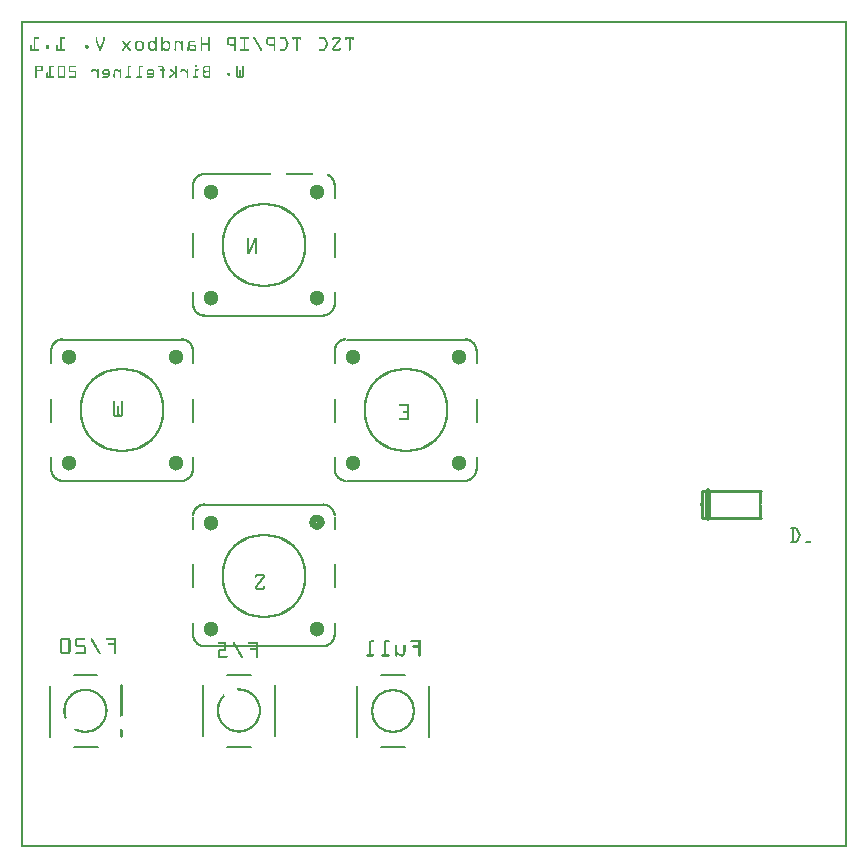
<source format=gbo>
G04 MADE WITH FRITZING*
G04 WWW.FRITZING.ORG*
G04 DOUBLE SIDED*
G04 HOLES PLATED*
G04 CONTOUR ON CENTER OF CONTOUR VECTOR*
%ASAXBY*%
%FSLAX23Y23*%
%MOIN*%
%OFA0B0*%
%SFA1.0B1.0*%
%ADD10C,0.283590X0.26759*%
%ADD11C,0.051181X-0.0039371*%
%ADD12C,0.148000X0.132*%
%ADD13C,0.010000*%
%ADD14C,0.020000*%
%ADD15C,0.008000*%
%ADD16R,0.001000X0.001000*%
%LNSILK0*%
G90*
G70*
G54D10*
X811Y907D03*
G54D11*
X634Y1084D03*
X634Y730D03*
X988Y730D03*
G54D10*
X1283Y1458D03*
G54D11*
X1460Y1635D03*
X1106Y1635D03*
X1106Y1281D03*
X1460Y1281D03*
G54D10*
X338Y1458D03*
G54D11*
X516Y1635D03*
X161Y1635D03*
X161Y1281D03*
X516Y1281D03*
G54D10*
X811Y2009D03*
G54D11*
X988Y2186D03*
X634Y2186D03*
X634Y1832D03*
X988Y1832D03*
G54D12*
X1241Y455D03*
G54D13*
X2272Y1098D02*
X2467Y1098D01*
D02*
X2467Y1188D02*
X2272Y1188D01*
D02*
X2272Y1188D02*
X2272Y1098D01*
G54D14*
D02*
X2292Y1188D02*
X2292Y1098D01*
G54D15*
D02*
X1047Y1064D02*
X1047Y1104D01*
D02*
X1008Y1143D02*
X614Y1143D01*
D02*
X575Y1104D02*
X575Y1064D01*
D02*
X575Y946D02*
X575Y868D01*
D02*
X575Y749D02*
X575Y710D01*
D02*
X614Y671D02*
X1008Y671D01*
D02*
X1047Y710D02*
X1047Y749D01*
D02*
X1047Y868D02*
X1047Y946D01*
D02*
X1519Y1616D02*
X1519Y1655D01*
D02*
X1480Y1694D02*
X1086Y1694D01*
D02*
X1047Y1655D02*
X1047Y1616D01*
D02*
X1047Y1497D02*
X1047Y1419D01*
D02*
X1047Y1301D02*
X1047Y1261D01*
D02*
X1086Y1222D02*
X1480Y1222D01*
D02*
X1519Y1261D02*
X1519Y1301D01*
D02*
X1519Y1419D02*
X1519Y1497D01*
D02*
X575Y1616D02*
X575Y1655D01*
D02*
X535Y1694D02*
X141Y1694D01*
D02*
X102Y1655D02*
X102Y1616D01*
D02*
X102Y1497D02*
X102Y1419D01*
D02*
X102Y1301D02*
X102Y1261D01*
D02*
X141Y1222D02*
X535Y1222D01*
D02*
X575Y1261D02*
X575Y1301D01*
D02*
X575Y1419D02*
X575Y1497D01*
D02*
X1047Y2167D02*
X1047Y2206D01*
D02*
X575Y2206D02*
X575Y2167D01*
D02*
X575Y2049D02*
X575Y1970D01*
D02*
X575Y1852D02*
X575Y1812D01*
D02*
X614Y1773D02*
X1008Y1773D01*
D02*
X1047Y1812D02*
X1047Y1852D01*
D02*
X1047Y1970D02*
X1047Y2049D01*
D02*
X96Y370D02*
X96Y540D01*
D02*
X255Y575D02*
X176Y575D01*
D02*
X256Y335D02*
X176Y335D01*
D02*
X848Y541D02*
X848Y371D01*
D02*
X608Y371D02*
X608Y541D01*
D02*
X767Y576D02*
X688Y576D01*
D02*
X768Y336D02*
X688Y336D01*
D02*
X1361Y540D02*
X1361Y370D01*
D02*
X1121Y370D02*
X1121Y540D01*
D02*
X1280Y575D02*
X1201Y575D01*
D02*
X1281Y335D02*
X1201Y335D01*
G54D16*
X0Y2756D02*
X2754Y2756D01*
X0Y2755D02*
X2754Y2755D01*
X0Y2754D02*
X2754Y2754D01*
X0Y2753D02*
X2754Y2753D01*
X0Y2752D02*
X2754Y2752D01*
X0Y2751D02*
X2754Y2751D01*
X0Y2750D02*
X2754Y2750D01*
X0Y2749D02*
X2754Y2749D01*
X0Y2748D02*
X7Y2748D01*
X2747Y2748D02*
X2754Y2748D01*
X0Y2747D02*
X7Y2747D01*
X2747Y2747D02*
X2754Y2747D01*
X0Y2746D02*
X7Y2746D01*
X2747Y2746D02*
X2754Y2746D01*
X0Y2745D02*
X7Y2745D01*
X2747Y2745D02*
X2754Y2745D01*
X0Y2744D02*
X7Y2744D01*
X2747Y2744D02*
X2754Y2744D01*
X0Y2743D02*
X7Y2743D01*
X2747Y2743D02*
X2754Y2743D01*
X0Y2742D02*
X7Y2742D01*
X2747Y2742D02*
X2754Y2742D01*
X0Y2741D02*
X7Y2741D01*
X2747Y2741D02*
X2754Y2741D01*
X0Y2740D02*
X7Y2740D01*
X2747Y2740D02*
X2754Y2740D01*
X0Y2739D02*
X7Y2739D01*
X2747Y2739D02*
X2754Y2739D01*
X0Y2738D02*
X7Y2738D01*
X2747Y2738D02*
X2754Y2738D01*
X0Y2737D02*
X7Y2737D01*
X2747Y2737D02*
X2754Y2737D01*
X0Y2736D02*
X7Y2736D01*
X2747Y2736D02*
X2754Y2736D01*
X0Y2735D02*
X7Y2735D01*
X2747Y2735D02*
X2754Y2735D01*
X0Y2734D02*
X7Y2734D01*
X2747Y2734D02*
X2754Y2734D01*
X0Y2733D02*
X7Y2733D01*
X2747Y2733D02*
X2754Y2733D01*
X0Y2732D02*
X7Y2732D01*
X2747Y2732D02*
X2754Y2732D01*
X0Y2731D02*
X7Y2731D01*
X2747Y2731D02*
X2754Y2731D01*
X0Y2730D02*
X7Y2730D01*
X2747Y2730D02*
X2754Y2730D01*
X0Y2729D02*
X7Y2729D01*
X2747Y2729D02*
X2754Y2729D01*
X0Y2728D02*
X7Y2728D01*
X2747Y2728D02*
X2754Y2728D01*
X0Y2727D02*
X7Y2727D01*
X2747Y2727D02*
X2754Y2727D01*
X0Y2726D02*
X7Y2726D01*
X2747Y2726D02*
X2754Y2726D01*
X0Y2725D02*
X7Y2725D01*
X2747Y2725D02*
X2754Y2725D01*
X0Y2724D02*
X7Y2724D01*
X2747Y2724D02*
X2754Y2724D01*
X0Y2723D02*
X7Y2723D01*
X2747Y2723D02*
X2754Y2723D01*
X0Y2722D02*
X7Y2722D01*
X2747Y2722D02*
X2754Y2722D01*
X0Y2721D02*
X7Y2721D01*
X2747Y2721D02*
X2754Y2721D01*
X0Y2720D02*
X7Y2720D01*
X2747Y2720D02*
X2754Y2720D01*
X0Y2719D02*
X7Y2719D01*
X2747Y2719D02*
X2754Y2719D01*
X0Y2718D02*
X7Y2718D01*
X2747Y2718D02*
X2754Y2718D01*
X0Y2717D02*
X7Y2717D01*
X2747Y2717D02*
X2754Y2717D01*
X0Y2716D02*
X7Y2716D01*
X2747Y2716D02*
X2754Y2716D01*
X0Y2715D02*
X7Y2715D01*
X2747Y2715D02*
X2754Y2715D01*
X0Y2714D02*
X7Y2714D01*
X2747Y2714D02*
X2754Y2714D01*
X0Y2713D02*
X7Y2713D01*
X2747Y2713D02*
X2754Y2713D01*
X0Y2712D02*
X7Y2712D01*
X2747Y2712D02*
X2754Y2712D01*
X0Y2711D02*
X7Y2711D01*
X2747Y2711D02*
X2754Y2711D01*
X0Y2710D02*
X7Y2710D01*
X2747Y2710D02*
X2754Y2710D01*
X0Y2709D02*
X7Y2709D01*
X2747Y2709D02*
X2754Y2709D01*
X0Y2708D02*
X7Y2708D01*
X2747Y2708D02*
X2754Y2708D01*
X0Y2707D02*
X7Y2707D01*
X2747Y2707D02*
X2754Y2707D01*
X0Y2706D02*
X7Y2706D01*
X2747Y2706D02*
X2754Y2706D01*
X0Y2705D02*
X7Y2705D01*
X2747Y2705D02*
X2754Y2705D01*
X0Y2704D02*
X7Y2704D01*
X2747Y2704D02*
X2754Y2704D01*
X0Y2703D02*
X7Y2703D01*
X43Y2703D02*
X58Y2703D01*
X131Y2703D02*
X146Y2703D01*
X252Y2703D02*
X253Y2703D01*
X276Y2703D02*
X277Y2703D01*
X451Y2703D02*
X452Y2703D01*
X471Y2703D02*
X472Y2703D01*
X602Y2703D02*
X603Y2703D01*
X626Y2703D02*
X627Y2703D01*
X695Y2703D02*
X716Y2703D01*
X733Y2703D02*
X758Y2703D01*
X777Y2703D02*
X778Y2703D01*
X826Y2703D02*
X848Y2703D01*
X865Y2703D02*
X878Y2703D01*
X906Y2703D02*
X935Y2703D01*
X996Y2703D02*
X1009Y2703D01*
X1044Y2703D02*
X1062Y2703D01*
X1082Y2703D02*
X1110Y2703D01*
X2747Y2703D02*
X2754Y2703D01*
X0Y2702D02*
X7Y2702D01*
X43Y2702D02*
X59Y2702D01*
X130Y2702D02*
X147Y2702D01*
X250Y2702D02*
X254Y2702D01*
X274Y2702D02*
X278Y2702D01*
X449Y2702D02*
X453Y2702D01*
X469Y2702D02*
X473Y2702D01*
X601Y2702D02*
X604Y2702D01*
X625Y2702D02*
X628Y2702D01*
X692Y2702D02*
X717Y2702D01*
X732Y2702D02*
X760Y2702D01*
X776Y2702D02*
X779Y2702D01*
X823Y2702D02*
X848Y2702D01*
X863Y2702D02*
X880Y2702D01*
X906Y2702D02*
X935Y2702D01*
X995Y2702D02*
X1012Y2702D01*
X1042Y2702D02*
X1064Y2702D01*
X1081Y2702D02*
X1111Y2702D01*
X2747Y2702D02*
X2754Y2702D01*
X0Y2701D02*
X7Y2701D01*
X43Y2701D02*
X60Y2701D01*
X130Y2701D02*
X147Y2701D01*
X250Y2701D02*
X255Y2701D01*
X274Y2701D02*
X279Y2701D01*
X449Y2701D02*
X454Y2701D01*
X469Y2701D02*
X474Y2701D01*
X600Y2701D02*
X605Y2701D01*
X624Y2701D02*
X629Y2701D01*
X691Y2701D02*
X717Y2701D01*
X731Y2701D02*
X760Y2701D01*
X775Y2701D02*
X780Y2701D01*
X822Y2701D02*
X848Y2701D01*
X863Y2701D02*
X882Y2701D01*
X906Y2701D02*
X935Y2701D01*
X994Y2701D02*
X1013Y2701D01*
X1040Y2701D02*
X1065Y2701D01*
X1081Y2701D02*
X1111Y2701D01*
X2747Y2701D02*
X2754Y2701D01*
X0Y2700D02*
X7Y2700D01*
X43Y2700D02*
X60Y2700D01*
X130Y2700D02*
X147Y2700D01*
X250Y2700D02*
X255Y2700D01*
X274Y2700D02*
X279Y2700D01*
X449Y2700D02*
X454Y2700D01*
X469Y2700D02*
X474Y2700D01*
X600Y2700D02*
X605Y2700D01*
X624Y2700D02*
X629Y2700D01*
X690Y2700D02*
X717Y2700D01*
X731Y2700D02*
X760Y2700D01*
X775Y2700D02*
X781Y2700D01*
X821Y2700D02*
X848Y2700D01*
X863Y2700D02*
X883Y2700D01*
X906Y2700D02*
X935Y2700D01*
X994Y2700D02*
X1014Y2700D01*
X1039Y2700D02*
X1066Y2700D01*
X1081Y2700D02*
X1111Y2700D01*
X2747Y2700D02*
X2754Y2700D01*
X0Y2699D02*
X7Y2699D01*
X43Y2699D02*
X60Y2699D01*
X130Y2699D02*
X147Y2699D01*
X250Y2699D02*
X255Y2699D01*
X274Y2699D02*
X279Y2699D01*
X449Y2699D02*
X454Y2699D01*
X469Y2699D02*
X474Y2699D01*
X600Y2699D02*
X605Y2699D01*
X624Y2699D02*
X629Y2699D01*
X689Y2699D02*
X717Y2699D01*
X731Y2699D02*
X760Y2699D01*
X775Y2699D02*
X781Y2699D01*
X820Y2699D02*
X848Y2699D01*
X863Y2699D02*
X884Y2699D01*
X906Y2699D02*
X935Y2699D01*
X994Y2699D02*
X1015Y2699D01*
X1039Y2699D02*
X1066Y2699D01*
X1081Y2699D02*
X1111Y2699D01*
X2747Y2699D02*
X2754Y2699D01*
X0Y2698D02*
X7Y2698D01*
X43Y2698D02*
X59Y2698D01*
X130Y2698D02*
X147Y2698D01*
X250Y2698D02*
X255Y2698D01*
X274Y2698D02*
X279Y2698D01*
X449Y2698D02*
X454Y2698D01*
X469Y2698D02*
X474Y2698D01*
X600Y2698D02*
X605Y2698D01*
X624Y2698D02*
X629Y2698D01*
X688Y2698D02*
X717Y2698D01*
X732Y2698D02*
X759Y2698D01*
X776Y2698D02*
X782Y2698D01*
X820Y2698D02*
X848Y2698D01*
X864Y2698D02*
X884Y2698D01*
X906Y2698D02*
X935Y2698D01*
X995Y2698D02*
X1016Y2698D01*
X1038Y2698D02*
X1067Y2698D01*
X1081Y2698D02*
X1111Y2698D01*
X2747Y2698D02*
X2754Y2698D01*
X0Y2697D02*
X7Y2697D01*
X43Y2697D02*
X48Y2697D01*
X130Y2697D02*
X136Y2697D01*
X250Y2697D02*
X255Y2697D01*
X274Y2697D02*
X279Y2697D01*
X449Y2697D02*
X454Y2697D01*
X469Y2697D02*
X474Y2697D01*
X600Y2697D02*
X605Y2697D01*
X624Y2697D02*
X629Y2697D01*
X688Y2697D02*
X695Y2697D01*
X711Y2697D02*
X717Y2697D01*
X743Y2697D02*
X749Y2697D01*
X776Y2697D02*
X782Y2697D01*
X819Y2697D02*
X826Y2697D01*
X842Y2697D02*
X848Y2697D01*
X878Y2697D02*
X885Y2697D01*
X906Y2697D02*
X912Y2697D01*
X918Y2697D02*
X924Y2697D01*
X930Y2697D02*
X935Y2697D01*
X1009Y2697D02*
X1016Y2697D01*
X1038Y2697D02*
X1044Y2697D01*
X1061Y2697D02*
X1067Y2697D01*
X1081Y2697D02*
X1087Y2697D01*
X1093Y2697D02*
X1099Y2697D01*
X1105Y2697D02*
X1111Y2697D01*
X2747Y2697D02*
X2754Y2697D01*
X0Y2696D02*
X7Y2696D01*
X43Y2696D02*
X48Y2696D01*
X130Y2696D02*
X136Y2696D01*
X250Y2696D02*
X255Y2696D01*
X274Y2696D02*
X279Y2696D01*
X449Y2696D02*
X454Y2696D01*
X469Y2696D02*
X474Y2696D01*
X600Y2696D02*
X605Y2696D01*
X624Y2696D02*
X629Y2696D01*
X688Y2696D02*
X693Y2696D01*
X711Y2696D02*
X717Y2696D01*
X743Y2696D02*
X748Y2696D01*
X777Y2696D02*
X783Y2696D01*
X819Y2696D02*
X825Y2696D01*
X843Y2696D02*
X848Y2696D01*
X879Y2696D02*
X885Y2696D01*
X906Y2696D02*
X911Y2696D01*
X918Y2696D02*
X923Y2696D01*
X930Y2696D02*
X935Y2696D01*
X1010Y2696D02*
X1017Y2696D01*
X1038Y2696D02*
X1043Y2696D01*
X1062Y2696D02*
X1067Y2696D01*
X1081Y2696D02*
X1087Y2696D01*
X1093Y2696D02*
X1099Y2696D01*
X1105Y2696D02*
X1111Y2696D01*
X2747Y2696D02*
X2754Y2696D01*
X0Y2695D02*
X7Y2695D01*
X43Y2695D02*
X48Y2695D01*
X130Y2695D02*
X136Y2695D01*
X250Y2695D02*
X255Y2695D01*
X274Y2695D02*
X279Y2695D01*
X449Y2695D02*
X454Y2695D01*
X469Y2695D02*
X474Y2695D01*
X600Y2695D02*
X605Y2695D01*
X624Y2695D02*
X629Y2695D01*
X688Y2695D02*
X693Y2695D01*
X711Y2695D02*
X717Y2695D01*
X743Y2695D02*
X748Y2695D01*
X778Y2695D02*
X784Y2695D01*
X819Y2695D02*
X824Y2695D01*
X843Y2695D02*
X848Y2695D01*
X880Y2695D02*
X886Y2695D01*
X906Y2695D02*
X911Y2695D01*
X918Y2695D02*
X923Y2695D01*
X930Y2695D02*
X935Y2695D01*
X1011Y2695D02*
X1017Y2695D01*
X1038Y2695D02*
X1043Y2695D01*
X1061Y2695D02*
X1067Y2695D01*
X1081Y2695D02*
X1086Y2695D01*
X1093Y2695D02*
X1099Y2695D01*
X1105Y2695D02*
X1111Y2695D01*
X2747Y2695D02*
X2754Y2695D01*
X0Y2694D02*
X7Y2694D01*
X43Y2694D02*
X48Y2694D01*
X130Y2694D02*
X136Y2694D01*
X250Y2694D02*
X255Y2694D01*
X274Y2694D02*
X279Y2694D01*
X449Y2694D02*
X454Y2694D01*
X469Y2694D02*
X474Y2694D01*
X600Y2694D02*
X605Y2694D01*
X624Y2694D02*
X629Y2694D01*
X687Y2694D02*
X693Y2694D01*
X711Y2694D02*
X717Y2694D01*
X743Y2694D02*
X748Y2694D01*
X778Y2694D02*
X784Y2694D01*
X819Y2694D02*
X824Y2694D01*
X843Y2694D02*
X848Y2694D01*
X880Y2694D02*
X886Y2694D01*
X907Y2694D02*
X911Y2694D01*
X918Y2694D02*
X923Y2694D01*
X931Y2694D02*
X935Y2694D01*
X1012Y2694D02*
X1018Y2694D01*
X1038Y2694D02*
X1043Y2694D01*
X1060Y2694D02*
X1066Y2694D01*
X1082Y2694D02*
X1086Y2694D01*
X1093Y2694D02*
X1099Y2694D01*
X1106Y2694D02*
X1110Y2694D01*
X2747Y2694D02*
X2754Y2694D01*
X0Y2693D02*
X7Y2693D01*
X43Y2693D02*
X48Y2693D01*
X130Y2693D02*
X136Y2693D01*
X250Y2693D02*
X255Y2693D01*
X274Y2693D02*
X279Y2693D01*
X449Y2693D02*
X454Y2693D01*
X469Y2693D02*
X474Y2693D01*
X600Y2693D02*
X605Y2693D01*
X624Y2693D02*
X629Y2693D01*
X687Y2693D02*
X693Y2693D01*
X711Y2693D02*
X717Y2693D01*
X743Y2693D02*
X748Y2693D01*
X779Y2693D02*
X785Y2693D01*
X819Y2693D02*
X824Y2693D01*
X843Y2693D02*
X848Y2693D01*
X881Y2693D02*
X887Y2693D01*
X907Y2693D02*
X911Y2693D01*
X918Y2693D02*
X923Y2693D01*
X931Y2693D02*
X935Y2693D01*
X1012Y2693D02*
X1018Y2693D01*
X1038Y2693D02*
X1042Y2693D01*
X1059Y2693D02*
X1066Y2693D01*
X1082Y2693D02*
X1086Y2693D01*
X1093Y2693D02*
X1099Y2693D01*
X1106Y2693D02*
X1110Y2693D01*
X2747Y2693D02*
X2754Y2693D01*
X0Y2692D02*
X7Y2692D01*
X43Y2692D02*
X48Y2692D01*
X130Y2692D02*
X136Y2692D01*
X250Y2692D02*
X255Y2692D01*
X274Y2692D02*
X279Y2692D01*
X449Y2692D02*
X454Y2692D01*
X469Y2692D02*
X474Y2692D01*
X600Y2692D02*
X605Y2692D01*
X624Y2692D02*
X629Y2692D01*
X687Y2692D02*
X693Y2692D01*
X711Y2692D02*
X717Y2692D01*
X743Y2692D02*
X748Y2692D01*
X779Y2692D02*
X785Y2692D01*
X819Y2692D02*
X824Y2692D01*
X843Y2692D02*
X848Y2692D01*
X881Y2692D02*
X887Y2692D01*
X918Y2692D02*
X923Y2692D01*
X1013Y2692D02*
X1019Y2692D01*
X1058Y2692D02*
X1065Y2692D01*
X1093Y2692D02*
X1099Y2692D01*
X2747Y2692D02*
X2754Y2692D01*
X0Y2691D02*
X7Y2691D01*
X43Y2691D02*
X48Y2691D01*
X130Y2691D02*
X136Y2691D01*
X250Y2691D02*
X255Y2691D01*
X274Y2691D02*
X279Y2691D01*
X449Y2691D02*
X454Y2691D01*
X469Y2691D02*
X474Y2691D01*
X600Y2691D02*
X605Y2691D01*
X624Y2691D02*
X629Y2691D01*
X687Y2691D02*
X693Y2691D01*
X711Y2691D02*
X717Y2691D01*
X743Y2691D02*
X748Y2691D01*
X780Y2691D02*
X786Y2691D01*
X819Y2691D02*
X824Y2691D01*
X843Y2691D02*
X848Y2691D01*
X882Y2691D02*
X888Y2691D01*
X918Y2691D02*
X923Y2691D01*
X1013Y2691D02*
X1019Y2691D01*
X1058Y2691D02*
X1065Y2691D01*
X1093Y2691D02*
X1099Y2691D01*
X2747Y2691D02*
X2754Y2691D01*
X0Y2690D02*
X7Y2690D01*
X43Y2690D02*
X48Y2690D01*
X130Y2690D02*
X136Y2690D01*
X250Y2690D02*
X255Y2690D01*
X274Y2690D02*
X279Y2690D01*
X340Y2690D02*
X341Y2690D01*
X362Y2690D02*
X364Y2690D01*
X390Y2690D02*
X401Y2690D01*
X434Y2690D02*
X442Y2690D01*
X449Y2690D02*
X454Y2690D01*
X469Y2690D02*
X474Y2690D01*
X480Y2690D02*
X489Y2690D01*
X520Y2690D02*
X527Y2690D01*
X538Y2690D02*
X540Y2690D01*
X563Y2690D02*
X578Y2690D01*
X600Y2690D02*
X605Y2690D01*
X624Y2690D02*
X629Y2690D01*
X687Y2690D02*
X693Y2690D01*
X711Y2690D02*
X717Y2690D01*
X743Y2690D02*
X748Y2690D01*
X780Y2690D02*
X787Y2690D01*
X819Y2690D02*
X824Y2690D01*
X843Y2690D02*
X848Y2690D01*
X882Y2690D02*
X888Y2690D01*
X918Y2690D02*
X923Y2690D01*
X1014Y2690D02*
X1019Y2690D01*
X1057Y2690D02*
X1064Y2690D01*
X1093Y2690D02*
X1099Y2690D01*
X2747Y2690D02*
X2754Y2690D01*
X0Y2689D02*
X7Y2689D01*
X43Y2689D02*
X48Y2689D01*
X130Y2689D02*
X136Y2689D01*
X250Y2689D02*
X255Y2689D01*
X273Y2689D02*
X279Y2689D01*
X338Y2689D02*
X343Y2689D01*
X361Y2689D02*
X365Y2689D01*
X388Y2689D02*
X404Y2689D01*
X431Y2689D02*
X444Y2689D01*
X449Y2689D02*
X454Y2689D01*
X469Y2689D02*
X474Y2689D01*
X478Y2689D02*
X491Y2689D01*
X517Y2689D02*
X529Y2689D01*
X537Y2689D02*
X541Y2689D01*
X561Y2689D02*
X579Y2689D01*
X600Y2689D02*
X605Y2689D01*
X624Y2689D02*
X629Y2689D01*
X687Y2689D02*
X693Y2689D01*
X711Y2689D02*
X717Y2689D01*
X743Y2689D02*
X748Y2689D01*
X781Y2689D02*
X787Y2689D01*
X819Y2689D02*
X824Y2689D01*
X843Y2689D02*
X848Y2689D01*
X883Y2689D02*
X889Y2689D01*
X918Y2689D02*
X923Y2689D01*
X1014Y2689D02*
X1020Y2689D01*
X1056Y2689D02*
X1063Y2689D01*
X1093Y2689D02*
X1099Y2689D01*
X2747Y2689D02*
X2754Y2689D01*
X0Y2688D02*
X7Y2688D01*
X43Y2688D02*
X48Y2688D01*
X130Y2688D02*
X136Y2688D01*
X250Y2688D02*
X256Y2688D01*
X273Y2688D02*
X278Y2688D01*
X338Y2688D02*
X343Y2688D01*
X360Y2688D02*
X366Y2688D01*
X386Y2688D02*
X405Y2688D01*
X430Y2688D02*
X446Y2688D01*
X449Y2688D02*
X454Y2688D01*
X469Y2688D02*
X474Y2688D01*
X477Y2688D02*
X493Y2688D01*
X516Y2688D02*
X531Y2688D01*
X536Y2688D02*
X541Y2688D01*
X560Y2688D02*
X579Y2688D01*
X600Y2688D02*
X605Y2688D01*
X624Y2688D02*
X629Y2688D01*
X687Y2688D02*
X693Y2688D01*
X711Y2688D02*
X717Y2688D01*
X743Y2688D02*
X748Y2688D01*
X782Y2688D02*
X788Y2688D01*
X819Y2688D02*
X824Y2688D01*
X843Y2688D02*
X848Y2688D01*
X883Y2688D02*
X889Y2688D01*
X918Y2688D02*
X923Y2688D01*
X1015Y2688D02*
X1020Y2688D01*
X1055Y2688D02*
X1062Y2688D01*
X1093Y2688D02*
X1099Y2688D01*
X2747Y2688D02*
X2754Y2688D01*
X0Y2687D02*
X7Y2687D01*
X43Y2687D02*
X48Y2687D01*
X130Y2687D02*
X136Y2687D01*
X251Y2687D02*
X256Y2687D01*
X272Y2687D02*
X278Y2687D01*
X338Y2687D02*
X344Y2687D01*
X359Y2687D02*
X366Y2687D01*
X385Y2687D02*
X406Y2687D01*
X429Y2687D02*
X447Y2687D01*
X449Y2687D02*
X454Y2687D01*
X469Y2687D02*
X474Y2687D01*
X476Y2687D02*
X494Y2687D01*
X515Y2687D02*
X533Y2687D01*
X536Y2687D02*
X541Y2687D01*
X559Y2687D02*
X579Y2687D01*
X600Y2687D02*
X605Y2687D01*
X624Y2687D02*
X629Y2687D01*
X687Y2687D02*
X693Y2687D01*
X711Y2687D02*
X717Y2687D01*
X743Y2687D02*
X748Y2687D01*
X782Y2687D02*
X788Y2687D01*
X819Y2687D02*
X824Y2687D01*
X843Y2687D02*
X848Y2687D01*
X884Y2687D02*
X890Y2687D01*
X918Y2687D02*
X923Y2687D01*
X1015Y2687D02*
X1021Y2687D01*
X1055Y2687D02*
X1061Y2687D01*
X1093Y2687D02*
X1099Y2687D01*
X2747Y2687D02*
X2754Y2687D01*
X0Y2686D02*
X7Y2686D01*
X43Y2686D02*
X48Y2686D01*
X130Y2686D02*
X136Y2686D01*
X251Y2686D02*
X257Y2686D01*
X272Y2686D02*
X278Y2686D01*
X338Y2686D02*
X345Y2686D01*
X359Y2686D02*
X365Y2686D01*
X384Y2686D02*
X407Y2686D01*
X428Y2686D02*
X454Y2686D01*
X469Y2686D02*
X495Y2686D01*
X514Y2686D02*
X534Y2686D01*
X536Y2686D02*
X541Y2686D01*
X558Y2686D02*
X579Y2686D01*
X600Y2686D02*
X605Y2686D01*
X624Y2686D02*
X629Y2686D01*
X687Y2686D02*
X693Y2686D01*
X711Y2686D02*
X717Y2686D01*
X743Y2686D02*
X748Y2686D01*
X783Y2686D02*
X789Y2686D01*
X819Y2686D02*
X824Y2686D01*
X843Y2686D02*
X848Y2686D01*
X884Y2686D02*
X890Y2686D01*
X918Y2686D02*
X923Y2686D01*
X1016Y2686D02*
X1021Y2686D01*
X1054Y2686D02*
X1061Y2686D01*
X1093Y2686D02*
X1099Y2686D01*
X2747Y2686D02*
X2754Y2686D01*
X0Y2685D02*
X7Y2685D01*
X43Y2685D02*
X48Y2685D01*
X130Y2685D02*
X136Y2685D01*
X251Y2685D02*
X257Y2685D01*
X272Y2685D02*
X277Y2685D01*
X339Y2685D02*
X346Y2685D01*
X358Y2685D02*
X365Y2685D01*
X383Y2685D02*
X408Y2685D01*
X427Y2685D02*
X454Y2685D01*
X469Y2685D02*
X496Y2685D01*
X514Y2685D02*
X541Y2685D01*
X558Y2685D02*
X578Y2685D01*
X600Y2685D02*
X605Y2685D01*
X624Y2685D02*
X629Y2685D01*
X687Y2685D02*
X693Y2685D01*
X711Y2685D02*
X717Y2685D01*
X743Y2685D02*
X748Y2685D01*
X783Y2685D02*
X789Y2685D01*
X819Y2685D02*
X824Y2685D01*
X843Y2685D02*
X848Y2685D01*
X885Y2685D02*
X891Y2685D01*
X918Y2685D02*
X923Y2685D01*
X1016Y2685D02*
X1022Y2685D01*
X1053Y2685D02*
X1060Y2685D01*
X1093Y2685D02*
X1099Y2685D01*
X2747Y2685D02*
X2754Y2685D01*
X0Y2684D02*
X7Y2684D01*
X43Y2684D02*
X48Y2684D01*
X130Y2684D02*
X136Y2684D01*
X252Y2684D02*
X257Y2684D01*
X271Y2684D02*
X277Y2684D01*
X340Y2684D02*
X347Y2684D01*
X357Y2684D02*
X364Y2684D01*
X382Y2684D02*
X390Y2684D01*
X401Y2684D02*
X409Y2684D01*
X426Y2684D02*
X434Y2684D01*
X442Y2684D02*
X454Y2684D01*
X469Y2684D02*
X481Y2684D01*
X489Y2684D02*
X496Y2684D01*
X514Y2684D02*
X520Y2684D01*
X527Y2684D02*
X541Y2684D01*
X557Y2684D02*
X564Y2684D01*
X600Y2684D02*
X605Y2684D01*
X624Y2684D02*
X629Y2684D01*
X687Y2684D02*
X693Y2684D01*
X711Y2684D02*
X717Y2684D01*
X743Y2684D02*
X748Y2684D01*
X784Y2684D02*
X790Y2684D01*
X819Y2684D02*
X824Y2684D01*
X843Y2684D02*
X848Y2684D01*
X885Y2684D02*
X891Y2684D01*
X918Y2684D02*
X923Y2684D01*
X1017Y2684D02*
X1022Y2684D01*
X1052Y2684D02*
X1059Y2684D01*
X1093Y2684D02*
X1099Y2684D01*
X2747Y2684D02*
X2754Y2684D01*
X0Y2683D02*
X7Y2683D01*
X43Y2683D02*
X48Y2683D01*
X130Y2683D02*
X136Y2683D01*
X252Y2683D02*
X258Y2683D01*
X271Y2683D02*
X276Y2683D01*
X341Y2683D02*
X348Y2683D01*
X356Y2683D02*
X363Y2683D01*
X382Y2683D02*
X388Y2683D01*
X403Y2683D02*
X409Y2683D01*
X426Y2683D02*
X432Y2683D01*
X443Y2683D02*
X454Y2683D01*
X469Y2683D02*
X479Y2683D01*
X490Y2683D02*
X497Y2683D01*
X513Y2683D02*
X519Y2683D01*
X528Y2683D02*
X541Y2683D01*
X557Y2683D02*
X563Y2683D01*
X600Y2683D02*
X605Y2683D01*
X624Y2683D02*
X629Y2683D01*
X687Y2683D02*
X693Y2683D01*
X711Y2683D02*
X717Y2683D01*
X743Y2683D02*
X748Y2683D01*
X785Y2683D02*
X791Y2683D01*
X819Y2683D02*
X824Y2683D01*
X843Y2683D02*
X848Y2683D01*
X886Y2683D02*
X891Y2683D01*
X918Y2683D02*
X923Y2683D01*
X1017Y2683D02*
X1023Y2683D01*
X1051Y2683D02*
X1058Y2683D01*
X1093Y2683D02*
X1099Y2683D01*
X2747Y2683D02*
X2754Y2683D01*
X0Y2682D02*
X7Y2682D01*
X43Y2682D02*
X48Y2682D01*
X130Y2682D02*
X136Y2682D01*
X253Y2682D02*
X258Y2682D01*
X270Y2682D02*
X276Y2682D01*
X341Y2682D02*
X348Y2682D01*
X355Y2682D02*
X362Y2682D01*
X381Y2682D02*
X387Y2682D01*
X404Y2682D02*
X410Y2682D01*
X425Y2682D02*
X431Y2682D01*
X444Y2682D02*
X454Y2682D01*
X469Y2682D02*
X478Y2682D01*
X491Y2682D02*
X497Y2682D01*
X513Y2682D02*
X518Y2682D01*
X530Y2682D02*
X541Y2682D01*
X557Y2682D02*
X562Y2682D01*
X600Y2682D02*
X629Y2682D01*
X688Y2682D02*
X693Y2682D01*
X711Y2682D02*
X717Y2682D01*
X743Y2682D02*
X748Y2682D01*
X785Y2682D02*
X791Y2682D01*
X819Y2682D02*
X824Y2682D01*
X843Y2682D02*
X848Y2682D01*
X886Y2682D02*
X891Y2682D01*
X918Y2682D02*
X923Y2682D01*
X1017Y2682D02*
X1023Y2682D01*
X1051Y2682D02*
X1058Y2682D01*
X1093Y2682D02*
X1099Y2682D01*
X2747Y2682D02*
X2754Y2682D01*
X0Y2681D02*
X7Y2681D01*
X43Y2681D02*
X48Y2681D01*
X130Y2681D02*
X136Y2681D01*
X253Y2681D02*
X258Y2681D01*
X270Y2681D02*
X276Y2681D01*
X342Y2681D02*
X349Y2681D01*
X354Y2681D02*
X361Y2681D01*
X381Y2681D02*
X387Y2681D01*
X405Y2681D02*
X410Y2681D01*
X425Y2681D02*
X430Y2681D01*
X446Y2681D02*
X454Y2681D01*
X469Y2681D02*
X477Y2681D01*
X492Y2681D02*
X498Y2681D01*
X513Y2681D02*
X518Y2681D01*
X532Y2681D02*
X541Y2681D01*
X557Y2681D02*
X562Y2681D01*
X600Y2681D02*
X629Y2681D01*
X688Y2681D02*
X694Y2681D01*
X711Y2681D02*
X717Y2681D01*
X743Y2681D02*
X748Y2681D01*
X786Y2681D02*
X792Y2681D01*
X819Y2681D02*
X825Y2681D01*
X843Y2681D02*
X848Y2681D01*
X886Y2681D02*
X892Y2681D01*
X918Y2681D02*
X923Y2681D01*
X1018Y2681D02*
X1023Y2681D01*
X1050Y2681D02*
X1057Y2681D01*
X1093Y2681D02*
X1099Y2681D01*
X2747Y2681D02*
X2754Y2681D01*
X0Y2680D02*
X7Y2680D01*
X43Y2680D02*
X48Y2680D01*
X130Y2680D02*
X136Y2680D01*
X253Y2680D02*
X259Y2680D01*
X270Y2680D02*
X275Y2680D01*
X343Y2680D02*
X350Y2680D01*
X354Y2680D02*
X361Y2680D01*
X381Y2680D02*
X386Y2680D01*
X405Y2680D02*
X410Y2680D01*
X425Y2680D02*
X430Y2680D01*
X447Y2680D02*
X454Y2680D01*
X469Y2680D02*
X476Y2680D01*
X492Y2680D02*
X498Y2680D01*
X513Y2680D02*
X518Y2680D01*
X533Y2680D02*
X541Y2680D01*
X557Y2680D02*
X562Y2680D01*
X600Y2680D02*
X629Y2680D01*
X688Y2680D02*
X717Y2680D01*
X743Y2680D02*
X748Y2680D01*
X786Y2680D02*
X792Y2680D01*
X819Y2680D02*
X848Y2680D01*
X887Y2680D02*
X892Y2680D01*
X918Y2680D02*
X923Y2680D01*
X1018Y2680D02*
X1023Y2680D01*
X1049Y2680D02*
X1056Y2680D01*
X1093Y2680D02*
X1099Y2680D01*
X2747Y2680D02*
X2754Y2680D01*
X0Y2679D02*
X7Y2679D01*
X43Y2679D02*
X48Y2679D01*
X130Y2679D02*
X136Y2679D01*
X254Y2679D02*
X259Y2679D01*
X269Y2679D02*
X275Y2679D01*
X344Y2679D02*
X351Y2679D01*
X353Y2679D02*
X360Y2679D01*
X381Y2679D02*
X386Y2679D01*
X405Y2679D02*
X410Y2679D01*
X425Y2679D02*
X430Y2679D01*
X448Y2679D02*
X454Y2679D01*
X469Y2679D02*
X475Y2679D01*
X493Y2679D02*
X498Y2679D01*
X513Y2679D02*
X518Y2679D01*
X535Y2679D02*
X541Y2679D01*
X557Y2679D02*
X562Y2679D01*
X600Y2679D02*
X629Y2679D01*
X688Y2679D02*
X717Y2679D01*
X743Y2679D02*
X748Y2679D01*
X787Y2679D02*
X793Y2679D01*
X820Y2679D02*
X848Y2679D01*
X886Y2679D02*
X892Y2679D01*
X918Y2679D02*
X923Y2679D01*
X1018Y2679D02*
X1023Y2679D01*
X1048Y2679D02*
X1055Y2679D01*
X1093Y2679D02*
X1099Y2679D01*
X2747Y2679D02*
X2754Y2679D01*
X0Y2678D02*
X7Y2678D01*
X43Y2678D02*
X48Y2678D01*
X130Y2678D02*
X136Y2678D01*
X254Y2678D02*
X260Y2678D01*
X269Y2678D02*
X274Y2678D01*
X345Y2678D02*
X359Y2678D01*
X381Y2678D02*
X386Y2678D01*
X405Y2678D02*
X410Y2678D01*
X425Y2678D02*
X430Y2678D01*
X449Y2678D02*
X454Y2678D01*
X469Y2678D02*
X474Y2678D01*
X493Y2678D02*
X498Y2678D01*
X513Y2678D02*
X518Y2678D01*
X536Y2678D02*
X541Y2678D01*
X557Y2678D02*
X562Y2678D01*
X600Y2678D02*
X629Y2678D01*
X689Y2678D02*
X717Y2678D01*
X743Y2678D02*
X748Y2678D01*
X787Y2678D02*
X794Y2678D01*
X820Y2678D02*
X848Y2678D01*
X886Y2678D02*
X891Y2678D01*
X918Y2678D02*
X923Y2678D01*
X1018Y2678D02*
X1023Y2678D01*
X1048Y2678D02*
X1054Y2678D01*
X1093Y2678D02*
X1099Y2678D01*
X2747Y2678D02*
X2754Y2678D01*
X0Y2677D02*
X7Y2677D01*
X32Y2677D02*
X35Y2677D01*
X43Y2677D02*
X48Y2677D01*
X120Y2677D02*
X122Y2677D01*
X130Y2677D02*
X136Y2677D01*
X254Y2677D02*
X260Y2677D01*
X268Y2677D02*
X274Y2677D01*
X346Y2677D02*
X358Y2677D01*
X381Y2677D02*
X386Y2677D01*
X405Y2677D02*
X410Y2677D01*
X425Y2677D02*
X430Y2677D01*
X449Y2677D02*
X454Y2677D01*
X469Y2677D02*
X474Y2677D01*
X493Y2677D02*
X498Y2677D01*
X513Y2677D02*
X518Y2677D01*
X536Y2677D02*
X541Y2677D01*
X557Y2677D02*
X579Y2677D01*
X600Y2677D02*
X629Y2677D01*
X690Y2677D02*
X717Y2677D01*
X743Y2677D02*
X748Y2677D01*
X788Y2677D02*
X794Y2677D01*
X821Y2677D02*
X848Y2677D01*
X886Y2677D02*
X891Y2677D01*
X918Y2677D02*
X923Y2677D01*
X1017Y2677D02*
X1023Y2677D01*
X1047Y2677D02*
X1054Y2677D01*
X1093Y2677D02*
X1099Y2677D01*
X2747Y2677D02*
X2754Y2677D01*
X0Y2676D02*
X7Y2676D01*
X31Y2676D02*
X35Y2676D01*
X43Y2676D02*
X48Y2676D01*
X119Y2676D02*
X123Y2676D01*
X130Y2676D02*
X136Y2676D01*
X255Y2676D02*
X260Y2676D01*
X268Y2676D02*
X274Y2676D01*
X346Y2676D02*
X357Y2676D01*
X381Y2676D02*
X386Y2676D01*
X405Y2676D02*
X410Y2676D01*
X425Y2676D02*
X430Y2676D01*
X449Y2676D02*
X454Y2676D01*
X469Y2676D02*
X474Y2676D01*
X493Y2676D02*
X498Y2676D01*
X513Y2676D02*
X518Y2676D01*
X536Y2676D02*
X541Y2676D01*
X557Y2676D02*
X581Y2676D01*
X600Y2676D02*
X605Y2676D01*
X624Y2676D02*
X629Y2676D01*
X691Y2676D02*
X717Y2676D01*
X743Y2676D02*
X748Y2676D01*
X789Y2676D02*
X795Y2676D01*
X822Y2676D02*
X848Y2676D01*
X886Y2676D02*
X891Y2676D01*
X918Y2676D02*
X923Y2676D01*
X1017Y2676D02*
X1022Y2676D01*
X1046Y2676D02*
X1053Y2676D01*
X1093Y2676D02*
X1099Y2676D01*
X2747Y2676D02*
X2754Y2676D01*
X0Y2675D02*
X7Y2675D01*
X31Y2675D02*
X36Y2675D01*
X43Y2675D02*
X48Y2675D01*
X118Y2675D02*
X123Y2675D01*
X130Y2675D02*
X136Y2675D01*
X255Y2675D02*
X261Y2675D01*
X268Y2675D02*
X273Y2675D01*
X347Y2675D02*
X356Y2675D01*
X381Y2675D02*
X386Y2675D01*
X405Y2675D02*
X410Y2675D01*
X425Y2675D02*
X430Y2675D01*
X449Y2675D02*
X454Y2675D01*
X469Y2675D02*
X474Y2675D01*
X493Y2675D02*
X498Y2675D01*
X513Y2675D02*
X518Y2675D01*
X536Y2675D02*
X541Y2675D01*
X557Y2675D02*
X582Y2675D01*
X600Y2675D02*
X605Y2675D01*
X624Y2675D02*
X629Y2675D01*
X693Y2675D02*
X717Y2675D01*
X743Y2675D02*
X748Y2675D01*
X789Y2675D02*
X795Y2675D01*
X824Y2675D02*
X848Y2675D01*
X885Y2675D02*
X891Y2675D01*
X918Y2675D02*
X923Y2675D01*
X1017Y2675D02*
X1022Y2675D01*
X1045Y2675D02*
X1052Y2675D01*
X1093Y2675D02*
X1099Y2675D01*
X2747Y2675D02*
X2754Y2675D01*
X0Y2674D02*
X7Y2674D01*
X31Y2674D02*
X36Y2674D01*
X43Y2674D02*
X48Y2674D01*
X85Y2674D02*
X94Y2674D01*
X118Y2674D02*
X123Y2674D01*
X130Y2674D02*
X136Y2674D01*
X216Y2674D02*
X225Y2674D01*
X256Y2674D02*
X261Y2674D01*
X267Y2674D02*
X273Y2674D01*
X348Y2674D02*
X356Y2674D01*
X381Y2674D02*
X386Y2674D01*
X405Y2674D02*
X410Y2674D01*
X425Y2674D02*
X430Y2674D01*
X449Y2674D02*
X454Y2674D01*
X469Y2674D02*
X474Y2674D01*
X493Y2674D02*
X498Y2674D01*
X513Y2674D02*
X518Y2674D01*
X536Y2674D02*
X541Y2674D01*
X557Y2674D02*
X583Y2674D01*
X600Y2674D02*
X605Y2674D01*
X624Y2674D02*
X629Y2674D01*
X697Y2674D02*
X717Y2674D01*
X743Y2674D02*
X748Y2674D01*
X790Y2674D02*
X796Y2674D01*
X828Y2674D02*
X848Y2674D01*
X885Y2674D02*
X890Y2674D01*
X918Y2674D02*
X923Y2674D01*
X1016Y2674D02*
X1022Y2674D01*
X1045Y2674D02*
X1051Y2674D01*
X1093Y2674D02*
X1099Y2674D01*
X2747Y2674D02*
X2754Y2674D01*
X0Y2673D02*
X7Y2673D01*
X31Y2673D02*
X36Y2673D01*
X43Y2673D02*
X48Y2673D01*
X84Y2673D02*
X95Y2673D01*
X118Y2673D02*
X123Y2673D01*
X130Y2673D02*
X136Y2673D01*
X215Y2673D02*
X226Y2673D01*
X256Y2673D02*
X262Y2673D01*
X267Y2673D02*
X273Y2673D01*
X348Y2673D02*
X356Y2673D01*
X381Y2673D02*
X386Y2673D01*
X405Y2673D02*
X410Y2673D01*
X425Y2673D02*
X430Y2673D01*
X449Y2673D02*
X454Y2673D01*
X469Y2673D02*
X474Y2673D01*
X493Y2673D02*
X498Y2673D01*
X513Y2673D02*
X518Y2673D01*
X536Y2673D02*
X541Y2673D01*
X557Y2673D02*
X584Y2673D01*
X600Y2673D02*
X605Y2673D01*
X624Y2673D02*
X629Y2673D01*
X711Y2673D02*
X717Y2673D01*
X743Y2673D02*
X748Y2673D01*
X790Y2673D02*
X797Y2673D01*
X843Y2673D02*
X848Y2673D01*
X884Y2673D02*
X890Y2673D01*
X918Y2673D02*
X923Y2673D01*
X1016Y2673D02*
X1021Y2673D01*
X1044Y2673D02*
X1051Y2673D01*
X1093Y2673D02*
X1099Y2673D01*
X2747Y2673D02*
X2754Y2673D01*
X0Y2672D02*
X7Y2672D01*
X31Y2672D02*
X36Y2672D01*
X43Y2672D02*
X48Y2672D01*
X84Y2672D02*
X95Y2672D01*
X118Y2672D02*
X123Y2672D01*
X130Y2672D02*
X136Y2672D01*
X215Y2672D02*
X226Y2672D01*
X256Y2672D02*
X262Y2672D01*
X266Y2672D02*
X272Y2672D01*
X347Y2672D02*
X357Y2672D01*
X381Y2672D02*
X386Y2672D01*
X405Y2672D02*
X410Y2672D01*
X425Y2672D02*
X430Y2672D01*
X449Y2672D02*
X454Y2672D01*
X469Y2672D02*
X474Y2672D01*
X493Y2672D02*
X498Y2672D01*
X513Y2672D02*
X518Y2672D01*
X536Y2672D02*
X541Y2672D01*
X557Y2672D02*
X585Y2672D01*
X600Y2672D02*
X605Y2672D01*
X624Y2672D02*
X629Y2672D01*
X711Y2672D02*
X717Y2672D01*
X743Y2672D02*
X748Y2672D01*
X791Y2672D02*
X797Y2672D01*
X843Y2672D02*
X848Y2672D01*
X884Y2672D02*
X890Y2672D01*
X918Y2672D02*
X923Y2672D01*
X1015Y2672D02*
X1021Y2672D01*
X1043Y2672D02*
X1050Y2672D01*
X1093Y2672D02*
X1099Y2672D01*
X2747Y2672D02*
X2754Y2672D01*
X0Y2671D02*
X7Y2671D01*
X31Y2671D02*
X36Y2671D01*
X43Y2671D02*
X48Y2671D01*
X84Y2671D02*
X95Y2671D01*
X118Y2671D02*
X123Y2671D01*
X130Y2671D02*
X136Y2671D01*
X215Y2671D02*
X226Y2671D01*
X257Y2671D02*
X262Y2671D01*
X266Y2671D02*
X272Y2671D01*
X346Y2671D02*
X357Y2671D01*
X381Y2671D02*
X386Y2671D01*
X405Y2671D02*
X410Y2671D01*
X425Y2671D02*
X430Y2671D01*
X449Y2671D02*
X454Y2671D01*
X469Y2671D02*
X474Y2671D01*
X493Y2671D02*
X498Y2671D01*
X513Y2671D02*
X518Y2671D01*
X536Y2671D02*
X541Y2671D01*
X557Y2671D02*
X563Y2671D01*
X579Y2671D02*
X585Y2671D01*
X600Y2671D02*
X605Y2671D01*
X624Y2671D02*
X629Y2671D01*
X711Y2671D02*
X717Y2671D01*
X743Y2671D02*
X748Y2671D01*
X792Y2671D02*
X798Y2671D01*
X843Y2671D02*
X848Y2671D01*
X883Y2671D02*
X889Y2671D01*
X918Y2671D02*
X923Y2671D01*
X1015Y2671D02*
X1020Y2671D01*
X1042Y2671D02*
X1049Y2671D01*
X1093Y2671D02*
X1099Y2671D01*
X2747Y2671D02*
X2754Y2671D01*
X0Y2670D02*
X7Y2670D01*
X31Y2670D02*
X36Y2670D01*
X43Y2670D02*
X48Y2670D01*
X84Y2670D02*
X95Y2670D01*
X118Y2670D02*
X123Y2670D01*
X130Y2670D02*
X136Y2670D01*
X215Y2670D02*
X226Y2670D01*
X257Y2670D02*
X263Y2670D01*
X266Y2670D02*
X271Y2670D01*
X345Y2670D02*
X358Y2670D01*
X381Y2670D02*
X386Y2670D01*
X405Y2670D02*
X410Y2670D01*
X425Y2670D02*
X430Y2670D01*
X449Y2670D02*
X454Y2670D01*
X469Y2670D02*
X474Y2670D01*
X493Y2670D02*
X498Y2670D01*
X513Y2670D02*
X518Y2670D01*
X536Y2670D02*
X541Y2670D01*
X556Y2670D02*
X562Y2670D01*
X580Y2670D02*
X585Y2670D01*
X600Y2670D02*
X605Y2670D01*
X624Y2670D02*
X629Y2670D01*
X711Y2670D02*
X717Y2670D01*
X743Y2670D02*
X748Y2670D01*
X792Y2670D02*
X798Y2670D01*
X843Y2670D02*
X848Y2670D01*
X883Y2670D02*
X889Y2670D01*
X918Y2670D02*
X923Y2670D01*
X1014Y2670D02*
X1020Y2670D01*
X1041Y2670D02*
X1048Y2670D01*
X1093Y2670D02*
X1099Y2670D01*
X2747Y2670D02*
X2754Y2670D01*
X0Y2669D02*
X7Y2669D01*
X31Y2669D02*
X36Y2669D01*
X43Y2669D02*
X48Y2669D01*
X84Y2669D02*
X95Y2669D01*
X118Y2669D02*
X123Y2669D01*
X130Y2669D02*
X136Y2669D01*
X215Y2669D02*
X226Y2669D01*
X258Y2669D02*
X263Y2669D01*
X265Y2669D02*
X271Y2669D01*
X345Y2669D02*
X359Y2669D01*
X381Y2669D02*
X386Y2669D01*
X405Y2669D02*
X410Y2669D01*
X425Y2669D02*
X430Y2669D01*
X449Y2669D02*
X454Y2669D01*
X469Y2669D02*
X474Y2669D01*
X493Y2669D02*
X498Y2669D01*
X513Y2669D02*
X518Y2669D01*
X536Y2669D02*
X541Y2669D01*
X556Y2669D02*
X562Y2669D01*
X580Y2669D02*
X585Y2669D01*
X600Y2669D02*
X605Y2669D01*
X624Y2669D02*
X629Y2669D01*
X711Y2669D02*
X717Y2669D01*
X743Y2669D02*
X748Y2669D01*
X793Y2669D02*
X799Y2669D01*
X843Y2669D02*
X848Y2669D01*
X882Y2669D02*
X888Y2669D01*
X918Y2669D02*
X923Y2669D01*
X1014Y2669D02*
X1019Y2669D01*
X1041Y2669D02*
X1047Y2669D01*
X1093Y2669D02*
X1099Y2669D01*
X2747Y2669D02*
X2754Y2669D01*
X0Y2668D02*
X7Y2668D01*
X31Y2668D02*
X36Y2668D01*
X43Y2668D02*
X48Y2668D01*
X84Y2668D02*
X95Y2668D01*
X118Y2668D02*
X123Y2668D01*
X130Y2668D02*
X136Y2668D01*
X215Y2668D02*
X226Y2668D01*
X258Y2668D02*
X271Y2668D01*
X344Y2668D02*
X351Y2668D01*
X353Y2668D02*
X360Y2668D01*
X381Y2668D02*
X386Y2668D01*
X405Y2668D02*
X410Y2668D01*
X425Y2668D02*
X430Y2668D01*
X448Y2668D02*
X454Y2668D01*
X469Y2668D02*
X474Y2668D01*
X493Y2668D02*
X498Y2668D01*
X513Y2668D02*
X518Y2668D01*
X536Y2668D02*
X541Y2668D01*
X556Y2668D02*
X562Y2668D01*
X580Y2668D02*
X585Y2668D01*
X600Y2668D02*
X605Y2668D01*
X624Y2668D02*
X629Y2668D01*
X711Y2668D02*
X717Y2668D01*
X743Y2668D02*
X748Y2668D01*
X793Y2668D02*
X799Y2668D01*
X843Y2668D02*
X848Y2668D01*
X882Y2668D02*
X888Y2668D01*
X918Y2668D02*
X923Y2668D01*
X1013Y2668D02*
X1019Y2668D01*
X1040Y2668D02*
X1047Y2668D01*
X1093Y2668D02*
X1099Y2668D01*
X2747Y2668D02*
X2754Y2668D01*
X0Y2667D02*
X7Y2667D01*
X31Y2667D02*
X36Y2667D01*
X43Y2667D02*
X48Y2667D01*
X84Y2667D02*
X95Y2667D01*
X118Y2667D02*
X123Y2667D01*
X130Y2667D02*
X136Y2667D01*
X215Y2667D02*
X226Y2667D01*
X258Y2667D02*
X270Y2667D01*
X343Y2667D02*
X350Y2667D01*
X354Y2667D02*
X361Y2667D01*
X381Y2667D02*
X386Y2667D01*
X405Y2667D02*
X410Y2667D01*
X425Y2667D02*
X430Y2667D01*
X447Y2667D02*
X454Y2667D01*
X469Y2667D02*
X475Y2667D01*
X493Y2667D02*
X498Y2667D01*
X513Y2667D02*
X518Y2667D01*
X536Y2667D02*
X541Y2667D01*
X556Y2667D02*
X562Y2667D01*
X580Y2667D02*
X585Y2667D01*
X600Y2667D02*
X605Y2667D01*
X624Y2667D02*
X629Y2667D01*
X711Y2667D02*
X717Y2667D01*
X743Y2667D02*
X748Y2667D01*
X794Y2667D02*
X800Y2667D01*
X843Y2667D02*
X848Y2667D01*
X881Y2667D02*
X887Y2667D01*
X918Y2667D02*
X923Y2667D01*
X1012Y2667D02*
X1018Y2667D01*
X1039Y2667D02*
X1046Y2667D01*
X1064Y2667D02*
X1065Y2667D01*
X1093Y2667D02*
X1099Y2667D01*
X2747Y2667D02*
X2754Y2667D01*
X0Y2666D02*
X7Y2666D01*
X31Y2666D02*
X36Y2666D01*
X43Y2666D02*
X48Y2666D01*
X84Y2666D02*
X95Y2666D01*
X118Y2666D02*
X123Y2666D01*
X130Y2666D02*
X136Y2666D01*
X215Y2666D02*
X226Y2666D01*
X259Y2666D02*
X270Y2666D01*
X342Y2666D02*
X349Y2666D01*
X355Y2666D02*
X362Y2666D01*
X381Y2666D02*
X386Y2666D01*
X405Y2666D02*
X410Y2666D01*
X425Y2666D02*
X430Y2666D01*
X446Y2666D02*
X454Y2666D01*
X469Y2666D02*
X476Y2666D01*
X492Y2666D02*
X498Y2666D01*
X513Y2666D02*
X518Y2666D01*
X536Y2666D02*
X541Y2666D01*
X556Y2666D02*
X562Y2666D01*
X580Y2666D02*
X585Y2666D01*
X600Y2666D02*
X605Y2666D01*
X624Y2666D02*
X629Y2666D01*
X711Y2666D02*
X717Y2666D01*
X743Y2666D02*
X748Y2666D01*
X794Y2666D02*
X801Y2666D01*
X843Y2666D02*
X848Y2666D01*
X881Y2666D02*
X887Y2666D01*
X918Y2666D02*
X923Y2666D01*
X1012Y2666D02*
X1018Y2666D01*
X1039Y2666D02*
X1045Y2666D01*
X1062Y2666D02*
X1066Y2666D01*
X1093Y2666D02*
X1099Y2666D01*
X2747Y2666D02*
X2754Y2666D01*
X0Y2665D02*
X7Y2665D01*
X31Y2665D02*
X36Y2665D01*
X43Y2665D02*
X48Y2665D01*
X84Y2665D02*
X94Y2665D01*
X118Y2665D02*
X123Y2665D01*
X130Y2665D02*
X136Y2665D01*
X216Y2665D02*
X225Y2665D01*
X259Y2665D02*
X269Y2665D01*
X341Y2665D02*
X348Y2665D01*
X355Y2665D02*
X362Y2665D01*
X381Y2665D02*
X387Y2665D01*
X404Y2665D02*
X410Y2665D01*
X425Y2665D02*
X431Y2665D01*
X445Y2665D02*
X454Y2665D01*
X469Y2665D02*
X477Y2665D01*
X492Y2665D02*
X498Y2665D01*
X513Y2665D02*
X518Y2665D01*
X536Y2665D02*
X541Y2665D01*
X556Y2665D02*
X563Y2665D01*
X580Y2665D02*
X585Y2665D01*
X600Y2665D02*
X605Y2665D01*
X624Y2665D02*
X629Y2665D01*
X711Y2665D02*
X717Y2665D01*
X743Y2665D02*
X748Y2665D01*
X795Y2665D02*
X801Y2665D01*
X843Y2665D02*
X848Y2665D01*
X880Y2665D02*
X886Y2665D01*
X918Y2665D02*
X923Y2665D01*
X1011Y2665D02*
X1017Y2665D01*
X1038Y2665D02*
X1044Y2665D01*
X1062Y2665D02*
X1067Y2665D01*
X1093Y2665D02*
X1099Y2665D01*
X2747Y2665D02*
X2754Y2665D01*
X0Y2664D02*
X7Y2664D01*
X31Y2664D02*
X36Y2664D01*
X43Y2664D02*
X48Y2664D01*
X85Y2664D02*
X93Y2664D01*
X118Y2664D02*
X123Y2664D01*
X130Y2664D02*
X136Y2664D01*
X217Y2664D02*
X224Y2664D01*
X260Y2664D02*
X269Y2664D01*
X340Y2664D02*
X347Y2664D01*
X356Y2664D02*
X363Y2664D01*
X382Y2664D02*
X388Y2664D01*
X403Y2664D02*
X410Y2664D01*
X425Y2664D02*
X432Y2664D01*
X444Y2664D02*
X454Y2664D01*
X469Y2664D02*
X479Y2664D01*
X491Y2664D02*
X497Y2664D01*
X513Y2664D02*
X518Y2664D01*
X536Y2664D02*
X541Y2664D01*
X556Y2664D02*
X565Y2664D01*
X580Y2664D02*
X585Y2664D01*
X600Y2664D02*
X605Y2664D01*
X624Y2664D02*
X629Y2664D01*
X711Y2664D02*
X717Y2664D01*
X743Y2664D02*
X748Y2664D01*
X796Y2664D02*
X802Y2664D01*
X843Y2664D02*
X848Y2664D01*
X880Y2664D02*
X886Y2664D01*
X918Y2664D02*
X923Y2664D01*
X1011Y2664D02*
X1017Y2664D01*
X1038Y2664D02*
X1044Y2664D01*
X1062Y2664D02*
X1067Y2664D01*
X1093Y2664D02*
X1099Y2664D01*
X2747Y2664D02*
X2754Y2664D01*
X0Y2663D02*
X7Y2663D01*
X31Y2663D02*
X36Y2663D01*
X43Y2663D02*
X48Y2663D01*
X118Y2663D02*
X123Y2663D01*
X130Y2663D02*
X136Y2663D01*
X260Y2663D02*
X269Y2663D01*
X340Y2663D02*
X347Y2663D01*
X357Y2663D02*
X364Y2663D01*
X382Y2663D02*
X389Y2663D01*
X402Y2663D02*
X409Y2663D01*
X426Y2663D02*
X433Y2663D01*
X443Y2663D02*
X454Y2663D01*
X469Y2663D02*
X480Y2663D01*
X490Y2663D02*
X497Y2663D01*
X513Y2663D02*
X518Y2663D01*
X536Y2663D02*
X541Y2663D01*
X556Y2663D02*
X567Y2663D01*
X579Y2663D02*
X585Y2663D01*
X600Y2663D02*
X605Y2663D01*
X624Y2663D02*
X629Y2663D01*
X711Y2663D02*
X717Y2663D01*
X743Y2663D02*
X748Y2663D01*
X796Y2663D02*
X802Y2663D01*
X843Y2663D02*
X848Y2663D01*
X879Y2663D02*
X885Y2663D01*
X918Y2663D02*
X923Y2663D01*
X1010Y2663D02*
X1016Y2663D01*
X1038Y2663D02*
X1043Y2663D01*
X1061Y2663D02*
X1067Y2663D01*
X1093Y2663D02*
X1099Y2663D01*
X2747Y2663D02*
X2754Y2663D01*
X0Y2662D02*
X7Y2662D01*
X31Y2662D02*
X58Y2662D01*
X118Y2662D02*
X145Y2662D01*
X260Y2662D02*
X268Y2662D01*
X339Y2662D02*
X346Y2662D01*
X358Y2662D02*
X365Y2662D01*
X383Y2662D02*
X409Y2662D01*
X426Y2662D02*
X454Y2662D01*
X469Y2662D02*
X496Y2662D01*
X512Y2662D02*
X518Y2662D01*
X536Y2662D02*
X541Y2662D01*
X556Y2662D02*
X585Y2662D01*
X600Y2662D02*
X605Y2662D01*
X624Y2662D02*
X629Y2662D01*
X711Y2662D02*
X717Y2662D01*
X734Y2662D02*
X758Y2662D01*
X797Y2662D02*
X803Y2662D01*
X843Y2662D02*
X848Y2662D01*
X865Y2662D02*
X885Y2662D01*
X918Y2662D02*
X923Y2662D01*
X996Y2662D02*
X1016Y2662D01*
X1038Y2662D02*
X1066Y2662D01*
X1093Y2662D02*
X1099Y2662D01*
X2747Y2662D02*
X2754Y2662D01*
X0Y2661D02*
X7Y2661D01*
X31Y2661D02*
X59Y2661D01*
X118Y2661D02*
X147Y2661D01*
X261Y2661D02*
X268Y2661D01*
X338Y2661D02*
X345Y2661D01*
X359Y2661D02*
X366Y2661D01*
X383Y2661D02*
X408Y2661D01*
X427Y2661D02*
X454Y2661D01*
X469Y2661D02*
X495Y2661D01*
X512Y2661D02*
X518Y2661D01*
X536Y2661D02*
X541Y2661D01*
X556Y2661D02*
X584Y2661D01*
X600Y2661D02*
X605Y2661D01*
X624Y2661D02*
X629Y2661D01*
X711Y2661D02*
X717Y2661D01*
X732Y2661D02*
X760Y2661D01*
X797Y2661D02*
X804Y2661D01*
X843Y2661D02*
X848Y2661D01*
X863Y2661D02*
X884Y2661D01*
X918Y2661D02*
X923Y2661D01*
X995Y2661D02*
X1015Y2661D01*
X1038Y2661D02*
X1066Y2661D01*
X1093Y2661D02*
X1099Y2661D01*
X2747Y2661D02*
X2754Y2661D01*
X0Y2660D02*
X7Y2660D01*
X31Y2660D02*
X60Y2660D01*
X118Y2660D02*
X147Y2660D01*
X261Y2660D02*
X267Y2660D01*
X337Y2660D02*
X344Y2660D01*
X360Y2660D02*
X366Y2660D01*
X384Y2660D02*
X407Y2660D01*
X428Y2660D02*
X454Y2660D01*
X469Y2660D02*
X494Y2660D01*
X512Y2660D02*
X517Y2660D01*
X536Y2660D02*
X541Y2660D01*
X556Y2660D02*
X584Y2660D01*
X600Y2660D02*
X605Y2660D01*
X624Y2660D02*
X629Y2660D01*
X711Y2660D02*
X717Y2660D01*
X731Y2660D02*
X760Y2660D01*
X798Y2660D02*
X804Y2660D01*
X843Y2660D02*
X848Y2660D01*
X863Y2660D02*
X883Y2660D01*
X918Y2660D02*
X923Y2660D01*
X994Y2660D02*
X1015Y2660D01*
X1038Y2660D02*
X1066Y2660D01*
X1093Y2660D02*
X1099Y2660D01*
X2747Y2660D02*
X2754Y2660D01*
X0Y2659D02*
X7Y2659D01*
X31Y2659D02*
X60Y2659D01*
X118Y2659D02*
X147Y2659D01*
X261Y2659D02*
X267Y2659D01*
X337Y2659D02*
X343Y2659D01*
X360Y2659D02*
X366Y2659D01*
X385Y2659D02*
X406Y2659D01*
X429Y2659D02*
X447Y2659D01*
X449Y2659D02*
X454Y2659D01*
X469Y2659D02*
X474Y2659D01*
X476Y2659D02*
X493Y2659D01*
X512Y2659D02*
X517Y2659D01*
X536Y2659D02*
X541Y2659D01*
X556Y2659D02*
X583Y2659D01*
X600Y2659D02*
X605Y2659D01*
X624Y2659D02*
X629Y2659D01*
X711Y2659D02*
X717Y2659D01*
X731Y2659D02*
X760Y2659D01*
X799Y2659D02*
X804Y2659D01*
X843Y2659D02*
X848Y2659D01*
X863Y2659D02*
X883Y2659D01*
X918Y2659D02*
X923Y2659D01*
X994Y2659D02*
X1014Y2659D01*
X1039Y2659D02*
X1065Y2659D01*
X1093Y2659D02*
X1099Y2659D01*
X2747Y2659D02*
X2754Y2659D01*
X0Y2658D02*
X7Y2658D01*
X31Y2658D02*
X60Y2658D01*
X119Y2658D02*
X147Y2658D01*
X262Y2658D02*
X267Y2658D01*
X337Y2658D02*
X342Y2658D01*
X361Y2658D02*
X366Y2658D01*
X387Y2658D02*
X405Y2658D01*
X430Y2658D02*
X445Y2658D01*
X449Y2658D02*
X454Y2658D01*
X469Y2658D02*
X473Y2658D01*
X477Y2658D02*
X492Y2658D01*
X513Y2658D02*
X517Y2658D01*
X537Y2658D02*
X541Y2658D01*
X556Y2658D02*
X561Y2658D01*
X564Y2658D02*
X582Y2658D01*
X600Y2658D02*
X605Y2658D01*
X624Y2658D02*
X629Y2658D01*
X712Y2658D02*
X716Y2658D01*
X731Y2658D02*
X760Y2658D01*
X799Y2658D02*
X804Y2658D01*
X843Y2658D02*
X848Y2658D01*
X863Y2658D02*
X881Y2658D01*
X919Y2658D02*
X923Y2658D01*
X994Y2658D02*
X1013Y2658D01*
X1040Y2658D02*
X1064Y2658D01*
X1094Y2658D02*
X1098Y2658D01*
X2747Y2658D02*
X2754Y2658D01*
X0Y2657D02*
X7Y2657D01*
X32Y2657D02*
X59Y2657D01*
X119Y2657D02*
X147Y2657D01*
X263Y2657D02*
X266Y2657D01*
X338Y2657D02*
X342Y2657D01*
X362Y2657D02*
X365Y2657D01*
X388Y2657D02*
X403Y2657D01*
X432Y2657D02*
X444Y2657D01*
X450Y2657D02*
X453Y2657D01*
X469Y2657D02*
X473Y2657D01*
X479Y2657D02*
X491Y2657D01*
X513Y2657D02*
X517Y2657D01*
X537Y2657D02*
X541Y2657D01*
X557Y2657D02*
X560Y2657D01*
X566Y2657D02*
X580Y2657D01*
X601Y2657D02*
X604Y2657D01*
X625Y2657D02*
X628Y2657D01*
X712Y2657D02*
X716Y2657D01*
X732Y2657D02*
X759Y2657D01*
X800Y2657D02*
X803Y2657D01*
X844Y2657D02*
X847Y2657D01*
X863Y2657D02*
X880Y2657D01*
X919Y2657D02*
X923Y2657D01*
X995Y2657D02*
X1011Y2657D01*
X1041Y2657D02*
X1062Y2657D01*
X1094Y2657D02*
X1098Y2657D01*
X2747Y2657D02*
X2754Y2657D01*
X0Y2656D02*
X7Y2656D01*
X34Y2656D02*
X56Y2656D01*
X122Y2656D02*
X144Y2656D01*
X393Y2656D02*
X398Y2656D01*
X437Y2656D02*
X439Y2656D01*
X483Y2656D02*
X486Y2656D01*
X569Y2656D02*
X576Y2656D01*
X735Y2656D02*
X757Y2656D01*
X866Y2656D02*
X875Y2656D01*
X997Y2656D02*
X1007Y2656D01*
X1045Y2656D02*
X1058Y2656D01*
X2747Y2656D02*
X2754Y2656D01*
X0Y2655D02*
X7Y2655D01*
X2747Y2655D02*
X2754Y2655D01*
X0Y2654D02*
X7Y2654D01*
X2747Y2654D02*
X2754Y2654D01*
X0Y2653D02*
X7Y2653D01*
X2747Y2653D02*
X2754Y2653D01*
X0Y2652D02*
X7Y2652D01*
X2747Y2652D02*
X2754Y2652D01*
X0Y2651D02*
X7Y2651D01*
X2747Y2651D02*
X2754Y2651D01*
X0Y2650D02*
X7Y2650D01*
X2747Y2650D02*
X2754Y2650D01*
X0Y2649D02*
X7Y2649D01*
X2747Y2649D02*
X2754Y2649D01*
X0Y2648D02*
X7Y2648D01*
X2747Y2648D02*
X2754Y2648D01*
X0Y2647D02*
X7Y2647D01*
X2747Y2647D02*
X2754Y2647D01*
X0Y2646D02*
X7Y2646D01*
X2747Y2646D02*
X2754Y2646D01*
X0Y2645D02*
X7Y2645D01*
X2747Y2645D02*
X2754Y2645D01*
X0Y2644D02*
X7Y2644D01*
X2747Y2644D02*
X2754Y2644D01*
X0Y2643D02*
X7Y2643D01*
X2747Y2643D02*
X2754Y2643D01*
X0Y2642D02*
X7Y2642D01*
X2747Y2642D02*
X2754Y2642D01*
X0Y2641D02*
X7Y2641D01*
X2747Y2641D02*
X2754Y2641D01*
X0Y2640D02*
X7Y2640D01*
X2747Y2640D02*
X2754Y2640D01*
X0Y2639D02*
X7Y2639D01*
X2747Y2639D02*
X2754Y2639D01*
X0Y2638D02*
X7Y2638D01*
X2747Y2638D02*
X2754Y2638D01*
X0Y2637D02*
X7Y2637D01*
X2747Y2637D02*
X2754Y2637D01*
X0Y2636D02*
X7Y2636D01*
X2747Y2636D02*
X2754Y2636D01*
X0Y2635D02*
X7Y2635D01*
X2747Y2635D02*
X2754Y2635D01*
X0Y2634D02*
X7Y2634D01*
X2747Y2634D02*
X2754Y2634D01*
X0Y2633D02*
X7Y2633D01*
X2747Y2633D02*
X2754Y2633D01*
X0Y2632D02*
X7Y2632D01*
X2747Y2632D02*
X2754Y2632D01*
X0Y2631D02*
X7Y2631D01*
X2747Y2631D02*
X2754Y2631D01*
X0Y2630D02*
X7Y2630D01*
X2747Y2630D02*
X2754Y2630D01*
X0Y2629D02*
X7Y2629D01*
X2747Y2629D02*
X2754Y2629D01*
X0Y2628D02*
X7Y2628D01*
X2747Y2628D02*
X2754Y2628D01*
X0Y2627D02*
X7Y2627D01*
X2747Y2627D02*
X2754Y2627D01*
X0Y2626D02*
X7Y2626D01*
X2747Y2626D02*
X2754Y2626D01*
X0Y2625D02*
X7Y2625D01*
X2747Y2625D02*
X2754Y2625D01*
X0Y2624D02*
X7Y2624D01*
X2747Y2624D02*
X2754Y2624D01*
X0Y2623D02*
X7Y2623D01*
X2747Y2623D02*
X2754Y2623D01*
X0Y2622D02*
X7Y2622D01*
X2747Y2622D02*
X2754Y2622D01*
X0Y2621D02*
X7Y2621D01*
X2747Y2621D02*
X2754Y2621D01*
X0Y2620D02*
X7Y2620D01*
X2747Y2620D02*
X2754Y2620D01*
X0Y2619D02*
X7Y2619D01*
X2747Y2619D02*
X2754Y2619D01*
X0Y2618D02*
X7Y2618D01*
X2747Y2618D02*
X2754Y2618D01*
X0Y2617D02*
X7Y2617D01*
X2747Y2617D02*
X2754Y2617D01*
X0Y2616D02*
X7Y2616D01*
X2747Y2616D02*
X2754Y2616D01*
X0Y2615D02*
X7Y2615D01*
X2747Y2615D02*
X2754Y2615D01*
X0Y2614D02*
X7Y2614D01*
X2747Y2614D02*
X2754Y2614D01*
X0Y2613D02*
X7Y2613D01*
X2747Y2613D02*
X2754Y2613D01*
X0Y2612D02*
X7Y2612D01*
X2747Y2612D02*
X2754Y2612D01*
X0Y2611D02*
X7Y2611D01*
X2747Y2611D02*
X2754Y2611D01*
X0Y2610D02*
X7Y2610D01*
X2747Y2610D02*
X2754Y2610D01*
X0Y2609D02*
X7Y2609D01*
X2747Y2609D02*
X2754Y2609D01*
X0Y2608D02*
X7Y2608D01*
X580Y2608D02*
X586Y2608D01*
X2747Y2608D02*
X2754Y2608D01*
X0Y2607D02*
X7Y2607D01*
X580Y2607D02*
X586Y2607D01*
X2747Y2607D02*
X2754Y2607D01*
X0Y2606D02*
X7Y2606D01*
X50Y2606D02*
X72Y2606D01*
X96Y2606D02*
X110Y2606D01*
X126Y2606D02*
X145Y2606D01*
X163Y2606D02*
X184Y2606D01*
X357Y2606D02*
X368Y2606D01*
X395Y2606D02*
X405Y2606D01*
X460Y2606D02*
X471Y2606D01*
X516Y2606D02*
X519Y2606D01*
X580Y2606D02*
X587Y2606D01*
X613Y2606D02*
X631Y2606D01*
X719Y2606D02*
X722Y2606D01*
X740Y2606D02*
X742Y2606D01*
X2747Y2606D02*
X2754Y2606D01*
X0Y2605D02*
X7Y2605D01*
X49Y2605D02*
X73Y2605D01*
X96Y2605D02*
X110Y2605D01*
X125Y2605D02*
X146Y2605D01*
X162Y2605D02*
X185Y2605D01*
X357Y2605D02*
X368Y2605D01*
X394Y2605D02*
X405Y2605D01*
X459Y2605D02*
X472Y2605D01*
X516Y2605D02*
X520Y2605D01*
X580Y2605D02*
X587Y2605D01*
X611Y2605D02*
X631Y2605D01*
X719Y2605D02*
X722Y2605D01*
X739Y2605D02*
X743Y2605D01*
X2747Y2605D02*
X2754Y2605D01*
X0Y2604D02*
X7Y2604D01*
X49Y2604D02*
X73Y2604D01*
X96Y2604D02*
X110Y2604D01*
X124Y2604D02*
X147Y2604D01*
X161Y2604D02*
X185Y2604D01*
X357Y2604D02*
X368Y2604D01*
X394Y2604D02*
X406Y2604D01*
X459Y2604D02*
X474Y2604D01*
X516Y2604D02*
X520Y2604D01*
X580Y2604D02*
X587Y2604D01*
X610Y2604D02*
X631Y2604D01*
X718Y2604D02*
X723Y2604D01*
X739Y2604D02*
X743Y2604D01*
X2747Y2604D02*
X2754Y2604D01*
X0Y2603D02*
X7Y2603D01*
X49Y2603D02*
X73Y2603D01*
X96Y2603D02*
X110Y2603D01*
X123Y2603D02*
X147Y2603D01*
X161Y2603D02*
X185Y2603D01*
X357Y2603D02*
X368Y2603D01*
X394Y2603D02*
X405Y2603D01*
X460Y2603D02*
X474Y2603D01*
X516Y2603D02*
X520Y2603D01*
X580Y2603D02*
X586Y2603D01*
X609Y2603D02*
X631Y2603D01*
X718Y2603D02*
X723Y2603D01*
X739Y2603D02*
X743Y2603D01*
X2747Y2603D02*
X2754Y2603D01*
X0Y2602D02*
X7Y2602D01*
X49Y2602D02*
X73Y2602D01*
X96Y2602D02*
X109Y2602D01*
X123Y2602D02*
X148Y2602D01*
X160Y2602D02*
X184Y2602D01*
X357Y2602D02*
X367Y2602D01*
X394Y2602D02*
X404Y2602D01*
X460Y2602D02*
X475Y2602D01*
X516Y2602D02*
X520Y2602D01*
X581Y2602D02*
X585Y2602D01*
X609Y2602D02*
X631Y2602D01*
X718Y2602D02*
X723Y2602D01*
X739Y2602D02*
X743Y2602D01*
X2747Y2602D02*
X2754Y2602D01*
X0Y2601D02*
X7Y2601D01*
X49Y2601D02*
X53Y2601D01*
X69Y2601D02*
X73Y2601D01*
X96Y2601D02*
X100Y2601D01*
X123Y2601D02*
X127Y2601D01*
X143Y2601D02*
X148Y2601D01*
X160Y2601D02*
X164Y2601D01*
X357Y2601D02*
X361Y2601D01*
X394Y2601D02*
X398Y2601D01*
X470Y2601D02*
X476Y2601D01*
X516Y2601D02*
X520Y2601D01*
X608Y2601D02*
X614Y2601D01*
X627Y2601D02*
X631Y2601D01*
X718Y2601D02*
X723Y2601D01*
X739Y2601D02*
X743Y2601D01*
X2747Y2601D02*
X2754Y2601D01*
X0Y2600D02*
X7Y2600D01*
X49Y2600D02*
X53Y2600D01*
X69Y2600D02*
X73Y2600D01*
X96Y2600D02*
X100Y2600D01*
X123Y2600D02*
X127Y2600D01*
X143Y2600D02*
X148Y2600D01*
X160Y2600D02*
X164Y2600D01*
X357Y2600D02*
X361Y2600D01*
X394Y2600D02*
X398Y2600D01*
X471Y2600D02*
X476Y2600D01*
X516Y2600D02*
X520Y2600D01*
X607Y2600D02*
X613Y2600D01*
X627Y2600D02*
X631Y2600D01*
X718Y2600D02*
X723Y2600D01*
X739Y2600D02*
X743Y2600D01*
X2747Y2600D02*
X2754Y2600D01*
X0Y2599D02*
X7Y2599D01*
X49Y2599D02*
X53Y2599D01*
X69Y2599D02*
X73Y2599D01*
X96Y2599D02*
X100Y2599D01*
X123Y2599D02*
X127Y2599D01*
X143Y2599D02*
X148Y2599D01*
X160Y2599D02*
X164Y2599D01*
X357Y2599D02*
X361Y2599D01*
X394Y2599D02*
X398Y2599D01*
X472Y2599D02*
X476Y2599D01*
X516Y2599D02*
X520Y2599D01*
X607Y2599D02*
X612Y2599D01*
X627Y2599D02*
X631Y2599D01*
X718Y2599D02*
X723Y2599D01*
X739Y2599D02*
X743Y2599D01*
X2747Y2599D02*
X2754Y2599D01*
X0Y2598D02*
X7Y2598D01*
X49Y2598D02*
X53Y2598D01*
X69Y2598D02*
X73Y2598D01*
X96Y2598D02*
X100Y2598D01*
X123Y2598D02*
X127Y2598D01*
X143Y2598D02*
X148Y2598D01*
X160Y2598D02*
X164Y2598D01*
X357Y2598D02*
X361Y2598D01*
X394Y2598D02*
X398Y2598D01*
X472Y2598D02*
X476Y2598D01*
X516Y2598D02*
X520Y2598D01*
X607Y2598D02*
X611Y2598D01*
X627Y2598D02*
X631Y2598D01*
X718Y2598D02*
X723Y2598D01*
X739Y2598D02*
X743Y2598D01*
X2747Y2598D02*
X2754Y2598D01*
X0Y2597D02*
X7Y2597D01*
X49Y2597D02*
X53Y2597D01*
X69Y2597D02*
X73Y2597D01*
X96Y2597D02*
X100Y2597D01*
X123Y2597D02*
X127Y2597D01*
X143Y2597D02*
X148Y2597D01*
X160Y2597D02*
X164Y2597D01*
X357Y2597D02*
X361Y2597D01*
X394Y2597D02*
X398Y2597D01*
X472Y2597D02*
X476Y2597D01*
X516Y2597D02*
X520Y2597D01*
X607Y2597D02*
X611Y2597D01*
X627Y2597D02*
X631Y2597D01*
X718Y2597D02*
X723Y2597D01*
X739Y2597D02*
X743Y2597D01*
X2747Y2597D02*
X2754Y2597D01*
X0Y2596D02*
X7Y2596D01*
X49Y2596D02*
X53Y2596D01*
X69Y2596D02*
X73Y2596D01*
X96Y2596D02*
X100Y2596D01*
X123Y2596D02*
X127Y2596D01*
X143Y2596D02*
X148Y2596D01*
X160Y2596D02*
X164Y2596D01*
X357Y2596D02*
X361Y2596D01*
X394Y2596D02*
X398Y2596D01*
X472Y2596D02*
X476Y2596D01*
X516Y2596D02*
X520Y2596D01*
X607Y2596D02*
X611Y2596D01*
X627Y2596D02*
X631Y2596D01*
X718Y2596D02*
X723Y2596D01*
X739Y2596D02*
X743Y2596D01*
X2747Y2596D02*
X2754Y2596D01*
X0Y2595D02*
X7Y2595D01*
X49Y2595D02*
X53Y2595D01*
X69Y2595D02*
X73Y2595D01*
X96Y2595D02*
X100Y2595D01*
X123Y2595D02*
X127Y2595D01*
X143Y2595D02*
X148Y2595D01*
X160Y2595D02*
X164Y2595D01*
X239Y2595D02*
X248Y2595D01*
X256Y2595D02*
X259Y2595D01*
X278Y2595D02*
X290Y2595D01*
X314Y2595D02*
X323Y2595D01*
X330Y2595D02*
X333Y2595D01*
X357Y2595D02*
X361Y2595D01*
X394Y2595D02*
X398Y2595D01*
X427Y2595D02*
X439Y2595D01*
X465Y2595D02*
X481Y2595D01*
X499Y2595D02*
X501Y2595D01*
X516Y2595D02*
X520Y2595D01*
X537Y2595D02*
X546Y2595D01*
X554Y2595D02*
X556Y2595D01*
X581Y2595D02*
X591Y2595D01*
X607Y2595D02*
X611Y2595D01*
X627Y2595D02*
X631Y2595D01*
X718Y2595D02*
X723Y2595D01*
X739Y2595D02*
X743Y2595D01*
X2747Y2595D02*
X2754Y2595D01*
X0Y2594D02*
X7Y2594D01*
X49Y2594D02*
X53Y2594D01*
X69Y2594D02*
X73Y2594D01*
X96Y2594D02*
X100Y2594D01*
X123Y2594D02*
X127Y2594D01*
X143Y2594D02*
X148Y2594D01*
X160Y2594D02*
X164Y2594D01*
X238Y2594D02*
X250Y2594D01*
X255Y2594D02*
X259Y2594D01*
X277Y2594D02*
X292Y2594D01*
X313Y2594D02*
X325Y2594D01*
X330Y2594D02*
X334Y2594D01*
X357Y2594D02*
X361Y2594D01*
X394Y2594D02*
X398Y2594D01*
X425Y2594D02*
X441Y2594D01*
X465Y2594D02*
X481Y2594D01*
X498Y2594D02*
X502Y2594D01*
X516Y2594D02*
X520Y2594D01*
X535Y2594D02*
X547Y2594D01*
X553Y2594D02*
X557Y2594D01*
X580Y2594D02*
X592Y2594D01*
X607Y2594D02*
X611Y2594D01*
X627Y2594D02*
X631Y2594D01*
X718Y2594D02*
X723Y2594D01*
X739Y2594D02*
X743Y2594D01*
X2747Y2594D02*
X2754Y2594D01*
X0Y2593D02*
X7Y2593D01*
X49Y2593D02*
X73Y2593D01*
X96Y2593D02*
X100Y2593D01*
X123Y2593D02*
X127Y2593D01*
X143Y2593D02*
X148Y2593D01*
X160Y2593D02*
X164Y2593D01*
X237Y2593D02*
X251Y2593D01*
X255Y2593D02*
X259Y2593D01*
X275Y2593D02*
X293Y2593D01*
X312Y2593D02*
X326Y2593D01*
X330Y2593D02*
X334Y2593D01*
X357Y2593D02*
X361Y2593D01*
X394Y2593D02*
X398Y2593D01*
X424Y2593D02*
X442Y2593D01*
X464Y2593D02*
X481Y2593D01*
X498Y2593D02*
X504Y2593D01*
X516Y2593D02*
X520Y2593D01*
X534Y2593D02*
X548Y2593D01*
X553Y2593D02*
X557Y2593D01*
X580Y2593D02*
X592Y2593D01*
X607Y2593D02*
X611Y2593D01*
X627Y2593D02*
X631Y2593D01*
X718Y2593D02*
X723Y2593D01*
X730Y2593D02*
X732Y2593D01*
X739Y2593D02*
X743Y2593D01*
X2747Y2593D02*
X2754Y2593D01*
X0Y2592D02*
X7Y2592D01*
X49Y2592D02*
X73Y2592D01*
X96Y2592D02*
X100Y2592D01*
X123Y2592D02*
X127Y2592D01*
X143Y2592D02*
X148Y2592D01*
X160Y2592D02*
X164Y2592D01*
X236Y2592D02*
X252Y2592D01*
X255Y2592D02*
X259Y2592D01*
X274Y2592D02*
X294Y2592D01*
X311Y2592D02*
X334Y2592D01*
X357Y2592D02*
X361Y2592D01*
X394Y2592D02*
X398Y2592D01*
X423Y2592D02*
X443Y2592D01*
X465Y2592D02*
X481Y2592D01*
X498Y2592D02*
X505Y2592D01*
X516Y2592D02*
X520Y2592D01*
X533Y2592D02*
X550Y2592D01*
X553Y2592D02*
X557Y2592D01*
X580Y2592D02*
X591Y2592D01*
X607Y2592D02*
X612Y2592D01*
X627Y2592D02*
X631Y2592D01*
X718Y2592D02*
X723Y2592D01*
X729Y2592D02*
X733Y2592D01*
X739Y2592D02*
X743Y2592D01*
X2747Y2592D02*
X2754Y2592D01*
X0Y2591D02*
X7Y2591D01*
X49Y2591D02*
X73Y2591D01*
X96Y2591D02*
X100Y2591D01*
X123Y2591D02*
X127Y2591D01*
X143Y2591D02*
X148Y2591D01*
X160Y2591D02*
X164Y2591D01*
X235Y2591D02*
X253Y2591D01*
X255Y2591D02*
X259Y2591D01*
X273Y2591D02*
X295Y2591D01*
X310Y2591D02*
X334Y2591D01*
X357Y2591D02*
X361Y2591D01*
X394Y2591D02*
X398Y2591D01*
X422Y2591D02*
X444Y2591D01*
X466Y2591D02*
X480Y2591D01*
X499Y2591D02*
X506Y2591D01*
X516Y2591D02*
X520Y2591D01*
X533Y2591D02*
X551Y2591D01*
X553Y2591D02*
X557Y2591D01*
X580Y2591D02*
X590Y2591D01*
X607Y2591D02*
X612Y2591D01*
X627Y2591D02*
X631Y2591D01*
X718Y2591D02*
X723Y2591D01*
X729Y2591D02*
X733Y2591D01*
X739Y2591D02*
X743Y2591D01*
X2747Y2591D02*
X2754Y2591D01*
X0Y2590D02*
X7Y2590D01*
X49Y2590D02*
X73Y2590D01*
X96Y2590D02*
X100Y2590D01*
X123Y2590D02*
X127Y2590D01*
X143Y2590D02*
X148Y2590D01*
X160Y2590D02*
X164Y2590D01*
X235Y2590D02*
X240Y2590D01*
X247Y2590D02*
X259Y2590D01*
X273Y2590D02*
X279Y2590D01*
X290Y2590D02*
X296Y2590D01*
X310Y2590D02*
X315Y2590D01*
X322Y2590D02*
X334Y2590D01*
X357Y2590D02*
X361Y2590D01*
X394Y2590D02*
X398Y2590D01*
X422Y2590D02*
X428Y2590D01*
X438Y2590D02*
X444Y2590D01*
X472Y2590D02*
X476Y2590D01*
X500Y2590D02*
X507Y2590D01*
X516Y2590D02*
X520Y2590D01*
X533Y2590D02*
X538Y2590D01*
X545Y2590D02*
X557Y2590D01*
X580Y2590D02*
X584Y2590D01*
X608Y2590D02*
X614Y2590D01*
X627Y2590D02*
X631Y2590D01*
X718Y2590D02*
X723Y2590D01*
X729Y2590D02*
X733Y2590D01*
X739Y2590D02*
X743Y2590D01*
X2747Y2590D02*
X2754Y2590D01*
X0Y2589D02*
X7Y2589D01*
X49Y2589D02*
X72Y2589D01*
X96Y2589D02*
X100Y2589D01*
X123Y2589D02*
X127Y2589D01*
X143Y2589D02*
X148Y2589D01*
X160Y2589D02*
X181Y2589D01*
X235Y2589D02*
X239Y2589D01*
X248Y2589D02*
X259Y2589D01*
X272Y2589D02*
X277Y2589D01*
X291Y2589D02*
X296Y2589D01*
X310Y2589D02*
X314Y2589D01*
X324Y2589D02*
X334Y2589D01*
X357Y2589D02*
X361Y2589D01*
X394Y2589D02*
X398Y2589D01*
X421Y2589D02*
X426Y2589D01*
X440Y2589D02*
X445Y2589D01*
X472Y2589D02*
X476Y2589D01*
X501Y2589D02*
X508Y2589D01*
X516Y2589D02*
X520Y2589D01*
X532Y2589D02*
X537Y2589D01*
X546Y2589D02*
X557Y2589D01*
X580Y2589D02*
X584Y2589D01*
X608Y2589D02*
X631Y2589D01*
X718Y2589D02*
X723Y2589D01*
X729Y2589D02*
X733Y2589D01*
X739Y2589D02*
X743Y2589D01*
X2747Y2589D02*
X2754Y2589D01*
X0Y2588D02*
X7Y2588D01*
X49Y2588D02*
X53Y2588D01*
X96Y2588D02*
X100Y2588D01*
X123Y2588D02*
X127Y2588D01*
X143Y2588D02*
X148Y2588D01*
X161Y2588D02*
X183Y2588D01*
X235Y2588D02*
X239Y2588D01*
X250Y2588D02*
X259Y2588D01*
X272Y2588D02*
X277Y2588D01*
X292Y2588D02*
X296Y2588D01*
X310Y2588D02*
X314Y2588D01*
X325Y2588D02*
X334Y2588D01*
X357Y2588D02*
X361Y2588D01*
X394Y2588D02*
X398Y2588D01*
X421Y2588D02*
X425Y2588D01*
X441Y2588D02*
X445Y2588D01*
X472Y2588D02*
X476Y2588D01*
X502Y2588D02*
X509Y2588D01*
X516Y2588D02*
X520Y2588D01*
X532Y2588D02*
X537Y2588D01*
X547Y2588D02*
X557Y2588D01*
X580Y2588D02*
X584Y2588D01*
X609Y2588D02*
X631Y2588D01*
X718Y2588D02*
X723Y2588D01*
X729Y2588D02*
X733Y2588D01*
X739Y2588D02*
X743Y2588D01*
X2747Y2588D02*
X2754Y2588D01*
X0Y2587D02*
X7Y2587D01*
X49Y2587D02*
X53Y2587D01*
X96Y2587D02*
X100Y2587D01*
X123Y2587D02*
X127Y2587D01*
X143Y2587D02*
X148Y2587D01*
X161Y2587D02*
X184Y2587D01*
X235Y2587D02*
X239Y2587D01*
X251Y2587D02*
X259Y2587D01*
X272Y2587D02*
X276Y2587D01*
X292Y2587D02*
X296Y2587D01*
X310Y2587D02*
X314Y2587D01*
X327Y2587D02*
X334Y2587D01*
X357Y2587D02*
X361Y2587D01*
X394Y2587D02*
X398Y2587D01*
X421Y2587D02*
X425Y2587D01*
X441Y2587D02*
X445Y2587D01*
X472Y2587D02*
X476Y2587D01*
X504Y2587D02*
X511Y2587D01*
X516Y2587D02*
X520Y2587D01*
X532Y2587D02*
X537Y2587D01*
X548Y2587D02*
X557Y2587D01*
X580Y2587D02*
X584Y2587D01*
X610Y2587D02*
X631Y2587D01*
X718Y2587D02*
X723Y2587D01*
X729Y2587D02*
X733Y2587D01*
X739Y2587D02*
X743Y2587D01*
X2747Y2587D02*
X2754Y2587D01*
X0Y2586D02*
X7Y2586D01*
X49Y2586D02*
X53Y2586D01*
X96Y2586D02*
X100Y2586D01*
X123Y2586D02*
X127Y2586D01*
X143Y2586D02*
X148Y2586D01*
X162Y2586D02*
X184Y2586D01*
X235Y2586D02*
X239Y2586D01*
X252Y2586D02*
X259Y2586D01*
X272Y2586D02*
X276Y2586D01*
X292Y2586D02*
X297Y2586D01*
X310Y2586D02*
X314Y2586D01*
X328Y2586D02*
X334Y2586D01*
X357Y2586D02*
X361Y2586D01*
X394Y2586D02*
X398Y2586D01*
X421Y2586D02*
X425Y2586D01*
X441Y2586D02*
X445Y2586D01*
X472Y2586D02*
X476Y2586D01*
X505Y2586D02*
X512Y2586D01*
X516Y2586D02*
X520Y2586D01*
X532Y2586D02*
X536Y2586D01*
X550Y2586D02*
X557Y2586D01*
X580Y2586D02*
X584Y2586D01*
X610Y2586D02*
X631Y2586D01*
X718Y2586D02*
X723Y2586D01*
X729Y2586D02*
X733Y2586D01*
X739Y2586D02*
X743Y2586D01*
X2747Y2586D02*
X2754Y2586D01*
X0Y2585D02*
X7Y2585D01*
X49Y2585D02*
X53Y2585D01*
X96Y2585D02*
X100Y2585D01*
X123Y2585D02*
X127Y2585D01*
X143Y2585D02*
X148Y2585D01*
X163Y2585D02*
X185Y2585D01*
X235Y2585D02*
X238Y2585D01*
X253Y2585D02*
X259Y2585D01*
X272Y2585D02*
X276Y2585D01*
X292Y2585D02*
X297Y2585D01*
X310Y2585D02*
X314Y2585D01*
X329Y2585D02*
X334Y2585D01*
X357Y2585D02*
X361Y2585D01*
X394Y2585D02*
X398Y2585D01*
X421Y2585D02*
X425Y2585D01*
X441Y2585D02*
X445Y2585D01*
X472Y2585D02*
X476Y2585D01*
X506Y2585D02*
X513Y2585D01*
X516Y2585D02*
X520Y2585D01*
X533Y2585D02*
X536Y2585D01*
X551Y2585D02*
X557Y2585D01*
X580Y2585D02*
X584Y2585D01*
X609Y2585D02*
X631Y2585D01*
X718Y2585D02*
X723Y2585D01*
X729Y2585D02*
X733Y2585D01*
X739Y2585D02*
X743Y2585D01*
X2747Y2585D02*
X2754Y2585D01*
X0Y2584D02*
X7Y2584D01*
X49Y2584D02*
X53Y2584D01*
X87Y2584D02*
X89Y2584D01*
X96Y2584D02*
X100Y2584D01*
X123Y2584D02*
X127Y2584D01*
X143Y2584D02*
X148Y2584D01*
X180Y2584D02*
X185Y2584D01*
X254Y2584D02*
X259Y2584D01*
X272Y2584D02*
X276Y2584D01*
X292Y2584D02*
X297Y2584D01*
X310Y2584D02*
X314Y2584D01*
X330Y2584D02*
X334Y2584D01*
X357Y2584D02*
X361Y2584D01*
X394Y2584D02*
X398Y2584D01*
X421Y2584D02*
X425Y2584D01*
X441Y2584D02*
X445Y2584D01*
X472Y2584D02*
X476Y2584D01*
X507Y2584D02*
X520Y2584D01*
X552Y2584D02*
X557Y2584D01*
X580Y2584D02*
X584Y2584D01*
X608Y2584D02*
X616Y2584D01*
X627Y2584D02*
X631Y2584D01*
X718Y2584D02*
X723Y2584D01*
X729Y2584D02*
X733Y2584D01*
X739Y2584D02*
X743Y2584D01*
X2747Y2584D02*
X2754Y2584D01*
X0Y2583D02*
X7Y2583D01*
X49Y2583D02*
X53Y2583D01*
X86Y2583D02*
X90Y2583D01*
X96Y2583D02*
X100Y2583D01*
X123Y2583D02*
X127Y2583D01*
X143Y2583D02*
X148Y2583D01*
X181Y2583D02*
X185Y2583D01*
X255Y2583D02*
X259Y2583D01*
X272Y2583D02*
X276Y2583D01*
X292Y2583D02*
X297Y2583D01*
X310Y2583D02*
X314Y2583D01*
X330Y2583D02*
X334Y2583D01*
X357Y2583D02*
X361Y2583D01*
X394Y2583D02*
X398Y2583D01*
X421Y2583D02*
X425Y2583D01*
X441Y2583D02*
X445Y2583D01*
X472Y2583D02*
X476Y2583D01*
X508Y2583D02*
X520Y2583D01*
X553Y2583D02*
X557Y2583D01*
X580Y2583D02*
X584Y2583D01*
X608Y2583D02*
X613Y2583D01*
X627Y2583D02*
X631Y2583D01*
X718Y2583D02*
X723Y2583D01*
X729Y2583D02*
X733Y2583D01*
X739Y2583D02*
X743Y2583D01*
X2747Y2583D02*
X2754Y2583D01*
X0Y2582D02*
X7Y2582D01*
X49Y2582D02*
X53Y2582D01*
X86Y2582D02*
X90Y2582D01*
X96Y2582D02*
X100Y2582D01*
X123Y2582D02*
X127Y2582D01*
X143Y2582D02*
X148Y2582D01*
X181Y2582D02*
X185Y2582D01*
X255Y2582D02*
X259Y2582D01*
X272Y2582D02*
X297Y2582D01*
X310Y2582D02*
X314Y2582D01*
X330Y2582D02*
X334Y2582D01*
X357Y2582D02*
X361Y2582D01*
X394Y2582D02*
X398Y2582D01*
X421Y2582D02*
X445Y2582D01*
X472Y2582D02*
X476Y2582D01*
X509Y2582D02*
X520Y2582D01*
X553Y2582D02*
X557Y2582D01*
X580Y2582D02*
X584Y2582D01*
X607Y2582D02*
X612Y2582D01*
X627Y2582D02*
X631Y2582D01*
X690Y2582D02*
X697Y2582D01*
X718Y2582D02*
X723Y2582D01*
X729Y2582D02*
X733Y2582D01*
X739Y2582D02*
X743Y2582D01*
X2747Y2582D02*
X2754Y2582D01*
X0Y2581D02*
X7Y2581D01*
X49Y2581D02*
X53Y2581D01*
X86Y2581D02*
X90Y2581D01*
X96Y2581D02*
X100Y2581D01*
X123Y2581D02*
X127Y2581D01*
X143Y2581D02*
X148Y2581D01*
X181Y2581D02*
X185Y2581D01*
X255Y2581D02*
X259Y2581D01*
X272Y2581D02*
X297Y2581D01*
X310Y2581D02*
X314Y2581D01*
X330Y2581D02*
X334Y2581D01*
X357Y2581D02*
X361Y2581D01*
X394Y2581D02*
X398Y2581D01*
X421Y2581D02*
X445Y2581D01*
X472Y2581D02*
X476Y2581D01*
X508Y2581D02*
X520Y2581D01*
X553Y2581D02*
X557Y2581D01*
X580Y2581D02*
X584Y2581D01*
X607Y2581D02*
X611Y2581D01*
X627Y2581D02*
X631Y2581D01*
X689Y2581D02*
X698Y2581D01*
X718Y2581D02*
X723Y2581D01*
X729Y2581D02*
X733Y2581D01*
X739Y2581D02*
X743Y2581D01*
X2747Y2581D02*
X2754Y2581D01*
X0Y2580D02*
X7Y2580D01*
X49Y2580D02*
X53Y2580D01*
X86Y2580D02*
X90Y2580D01*
X96Y2580D02*
X100Y2580D01*
X123Y2580D02*
X127Y2580D01*
X143Y2580D02*
X148Y2580D01*
X181Y2580D02*
X185Y2580D01*
X255Y2580D02*
X259Y2580D01*
X272Y2580D02*
X297Y2580D01*
X309Y2580D02*
X314Y2580D01*
X330Y2580D02*
X334Y2580D01*
X357Y2580D02*
X361Y2580D01*
X394Y2580D02*
X398Y2580D01*
X421Y2580D02*
X445Y2580D01*
X472Y2580D02*
X476Y2580D01*
X506Y2580D02*
X520Y2580D01*
X553Y2580D02*
X557Y2580D01*
X580Y2580D02*
X584Y2580D01*
X607Y2580D02*
X611Y2580D01*
X627Y2580D02*
X631Y2580D01*
X689Y2580D02*
X698Y2580D01*
X718Y2580D02*
X723Y2580D01*
X729Y2580D02*
X733Y2580D01*
X739Y2580D02*
X743Y2580D01*
X2747Y2580D02*
X2754Y2580D01*
X0Y2579D02*
X7Y2579D01*
X49Y2579D02*
X53Y2579D01*
X86Y2579D02*
X90Y2579D01*
X96Y2579D02*
X100Y2579D01*
X123Y2579D02*
X127Y2579D01*
X143Y2579D02*
X148Y2579D01*
X181Y2579D02*
X185Y2579D01*
X255Y2579D02*
X259Y2579D01*
X272Y2579D02*
X297Y2579D01*
X309Y2579D02*
X314Y2579D01*
X330Y2579D02*
X334Y2579D01*
X357Y2579D02*
X361Y2579D01*
X394Y2579D02*
X398Y2579D01*
X421Y2579D02*
X445Y2579D01*
X472Y2579D02*
X476Y2579D01*
X505Y2579D02*
X520Y2579D01*
X553Y2579D02*
X557Y2579D01*
X580Y2579D02*
X584Y2579D01*
X607Y2579D02*
X611Y2579D01*
X627Y2579D02*
X631Y2579D01*
X689Y2579D02*
X698Y2579D01*
X718Y2579D02*
X723Y2579D01*
X729Y2579D02*
X733Y2579D01*
X739Y2579D02*
X743Y2579D01*
X2747Y2579D02*
X2754Y2579D01*
X0Y2578D02*
X7Y2578D01*
X49Y2578D02*
X53Y2578D01*
X86Y2578D02*
X90Y2578D01*
X96Y2578D02*
X100Y2578D01*
X123Y2578D02*
X127Y2578D01*
X143Y2578D02*
X148Y2578D01*
X181Y2578D02*
X185Y2578D01*
X255Y2578D02*
X259Y2578D01*
X273Y2578D02*
X297Y2578D01*
X309Y2578D02*
X314Y2578D01*
X330Y2578D02*
X334Y2578D01*
X357Y2578D02*
X361Y2578D01*
X394Y2578D02*
X398Y2578D01*
X422Y2578D02*
X445Y2578D01*
X472Y2578D02*
X476Y2578D01*
X504Y2578D02*
X511Y2578D01*
X514Y2578D02*
X520Y2578D01*
X553Y2578D02*
X557Y2578D01*
X580Y2578D02*
X584Y2578D01*
X607Y2578D02*
X611Y2578D01*
X627Y2578D02*
X631Y2578D01*
X689Y2578D02*
X698Y2578D01*
X718Y2578D02*
X723Y2578D01*
X729Y2578D02*
X733Y2578D01*
X739Y2578D02*
X743Y2578D01*
X2747Y2578D02*
X2754Y2578D01*
X0Y2577D02*
X7Y2577D01*
X49Y2577D02*
X53Y2577D01*
X86Y2577D02*
X90Y2577D01*
X96Y2577D02*
X100Y2577D01*
X123Y2577D02*
X127Y2577D01*
X143Y2577D02*
X148Y2577D01*
X181Y2577D02*
X185Y2577D01*
X255Y2577D02*
X259Y2577D01*
X292Y2577D02*
X297Y2577D01*
X309Y2577D02*
X314Y2577D01*
X330Y2577D02*
X334Y2577D01*
X357Y2577D02*
X361Y2577D01*
X394Y2577D02*
X398Y2577D01*
X441Y2577D02*
X445Y2577D01*
X472Y2577D02*
X476Y2577D01*
X503Y2577D02*
X510Y2577D01*
X515Y2577D02*
X520Y2577D01*
X553Y2577D02*
X557Y2577D01*
X580Y2577D02*
X584Y2577D01*
X607Y2577D02*
X611Y2577D01*
X627Y2577D02*
X631Y2577D01*
X689Y2577D02*
X698Y2577D01*
X718Y2577D02*
X723Y2577D01*
X729Y2577D02*
X733Y2577D01*
X739Y2577D02*
X743Y2577D01*
X2747Y2577D02*
X2754Y2577D01*
X0Y2576D02*
X7Y2576D01*
X49Y2576D02*
X53Y2576D01*
X86Y2576D02*
X90Y2576D01*
X96Y2576D02*
X100Y2576D01*
X123Y2576D02*
X127Y2576D01*
X143Y2576D02*
X148Y2576D01*
X181Y2576D02*
X185Y2576D01*
X255Y2576D02*
X259Y2576D01*
X292Y2576D02*
X297Y2576D01*
X309Y2576D02*
X314Y2576D01*
X330Y2576D02*
X334Y2576D01*
X357Y2576D02*
X361Y2576D01*
X394Y2576D02*
X398Y2576D01*
X441Y2576D02*
X445Y2576D01*
X472Y2576D02*
X476Y2576D01*
X502Y2576D02*
X509Y2576D01*
X516Y2576D02*
X520Y2576D01*
X553Y2576D02*
X557Y2576D01*
X580Y2576D02*
X584Y2576D01*
X607Y2576D02*
X611Y2576D01*
X627Y2576D02*
X631Y2576D01*
X689Y2576D02*
X698Y2576D01*
X718Y2576D02*
X723Y2576D01*
X729Y2576D02*
X733Y2576D01*
X739Y2576D02*
X743Y2576D01*
X2747Y2576D02*
X2754Y2576D01*
X0Y2575D02*
X7Y2575D01*
X49Y2575D02*
X53Y2575D01*
X86Y2575D02*
X90Y2575D01*
X96Y2575D02*
X100Y2575D01*
X123Y2575D02*
X127Y2575D01*
X143Y2575D02*
X148Y2575D01*
X181Y2575D02*
X185Y2575D01*
X255Y2575D02*
X259Y2575D01*
X292Y2575D02*
X296Y2575D01*
X309Y2575D02*
X314Y2575D01*
X330Y2575D02*
X334Y2575D01*
X357Y2575D02*
X361Y2575D01*
X394Y2575D02*
X398Y2575D01*
X441Y2575D02*
X445Y2575D01*
X472Y2575D02*
X476Y2575D01*
X501Y2575D02*
X508Y2575D01*
X516Y2575D02*
X520Y2575D01*
X553Y2575D02*
X557Y2575D01*
X580Y2575D02*
X584Y2575D01*
X607Y2575D02*
X611Y2575D01*
X627Y2575D02*
X631Y2575D01*
X689Y2575D02*
X698Y2575D01*
X718Y2575D02*
X723Y2575D01*
X729Y2575D02*
X733Y2575D01*
X739Y2575D02*
X743Y2575D01*
X2747Y2575D02*
X2754Y2575D01*
X0Y2574D02*
X7Y2574D01*
X49Y2574D02*
X53Y2574D01*
X86Y2574D02*
X90Y2574D01*
X96Y2574D02*
X100Y2574D01*
X123Y2574D02*
X127Y2574D01*
X143Y2574D02*
X148Y2574D01*
X181Y2574D02*
X185Y2574D01*
X255Y2574D02*
X259Y2574D01*
X291Y2574D02*
X296Y2574D01*
X309Y2574D02*
X313Y2574D01*
X330Y2574D02*
X334Y2574D01*
X357Y2574D02*
X361Y2574D01*
X394Y2574D02*
X398Y2574D01*
X440Y2574D02*
X445Y2574D01*
X472Y2574D02*
X476Y2574D01*
X499Y2574D02*
X506Y2574D01*
X516Y2574D02*
X520Y2574D01*
X553Y2574D02*
X557Y2574D01*
X580Y2574D02*
X584Y2574D01*
X607Y2574D02*
X612Y2574D01*
X627Y2574D02*
X631Y2574D01*
X690Y2574D02*
X697Y2574D01*
X718Y2574D02*
X723Y2574D01*
X728Y2574D02*
X733Y2574D01*
X739Y2574D02*
X743Y2574D01*
X2747Y2574D02*
X2754Y2574D01*
X0Y2573D02*
X7Y2573D01*
X49Y2573D02*
X53Y2573D01*
X86Y2573D02*
X90Y2573D01*
X96Y2573D02*
X100Y2573D01*
X123Y2573D02*
X127Y2573D01*
X143Y2573D02*
X148Y2573D01*
X181Y2573D02*
X185Y2573D01*
X255Y2573D02*
X259Y2573D01*
X290Y2573D02*
X296Y2573D01*
X309Y2573D02*
X313Y2573D01*
X330Y2573D02*
X334Y2573D01*
X357Y2573D02*
X361Y2573D01*
X394Y2573D02*
X398Y2573D01*
X439Y2573D02*
X445Y2573D01*
X472Y2573D02*
X476Y2573D01*
X498Y2573D02*
X505Y2573D01*
X516Y2573D02*
X520Y2573D01*
X553Y2573D02*
X557Y2573D01*
X580Y2573D02*
X584Y2573D01*
X608Y2573D02*
X613Y2573D01*
X627Y2573D02*
X631Y2573D01*
X718Y2573D02*
X723Y2573D01*
X728Y2573D02*
X734Y2573D01*
X738Y2573D02*
X743Y2573D01*
X2747Y2573D02*
X2754Y2573D01*
X0Y2572D02*
X7Y2572D01*
X49Y2572D02*
X53Y2572D01*
X86Y2572D02*
X90Y2572D01*
X96Y2572D02*
X100Y2572D01*
X123Y2572D02*
X127Y2572D01*
X143Y2572D02*
X148Y2572D01*
X180Y2572D02*
X185Y2572D01*
X255Y2572D02*
X259Y2572D01*
X289Y2572D02*
X295Y2572D01*
X309Y2572D02*
X313Y2572D01*
X330Y2572D02*
X334Y2572D01*
X356Y2572D02*
X361Y2572D01*
X394Y2572D02*
X398Y2572D01*
X438Y2572D02*
X444Y2572D01*
X472Y2572D02*
X476Y2572D01*
X497Y2572D02*
X504Y2572D01*
X516Y2572D02*
X520Y2572D01*
X553Y2572D02*
X557Y2572D01*
X580Y2572D02*
X584Y2572D01*
X608Y2572D02*
X615Y2572D01*
X627Y2572D02*
X631Y2572D01*
X719Y2572D02*
X724Y2572D01*
X727Y2572D02*
X734Y2572D01*
X737Y2572D02*
X743Y2572D01*
X2747Y2572D02*
X2754Y2572D01*
X0Y2571D02*
X7Y2571D01*
X49Y2571D02*
X55Y2571D01*
X86Y2571D02*
X110Y2571D01*
X123Y2571D02*
X148Y2571D01*
X161Y2571D02*
X185Y2571D01*
X255Y2571D02*
X259Y2571D01*
X273Y2571D02*
X295Y2571D01*
X309Y2571D02*
X313Y2571D01*
X330Y2571D02*
X334Y2571D01*
X350Y2571D02*
X368Y2571D01*
X387Y2571D02*
X405Y2571D01*
X422Y2571D02*
X444Y2571D01*
X472Y2571D02*
X476Y2571D01*
X496Y2571D02*
X503Y2571D01*
X516Y2571D02*
X520Y2571D01*
X553Y2571D02*
X557Y2571D01*
X573Y2571D02*
X591Y2571D01*
X609Y2571D02*
X631Y2571D01*
X719Y2571D02*
X742Y2571D01*
X2747Y2571D02*
X2754Y2571D01*
X0Y2570D02*
X7Y2570D01*
X49Y2570D02*
X55Y2570D01*
X86Y2570D02*
X110Y2570D01*
X123Y2570D02*
X147Y2570D01*
X160Y2570D02*
X185Y2570D01*
X255Y2570D02*
X259Y2570D01*
X272Y2570D02*
X294Y2570D01*
X309Y2570D02*
X313Y2570D01*
X330Y2570D02*
X334Y2570D01*
X349Y2570D02*
X368Y2570D01*
X386Y2570D02*
X405Y2570D01*
X421Y2570D02*
X443Y2570D01*
X472Y2570D02*
X476Y2570D01*
X495Y2570D02*
X502Y2570D01*
X516Y2570D02*
X520Y2570D01*
X553Y2570D02*
X557Y2570D01*
X572Y2570D02*
X591Y2570D01*
X610Y2570D02*
X631Y2570D01*
X720Y2570D02*
X741Y2570D01*
X2747Y2570D02*
X2754Y2570D01*
X0Y2569D02*
X7Y2569D01*
X49Y2569D02*
X55Y2569D01*
X86Y2569D02*
X110Y2569D01*
X124Y2569D02*
X147Y2569D01*
X160Y2569D02*
X185Y2569D01*
X255Y2569D02*
X259Y2569D01*
X272Y2569D02*
X293Y2569D01*
X309Y2569D02*
X313Y2569D01*
X330Y2569D02*
X334Y2569D01*
X349Y2569D02*
X368Y2569D01*
X386Y2569D02*
X406Y2569D01*
X421Y2569D02*
X442Y2569D01*
X472Y2569D02*
X476Y2569D01*
X495Y2569D02*
X501Y2569D01*
X516Y2569D02*
X520Y2569D01*
X553Y2569D02*
X557Y2569D01*
X572Y2569D02*
X592Y2569D01*
X611Y2569D02*
X631Y2569D01*
X721Y2569D02*
X741Y2569D01*
X2747Y2569D02*
X2754Y2569D01*
X0Y2568D02*
X7Y2568D01*
X49Y2568D02*
X55Y2568D01*
X86Y2568D02*
X110Y2568D01*
X125Y2568D02*
X146Y2568D01*
X161Y2568D02*
X185Y2568D01*
X255Y2568D02*
X259Y2568D01*
X272Y2568D02*
X291Y2568D01*
X310Y2568D02*
X313Y2568D01*
X330Y2568D02*
X333Y2568D01*
X349Y2568D02*
X368Y2568D01*
X386Y2568D02*
X405Y2568D01*
X421Y2568D02*
X440Y2568D01*
X472Y2568D02*
X476Y2568D01*
X495Y2568D02*
X499Y2568D01*
X516Y2568D02*
X519Y2568D01*
X553Y2568D02*
X557Y2568D01*
X573Y2568D02*
X591Y2568D01*
X612Y2568D02*
X631Y2568D01*
X721Y2568D02*
X730Y2568D01*
X732Y2568D02*
X740Y2568D01*
X2747Y2568D02*
X2754Y2568D01*
X0Y2567D02*
X7Y2567D01*
X50Y2567D02*
X54Y2567D01*
X87Y2567D02*
X109Y2567D01*
X126Y2567D02*
X144Y2567D01*
X162Y2567D02*
X185Y2567D01*
X256Y2567D02*
X258Y2567D01*
X273Y2567D02*
X289Y2567D01*
X310Y2567D02*
X312Y2567D01*
X331Y2567D02*
X332Y2567D01*
X350Y2567D02*
X367Y2567D01*
X387Y2567D02*
X404Y2567D01*
X422Y2567D02*
X438Y2567D01*
X473Y2567D02*
X475Y2567D01*
X496Y2567D02*
X498Y2567D01*
X517Y2567D02*
X518Y2567D01*
X554Y2567D02*
X556Y2567D01*
X573Y2567D02*
X590Y2567D01*
X614Y2567D02*
X631Y2567D01*
X722Y2567D02*
X729Y2567D01*
X733Y2567D02*
X739Y2567D01*
X2747Y2567D02*
X2754Y2567D01*
X0Y2566D02*
X7Y2566D01*
X2747Y2566D02*
X2754Y2566D01*
X0Y2565D02*
X7Y2565D01*
X2747Y2565D02*
X2754Y2565D01*
X0Y2564D02*
X7Y2564D01*
X2747Y2564D02*
X2754Y2564D01*
X0Y2563D02*
X7Y2563D01*
X2747Y2563D02*
X2754Y2563D01*
X0Y2562D02*
X7Y2562D01*
X2747Y2562D02*
X2754Y2562D01*
X0Y2561D02*
X7Y2561D01*
X2747Y2561D02*
X2754Y2561D01*
X0Y2560D02*
X7Y2560D01*
X2747Y2560D02*
X2754Y2560D01*
X0Y2559D02*
X7Y2559D01*
X2747Y2559D02*
X2754Y2559D01*
X0Y2558D02*
X7Y2558D01*
X2747Y2558D02*
X2754Y2558D01*
X0Y2557D02*
X7Y2557D01*
X2747Y2557D02*
X2754Y2557D01*
X0Y2556D02*
X7Y2556D01*
X2747Y2556D02*
X2754Y2556D01*
X0Y2555D02*
X7Y2555D01*
X2747Y2555D02*
X2754Y2555D01*
X0Y2554D02*
X7Y2554D01*
X2747Y2554D02*
X2754Y2554D01*
X0Y2553D02*
X7Y2553D01*
X2747Y2553D02*
X2754Y2553D01*
X0Y2552D02*
X7Y2552D01*
X2747Y2552D02*
X2754Y2552D01*
X0Y2551D02*
X7Y2551D01*
X2747Y2551D02*
X2754Y2551D01*
X0Y2550D02*
X7Y2550D01*
X2747Y2550D02*
X2754Y2550D01*
X0Y2549D02*
X7Y2549D01*
X2747Y2549D02*
X2754Y2549D01*
X0Y2548D02*
X7Y2548D01*
X2747Y2548D02*
X2754Y2548D01*
X0Y2547D02*
X7Y2547D01*
X2747Y2547D02*
X2754Y2547D01*
X0Y2546D02*
X7Y2546D01*
X2747Y2546D02*
X2754Y2546D01*
X0Y2545D02*
X7Y2545D01*
X2747Y2545D02*
X2754Y2545D01*
X0Y2544D02*
X7Y2544D01*
X2747Y2544D02*
X2754Y2544D01*
X0Y2543D02*
X7Y2543D01*
X2747Y2543D02*
X2754Y2543D01*
X0Y2542D02*
X7Y2542D01*
X2747Y2542D02*
X2754Y2542D01*
X0Y2541D02*
X7Y2541D01*
X2747Y2541D02*
X2754Y2541D01*
X0Y2540D02*
X7Y2540D01*
X2747Y2540D02*
X2754Y2540D01*
X0Y2539D02*
X7Y2539D01*
X2747Y2539D02*
X2754Y2539D01*
X0Y2538D02*
X7Y2538D01*
X2747Y2538D02*
X2754Y2538D01*
X0Y2537D02*
X7Y2537D01*
X2747Y2537D02*
X2754Y2537D01*
X0Y2536D02*
X7Y2536D01*
X2747Y2536D02*
X2754Y2536D01*
X0Y2535D02*
X7Y2535D01*
X2747Y2535D02*
X2754Y2535D01*
X0Y2534D02*
X7Y2534D01*
X2747Y2534D02*
X2754Y2534D01*
X0Y2533D02*
X7Y2533D01*
X2747Y2533D02*
X2754Y2533D01*
X0Y2532D02*
X7Y2532D01*
X2747Y2532D02*
X2754Y2532D01*
X0Y2531D02*
X7Y2531D01*
X2747Y2531D02*
X2754Y2531D01*
X0Y2530D02*
X7Y2530D01*
X2747Y2530D02*
X2754Y2530D01*
X0Y2529D02*
X7Y2529D01*
X2747Y2529D02*
X2754Y2529D01*
X0Y2528D02*
X7Y2528D01*
X2747Y2528D02*
X2754Y2528D01*
X0Y2527D02*
X7Y2527D01*
X2747Y2527D02*
X2754Y2527D01*
X0Y2526D02*
X7Y2526D01*
X2747Y2526D02*
X2754Y2526D01*
X0Y2525D02*
X7Y2525D01*
X2747Y2525D02*
X2754Y2525D01*
X0Y2524D02*
X7Y2524D01*
X2747Y2524D02*
X2754Y2524D01*
X0Y2523D02*
X7Y2523D01*
X2747Y2523D02*
X2754Y2523D01*
X0Y2522D02*
X7Y2522D01*
X2747Y2522D02*
X2754Y2522D01*
X0Y2521D02*
X7Y2521D01*
X2747Y2521D02*
X2754Y2521D01*
X0Y2520D02*
X7Y2520D01*
X2747Y2520D02*
X2754Y2520D01*
X0Y2519D02*
X7Y2519D01*
X2747Y2519D02*
X2754Y2519D01*
X0Y2518D02*
X7Y2518D01*
X2747Y2518D02*
X2754Y2518D01*
X0Y2517D02*
X7Y2517D01*
X2747Y2517D02*
X2754Y2517D01*
X0Y2516D02*
X7Y2516D01*
X2747Y2516D02*
X2754Y2516D01*
X0Y2515D02*
X7Y2515D01*
X2747Y2515D02*
X2754Y2515D01*
X0Y2514D02*
X7Y2514D01*
X2747Y2514D02*
X2754Y2514D01*
X0Y2513D02*
X7Y2513D01*
X2747Y2513D02*
X2754Y2513D01*
X0Y2512D02*
X7Y2512D01*
X2747Y2512D02*
X2754Y2512D01*
X0Y2511D02*
X7Y2511D01*
X2747Y2511D02*
X2754Y2511D01*
X0Y2510D02*
X7Y2510D01*
X2747Y2510D02*
X2754Y2510D01*
X0Y2509D02*
X7Y2509D01*
X2747Y2509D02*
X2754Y2509D01*
X0Y2508D02*
X7Y2508D01*
X2747Y2508D02*
X2754Y2508D01*
X0Y2507D02*
X7Y2507D01*
X2747Y2507D02*
X2754Y2507D01*
X0Y2506D02*
X7Y2506D01*
X2747Y2506D02*
X2754Y2506D01*
X0Y2505D02*
X7Y2505D01*
X2747Y2505D02*
X2754Y2505D01*
X0Y2504D02*
X7Y2504D01*
X2747Y2504D02*
X2754Y2504D01*
X0Y2503D02*
X7Y2503D01*
X2747Y2503D02*
X2754Y2503D01*
X0Y2502D02*
X7Y2502D01*
X2747Y2502D02*
X2754Y2502D01*
X0Y2501D02*
X7Y2501D01*
X2747Y2501D02*
X2754Y2501D01*
X0Y2500D02*
X7Y2500D01*
X2747Y2500D02*
X2754Y2500D01*
X0Y2499D02*
X7Y2499D01*
X2747Y2499D02*
X2754Y2499D01*
X0Y2498D02*
X7Y2498D01*
X2747Y2498D02*
X2754Y2498D01*
X0Y2497D02*
X7Y2497D01*
X2747Y2497D02*
X2754Y2497D01*
X0Y2496D02*
X7Y2496D01*
X2747Y2496D02*
X2754Y2496D01*
X0Y2495D02*
X7Y2495D01*
X2747Y2495D02*
X2754Y2495D01*
X0Y2494D02*
X7Y2494D01*
X2747Y2494D02*
X2754Y2494D01*
X0Y2493D02*
X7Y2493D01*
X2747Y2493D02*
X2754Y2493D01*
X0Y2492D02*
X7Y2492D01*
X2747Y2492D02*
X2754Y2492D01*
X0Y2491D02*
X7Y2491D01*
X2747Y2491D02*
X2754Y2491D01*
X0Y2490D02*
X7Y2490D01*
X2747Y2490D02*
X2754Y2490D01*
X0Y2489D02*
X7Y2489D01*
X2747Y2489D02*
X2754Y2489D01*
X0Y2488D02*
X7Y2488D01*
X2747Y2488D02*
X2754Y2488D01*
X0Y2487D02*
X7Y2487D01*
X2747Y2487D02*
X2754Y2487D01*
X0Y2486D02*
X7Y2486D01*
X2747Y2486D02*
X2754Y2486D01*
X0Y2485D02*
X7Y2485D01*
X2747Y2485D02*
X2754Y2485D01*
X0Y2484D02*
X7Y2484D01*
X2747Y2484D02*
X2754Y2484D01*
X0Y2483D02*
X7Y2483D01*
X2747Y2483D02*
X2754Y2483D01*
X0Y2482D02*
X7Y2482D01*
X2747Y2482D02*
X2754Y2482D01*
X0Y2481D02*
X7Y2481D01*
X2747Y2481D02*
X2754Y2481D01*
X0Y2480D02*
X7Y2480D01*
X2747Y2480D02*
X2754Y2480D01*
X0Y2479D02*
X7Y2479D01*
X2747Y2479D02*
X2754Y2479D01*
X0Y2478D02*
X7Y2478D01*
X2747Y2478D02*
X2754Y2478D01*
X0Y2477D02*
X7Y2477D01*
X2747Y2477D02*
X2754Y2477D01*
X0Y2476D02*
X7Y2476D01*
X2747Y2476D02*
X2754Y2476D01*
X0Y2475D02*
X7Y2475D01*
X2747Y2475D02*
X2754Y2475D01*
X0Y2474D02*
X7Y2474D01*
X2747Y2474D02*
X2754Y2474D01*
X0Y2473D02*
X7Y2473D01*
X2747Y2473D02*
X2754Y2473D01*
X0Y2472D02*
X7Y2472D01*
X2747Y2472D02*
X2754Y2472D01*
X0Y2471D02*
X7Y2471D01*
X2747Y2471D02*
X2754Y2471D01*
X0Y2470D02*
X7Y2470D01*
X2747Y2470D02*
X2754Y2470D01*
X0Y2469D02*
X7Y2469D01*
X2747Y2469D02*
X2754Y2469D01*
X0Y2468D02*
X7Y2468D01*
X2747Y2468D02*
X2754Y2468D01*
X0Y2467D02*
X7Y2467D01*
X2747Y2467D02*
X2754Y2467D01*
X0Y2466D02*
X7Y2466D01*
X2747Y2466D02*
X2754Y2466D01*
X0Y2465D02*
X7Y2465D01*
X2747Y2465D02*
X2754Y2465D01*
X0Y2464D02*
X7Y2464D01*
X2747Y2464D02*
X2754Y2464D01*
X0Y2463D02*
X7Y2463D01*
X2747Y2463D02*
X2754Y2463D01*
X0Y2462D02*
X7Y2462D01*
X2747Y2462D02*
X2754Y2462D01*
X0Y2461D02*
X7Y2461D01*
X2747Y2461D02*
X2754Y2461D01*
X0Y2460D02*
X7Y2460D01*
X2747Y2460D02*
X2754Y2460D01*
X0Y2459D02*
X7Y2459D01*
X2747Y2459D02*
X2754Y2459D01*
X0Y2458D02*
X7Y2458D01*
X2747Y2458D02*
X2754Y2458D01*
X0Y2457D02*
X7Y2457D01*
X2747Y2457D02*
X2754Y2457D01*
X0Y2456D02*
X7Y2456D01*
X2747Y2456D02*
X2754Y2456D01*
X0Y2455D02*
X7Y2455D01*
X2747Y2455D02*
X2754Y2455D01*
X0Y2454D02*
X7Y2454D01*
X2747Y2454D02*
X2754Y2454D01*
X0Y2453D02*
X7Y2453D01*
X2747Y2453D02*
X2754Y2453D01*
X0Y2452D02*
X7Y2452D01*
X2747Y2452D02*
X2754Y2452D01*
X0Y2451D02*
X7Y2451D01*
X2747Y2451D02*
X2754Y2451D01*
X0Y2450D02*
X7Y2450D01*
X2747Y2450D02*
X2754Y2450D01*
X0Y2449D02*
X7Y2449D01*
X2747Y2449D02*
X2754Y2449D01*
X0Y2448D02*
X7Y2448D01*
X2747Y2448D02*
X2754Y2448D01*
X0Y2447D02*
X7Y2447D01*
X2747Y2447D02*
X2754Y2447D01*
X0Y2446D02*
X7Y2446D01*
X2747Y2446D02*
X2754Y2446D01*
X0Y2445D02*
X7Y2445D01*
X2747Y2445D02*
X2754Y2445D01*
X0Y2444D02*
X7Y2444D01*
X2747Y2444D02*
X2754Y2444D01*
X0Y2443D02*
X7Y2443D01*
X2747Y2443D02*
X2754Y2443D01*
X0Y2442D02*
X7Y2442D01*
X2747Y2442D02*
X2754Y2442D01*
X0Y2441D02*
X7Y2441D01*
X2747Y2441D02*
X2754Y2441D01*
X0Y2440D02*
X7Y2440D01*
X2747Y2440D02*
X2754Y2440D01*
X0Y2439D02*
X7Y2439D01*
X2747Y2439D02*
X2754Y2439D01*
X0Y2438D02*
X7Y2438D01*
X2747Y2438D02*
X2754Y2438D01*
X0Y2437D02*
X7Y2437D01*
X2747Y2437D02*
X2754Y2437D01*
X0Y2436D02*
X7Y2436D01*
X2747Y2436D02*
X2754Y2436D01*
X0Y2435D02*
X7Y2435D01*
X2747Y2435D02*
X2754Y2435D01*
X0Y2434D02*
X7Y2434D01*
X2747Y2434D02*
X2754Y2434D01*
X0Y2433D02*
X7Y2433D01*
X2747Y2433D02*
X2754Y2433D01*
X0Y2432D02*
X7Y2432D01*
X2747Y2432D02*
X2754Y2432D01*
X0Y2431D02*
X7Y2431D01*
X2747Y2431D02*
X2754Y2431D01*
X0Y2430D02*
X7Y2430D01*
X2747Y2430D02*
X2754Y2430D01*
X0Y2429D02*
X7Y2429D01*
X2747Y2429D02*
X2754Y2429D01*
X0Y2428D02*
X7Y2428D01*
X2747Y2428D02*
X2754Y2428D01*
X0Y2427D02*
X7Y2427D01*
X2747Y2427D02*
X2754Y2427D01*
X0Y2426D02*
X7Y2426D01*
X2747Y2426D02*
X2754Y2426D01*
X0Y2425D02*
X7Y2425D01*
X2747Y2425D02*
X2754Y2425D01*
X0Y2424D02*
X7Y2424D01*
X2747Y2424D02*
X2754Y2424D01*
X0Y2423D02*
X7Y2423D01*
X2747Y2423D02*
X2754Y2423D01*
X0Y2422D02*
X7Y2422D01*
X2747Y2422D02*
X2754Y2422D01*
X0Y2421D02*
X7Y2421D01*
X2747Y2421D02*
X2754Y2421D01*
X0Y2420D02*
X7Y2420D01*
X2747Y2420D02*
X2754Y2420D01*
X0Y2419D02*
X7Y2419D01*
X2747Y2419D02*
X2754Y2419D01*
X0Y2418D02*
X7Y2418D01*
X2747Y2418D02*
X2754Y2418D01*
X0Y2417D02*
X7Y2417D01*
X2747Y2417D02*
X2754Y2417D01*
X0Y2416D02*
X7Y2416D01*
X2747Y2416D02*
X2754Y2416D01*
X0Y2415D02*
X7Y2415D01*
X2747Y2415D02*
X2754Y2415D01*
X0Y2414D02*
X7Y2414D01*
X2747Y2414D02*
X2754Y2414D01*
X0Y2413D02*
X7Y2413D01*
X2747Y2413D02*
X2754Y2413D01*
X0Y2412D02*
X7Y2412D01*
X2747Y2412D02*
X2754Y2412D01*
X0Y2411D02*
X7Y2411D01*
X2747Y2411D02*
X2754Y2411D01*
X0Y2410D02*
X7Y2410D01*
X2747Y2410D02*
X2754Y2410D01*
X0Y2409D02*
X7Y2409D01*
X2747Y2409D02*
X2754Y2409D01*
X0Y2408D02*
X7Y2408D01*
X2747Y2408D02*
X2754Y2408D01*
X0Y2407D02*
X7Y2407D01*
X2747Y2407D02*
X2754Y2407D01*
X0Y2406D02*
X7Y2406D01*
X2747Y2406D02*
X2754Y2406D01*
X0Y2405D02*
X7Y2405D01*
X2747Y2405D02*
X2754Y2405D01*
X0Y2404D02*
X7Y2404D01*
X2747Y2404D02*
X2754Y2404D01*
X0Y2403D02*
X7Y2403D01*
X2747Y2403D02*
X2754Y2403D01*
X0Y2402D02*
X7Y2402D01*
X2747Y2402D02*
X2754Y2402D01*
X0Y2401D02*
X7Y2401D01*
X2747Y2401D02*
X2754Y2401D01*
X0Y2400D02*
X7Y2400D01*
X2747Y2400D02*
X2754Y2400D01*
X0Y2399D02*
X7Y2399D01*
X2747Y2399D02*
X2754Y2399D01*
X0Y2398D02*
X7Y2398D01*
X2747Y2398D02*
X2754Y2398D01*
X0Y2397D02*
X7Y2397D01*
X2747Y2397D02*
X2754Y2397D01*
X0Y2396D02*
X7Y2396D01*
X2747Y2396D02*
X2754Y2396D01*
X0Y2395D02*
X7Y2395D01*
X2747Y2395D02*
X2754Y2395D01*
X0Y2394D02*
X7Y2394D01*
X2747Y2394D02*
X2754Y2394D01*
X0Y2393D02*
X7Y2393D01*
X2747Y2393D02*
X2754Y2393D01*
X0Y2392D02*
X7Y2392D01*
X2747Y2392D02*
X2754Y2392D01*
X0Y2391D02*
X7Y2391D01*
X2747Y2391D02*
X2754Y2391D01*
X0Y2390D02*
X7Y2390D01*
X2747Y2390D02*
X2754Y2390D01*
X0Y2389D02*
X7Y2389D01*
X2747Y2389D02*
X2754Y2389D01*
X0Y2388D02*
X7Y2388D01*
X2747Y2388D02*
X2754Y2388D01*
X0Y2387D02*
X7Y2387D01*
X2747Y2387D02*
X2754Y2387D01*
X0Y2386D02*
X7Y2386D01*
X2747Y2386D02*
X2754Y2386D01*
X0Y2385D02*
X7Y2385D01*
X2747Y2385D02*
X2754Y2385D01*
X0Y2384D02*
X7Y2384D01*
X2747Y2384D02*
X2754Y2384D01*
X0Y2383D02*
X7Y2383D01*
X2747Y2383D02*
X2754Y2383D01*
X0Y2382D02*
X7Y2382D01*
X2747Y2382D02*
X2754Y2382D01*
X0Y2381D02*
X7Y2381D01*
X2747Y2381D02*
X2754Y2381D01*
X0Y2380D02*
X7Y2380D01*
X2747Y2380D02*
X2754Y2380D01*
X0Y2379D02*
X7Y2379D01*
X2747Y2379D02*
X2754Y2379D01*
X0Y2378D02*
X7Y2378D01*
X2747Y2378D02*
X2754Y2378D01*
X0Y2377D02*
X7Y2377D01*
X2747Y2377D02*
X2754Y2377D01*
X0Y2376D02*
X7Y2376D01*
X2747Y2376D02*
X2754Y2376D01*
X0Y2375D02*
X7Y2375D01*
X2747Y2375D02*
X2754Y2375D01*
X0Y2374D02*
X7Y2374D01*
X2747Y2374D02*
X2754Y2374D01*
X0Y2373D02*
X7Y2373D01*
X2747Y2373D02*
X2754Y2373D01*
X0Y2372D02*
X7Y2372D01*
X2747Y2372D02*
X2754Y2372D01*
X0Y2371D02*
X7Y2371D01*
X2747Y2371D02*
X2754Y2371D01*
X0Y2370D02*
X7Y2370D01*
X2747Y2370D02*
X2754Y2370D01*
X0Y2369D02*
X7Y2369D01*
X2747Y2369D02*
X2754Y2369D01*
X0Y2368D02*
X7Y2368D01*
X2747Y2368D02*
X2754Y2368D01*
X0Y2367D02*
X7Y2367D01*
X2747Y2367D02*
X2754Y2367D01*
X0Y2366D02*
X7Y2366D01*
X2747Y2366D02*
X2754Y2366D01*
X0Y2365D02*
X7Y2365D01*
X2747Y2365D02*
X2754Y2365D01*
X0Y2364D02*
X7Y2364D01*
X2747Y2364D02*
X2754Y2364D01*
X0Y2363D02*
X7Y2363D01*
X2747Y2363D02*
X2754Y2363D01*
X0Y2362D02*
X7Y2362D01*
X2747Y2362D02*
X2754Y2362D01*
X0Y2361D02*
X7Y2361D01*
X2747Y2361D02*
X2754Y2361D01*
X0Y2360D02*
X7Y2360D01*
X2747Y2360D02*
X2754Y2360D01*
X0Y2359D02*
X7Y2359D01*
X2747Y2359D02*
X2754Y2359D01*
X0Y2358D02*
X7Y2358D01*
X2747Y2358D02*
X2754Y2358D01*
X0Y2357D02*
X7Y2357D01*
X2747Y2357D02*
X2754Y2357D01*
X0Y2356D02*
X7Y2356D01*
X2747Y2356D02*
X2754Y2356D01*
X0Y2355D02*
X7Y2355D01*
X2747Y2355D02*
X2754Y2355D01*
X0Y2354D02*
X7Y2354D01*
X2747Y2354D02*
X2754Y2354D01*
X0Y2353D02*
X7Y2353D01*
X2747Y2353D02*
X2754Y2353D01*
X0Y2352D02*
X7Y2352D01*
X2747Y2352D02*
X2754Y2352D01*
X0Y2351D02*
X7Y2351D01*
X2747Y2351D02*
X2754Y2351D01*
X0Y2350D02*
X7Y2350D01*
X2747Y2350D02*
X2754Y2350D01*
X0Y2349D02*
X7Y2349D01*
X2747Y2349D02*
X2754Y2349D01*
X0Y2348D02*
X7Y2348D01*
X2747Y2348D02*
X2754Y2348D01*
X0Y2347D02*
X7Y2347D01*
X2747Y2347D02*
X2754Y2347D01*
X0Y2346D02*
X7Y2346D01*
X2747Y2346D02*
X2754Y2346D01*
X0Y2345D02*
X7Y2345D01*
X2747Y2345D02*
X2754Y2345D01*
X0Y2344D02*
X7Y2344D01*
X2747Y2344D02*
X2754Y2344D01*
X0Y2343D02*
X7Y2343D01*
X2747Y2343D02*
X2754Y2343D01*
X0Y2342D02*
X7Y2342D01*
X2747Y2342D02*
X2754Y2342D01*
X0Y2341D02*
X7Y2341D01*
X2747Y2341D02*
X2754Y2341D01*
X0Y2340D02*
X7Y2340D01*
X2747Y2340D02*
X2754Y2340D01*
X0Y2339D02*
X7Y2339D01*
X2747Y2339D02*
X2754Y2339D01*
X0Y2338D02*
X7Y2338D01*
X2747Y2338D02*
X2754Y2338D01*
X0Y2337D02*
X7Y2337D01*
X2747Y2337D02*
X2754Y2337D01*
X0Y2336D02*
X7Y2336D01*
X2747Y2336D02*
X2754Y2336D01*
X0Y2335D02*
X7Y2335D01*
X2747Y2335D02*
X2754Y2335D01*
X0Y2334D02*
X7Y2334D01*
X2747Y2334D02*
X2754Y2334D01*
X0Y2333D02*
X7Y2333D01*
X2747Y2333D02*
X2754Y2333D01*
X0Y2332D02*
X7Y2332D01*
X2747Y2332D02*
X2754Y2332D01*
X0Y2331D02*
X7Y2331D01*
X2747Y2331D02*
X2754Y2331D01*
X0Y2330D02*
X7Y2330D01*
X2747Y2330D02*
X2754Y2330D01*
X0Y2329D02*
X7Y2329D01*
X2747Y2329D02*
X2754Y2329D01*
X0Y2328D02*
X7Y2328D01*
X2747Y2328D02*
X2754Y2328D01*
X0Y2327D02*
X7Y2327D01*
X2747Y2327D02*
X2754Y2327D01*
X0Y2326D02*
X7Y2326D01*
X2747Y2326D02*
X2754Y2326D01*
X0Y2325D02*
X7Y2325D01*
X2747Y2325D02*
X2754Y2325D01*
X0Y2324D02*
X7Y2324D01*
X2747Y2324D02*
X2754Y2324D01*
X0Y2323D02*
X7Y2323D01*
X2747Y2323D02*
X2754Y2323D01*
X0Y2322D02*
X7Y2322D01*
X2747Y2322D02*
X2754Y2322D01*
X0Y2321D02*
X7Y2321D01*
X2747Y2321D02*
X2754Y2321D01*
X0Y2320D02*
X7Y2320D01*
X2747Y2320D02*
X2754Y2320D01*
X0Y2319D02*
X7Y2319D01*
X2747Y2319D02*
X2754Y2319D01*
X0Y2318D02*
X7Y2318D01*
X2747Y2318D02*
X2754Y2318D01*
X0Y2317D02*
X7Y2317D01*
X2747Y2317D02*
X2754Y2317D01*
X0Y2316D02*
X7Y2316D01*
X2747Y2316D02*
X2754Y2316D01*
X0Y2315D02*
X7Y2315D01*
X2747Y2315D02*
X2754Y2315D01*
X0Y2314D02*
X7Y2314D01*
X2747Y2314D02*
X2754Y2314D01*
X0Y2313D02*
X7Y2313D01*
X2747Y2313D02*
X2754Y2313D01*
X0Y2312D02*
X7Y2312D01*
X2747Y2312D02*
X2754Y2312D01*
X0Y2311D02*
X7Y2311D01*
X2747Y2311D02*
X2754Y2311D01*
X0Y2310D02*
X7Y2310D01*
X2747Y2310D02*
X2754Y2310D01*
X0Y2309D02*
X7Y2309D01*
X2747Y2309D02*
X2754Y2309D01*
X0Y2308D02*
X7Y2308D01*
X2747Y2308D02*
X2754Y2308D01*
X0Y2307D02*
X7Y2307D01*
X2747Y2307D02*
X2754Y2307D01*
X0Y2306D02*
X7Y2306D01*
X2747Y2306D02*
X2754Y2306D01*
X0Y2305D02*
X7Y2305D01*
X2747Y2305D02*
X2754Y2305D01*
X0Y2304D02*
X7Y2304D01*
X2747Y2304D02*
X2754Y2304D01*
X0Y2303D02*
X7Y2303D01*
X2747Y2303D02*
X2754Y2303D01*
X0Y2302D02*
X7Y2302D01*
X2747Y2302D02*
X2754Y2302D01*
X0Y2301D02*
X7Y2301D01*
X2747Y2301D02*
X2754Y2301D01*
X0Y2300D02*
X7Y2300D01*
X2747Y2300D02*
X2754Y2300D01*
X0Y2299D02*
X7Y2299D01*
X2747Y2299D02*
X2754Y2299D01*
X0Y2298D02*
X7Y2298D01*
X2747Y2298D02*
X2754Y2298D01*
X0Y2297D02*
X7Y2297D01*
X2747Y2297D02*
X2754Y2297D01*
X0Y2296D02*
X7Y2296D01*
X2747Y2296D02*
X2754Y2296D01*
X0Y2295D02*
X7Y2295D01*
X2747Y2295D02*
X2754Y2295D01*
X0Y2294D02*
X7Y2294D01*
X2747Y2294D02*
X2754Y2294D01*
X0Y2293D02*
X7Y2293D01*
X2747Y2293D02*
X2754Y2293D01*
X0Y2292D02*
X7Y2292D01*
X2747Y2292D02*
X2754Y2292D01*
X0Y2291D02*
X7Y2291D01*
X2747Y2291D02*
X2754Y2291D01*
X0Y2290D02*
X7Y2290D01*
X2747Y2290D02*
X2754Y2290D01*
X0Y2289D02*
X7Y2289D01*
X2747Y2289D02*
X2754Y2289D01*
X0Y2288D02*
X7Y2288D01*
X2747Y2288D02*
X2754Y2288D01*
X0Y2287D02*
X7Y2287D01*
X2747Y2287D02*
X2754Y2287D01*
X0Y2286D02*
X7Y2286D01*
X2747Y2286D02*
X2754Y2286D01*
X0Y2285D02*
X7Y2285D01*
X2747Y2285D02*
X2754Y2285D01*
X0Y2284D02*
X7Y2284D01*
X2747Y2284D02*
X2754Y2284D01*
X0Y2283D02*
X7Y2283D01*
X2747Y2283D02*
X2754Y2283D01*
X0Y2282D02*
X7Y2282D01*
X2747Y2282D02*
X2754Y2282D01*
X0Y2281D02*
X7Y2281D01*
X2747Y2281D02*
X2754Y2281D01*
X0Y2280D02*
X7Y2280D01*
X2747Y2280D02*
X2754Y2280D01*
X0Y2279D02*
X7Y2279D01*
X2747Y2279D02*
X2754Y2279D01*
X0Y2278D02*
X7Y2278D01*
X2747Y2278D02*
X2754Y2278D01*
X0Y2277D02*
X7Y2277D01*
X2747Y2277D02*
X2754Y2277D01*
X0Y2276D02*
X7Y2276D01*
X2747Y2276D02*
X2754Y2276D01*
X0Y2275D02*
X7Y2275D01*
X2747Y2275D02*
X2754Y2275D01*
X0Y2274D02*
X7Y2274D01*
X2747Y2274D02*
X2754Y2274D01*
X0Y2273D02*
X7Y2273D01*
X2747Y2273D02*
X2754Y2273D01*
X0Y2272D02*
X7Y2272D01*
X2747Y2272D02*
X2754Y2272D01*
X0Y2271D02*
X7Y2271D01*
X2747Y2271D02*
X2754Y2271D01*
X0Y2270D02*
X7Y2270D01*
X2747Y2270D02*
X2754Y2270D01*
X0Y2269D02*
X7Y2269D01*
X2747Y2269D02*
X2754Y2269D01*
X0Y2268D02*
X7Y2268D01*
X2747Y2268D02*
X2754Y2268D01*
X0Y2267D02*
X7Y2267D01*
X2747Y2267D02*
X2754Y2267D01*
X0Y2266D02*
X7Y2266D01*
X2747Y2266D02*
X2754Y2266D01*
X0Y2265D02*
X7Y2265D01*
X2747Y2265D02*
X2754Y2265D01*
X0Y2264D02*
X7Y2264D01*
X2747Y2264D02*
X2754Y2264D01*
X0Y2263D02*
X7Y2263D01*
X2747Y2263D02*
X2754Y2263D01*
X0Y2262D02*
X7Y2262D01*
X2747Y2262D02*
X2754Y2262D01*
X0Y2261D02*
X7Y2261D01*
X2747Y2261D02*
X2754Y2261D01*
X0Y2260D02*
X7Y2260D01*
X2747Y2260D02*
X2754Y2260D01*
X0Y2259D02*
X7Y2259D01*
X2747Y2259D02*
X2754Y2259D01*
X0Y2258D02*
X7Y2258D01*
X2747Y2258D02*
X2754Y2258D01*
X0Y2257D02*
X7Y2257D01*
X2747Y2257D02*
X2754Y2257D01*
X0Y2256D02*
X7Y2256D01*
X2747Y2256D02*
X2754Y2256D01*
X0Y2255D02*
X7Y2255D01*
X2747Y2255D02*
X2754Y2255D01*
X0Y2254D02*
X7Y2254D01*
X2747Y2254D02*
X2754Y2254D01*
X0Y2253D02*
X7Y2253D01*
X2747Y2253D02*
X2754Y2253D01*
X0Y2252D02*
X7Y2252D01*
X2747Y2252D02*
X2754Y2252D01*
X0Y2251D02*
X7Y2251D01*
X2747Y2251D02*
X2754Y2251D01*
X0Y2250D02*
X7Y2250D01*
X609Y2250D02*
X835Y2250D01*
X884Y2250D02*
X972Y2250D01*
X2747Y2250D02*
X2754Y2250D01*
X0Y2249D02*
X7Y2249D01*
X604Y2249D02*
X834Y2249D01*
X884Y2249D02*
X972Y2249D01*
X2747Y2249D02*
X2754Y2249D01*
X0Y2248D02*
X7Y2248D01*
X600Y2248D02*
X834Y2248D01*
X884Y2248D02*
X972Y2248D01*
X2747Y2248D02*
X2754Y2248D01*
X0Y2247D02*
X7Y2247D01*
X597Y2247D02*
X834Y2247D01*
X884Y2247D02*
X972Y2247D01*
X1022Y2247D02*
X1023Y2247D01*
X2747Y2247D02*
X2754Y2247D01*
X0Y2246D02*
X7Y2246D01*
X595Y2246D02*
X834Y2246D01*
X885Y2246D02*
X972Y2246D01*
X1022Y2246D02*
X1025Y2246D01*
X2747Y2246D02*
X2754Y2246D01*
X0Y2245D02*
X7Y2245D01*
X593Y2245D02*
X834Y2245D01*
X884Y2245D02*
X972Y2245D01*
X1022Y2245D02*
X1027Y2245D01*
X2747Y2245D02*
X2754Y2245D01*
X0Y2244D02*
X7Y2244D01*
X591Y2244D02*
X834Y2244D01*
X884Y2244D02*
X972Y2244D01*
X1022Y2244D02*
X1029Y2244D01*
X2747Y2244D02*
X2754Y2244D01*
X0Y2243D02*
X7Y2243D01*
X590Y2243D02*
X835Y2243D01*
X884Y2243D02*
X972Y2243D01*
X1022Y2243D02*
X1030Y2243D01*
X2747Y2243D02*
X2754Y2243D01*
X0Y2242D02*
X7Y2242D01*
X588Y2242D02*
X608Y2242D01*
X1022Y2242D02*
X1032Y2242D01*
X2747Y2242D02*
X2754Y2242D01*
X0Y2241D02*
X7Y2241D01*
X587Y2241D02*
X603Y2241D01*
X1021Y2241D02*
X1033Y2241D01*
X2747Y2241D02*
X2754Y2241D01*
X0Y2240D02*
X7Y2240D01*
X586Y2240D02*
X600Y2240D01*
X1021Y2240D02*
X1034Y2240D01*
X2747Y2240D02*
X2754Y2240D01*
X0Y2239D02*
X7Y2239D01*
X585Y2239D02*
X598Y2239D01*
X1022Y2239D02*
X1035Y2239D01*
X2747Y2239D02*
X2754Y2239D01*
X0Y2238D02*
X7Y2238D01*
X584Y2238D02*
X596Y2238D01*
X1024Y2238D02*
X1037Y2238D01*
X2747Y2238D02*
X2754Y2238D01*
X0Y2237D02*
X7Y2237D01*
X583Y2237D02*
X594Y2237D01*
X1026Y2237D02*
X1037Y2237D01*
X2747Y2237D02*
X2754Y2237D01*
X0Y2236D02*
X7Y2236D01*
X582Y2236D02*
X593Y2236D01*
X1027Y2236D02*
X1038Y2236D01*
X2747Y2236D02*
X2754Y2236D01*
X0Y2235D02*
X7Y2235D01*
X581Y2235D02*
X591Y2235D01*
X1029Y2235D02*
X1039Y2235D01*
X2747Y2235D02*
X2754Y2235D01*
X0Y2234D02*
X7Y2234D01*
X580Y2234D02*
X590Y2234D01*
X1030Y2234D02*
X1040Y2234D01*
X2747Y2234D02*
X2754Y2234D01*
X0Y2233D02*
X7Y2233D01*
X579Y2233D02*
X589Y2233D01*
X1031Y2233D02*
X1041Y2233D01*
X2747Y2233D02*
X2754Y2233D01*
X0Y2232D02*
X7Y2232D01*
X578Y2232D02*
X588Y2232D01*
X1032Y2232D02*
X1042Y2232D01*
X2747Y2232D02*
X2754Y2232D01*
X0Y2231D02*
X7Y2231D01*
X578Y2231D02*
X587Y2231D01*
X1033Y2231D02*
X1042Y2231D01*
X2747Y2231D02*
X2754Y2231D01*
X0Y2230D02*
X7Y2230D01*
X577Y2230D02*
X586Y2230D01*
X1034Y2230D02*
X1043Y2230D01*
X2747Y2230D02*
X2754Y2230D01*
X0Y2229D02*
X7Y2229D01*
X577Y2229D02*
X585Y2229D01*
X1035Y2229D02*
X1044Y2229D01*
X2747Y2229D02*
X2754Y2229D01*
X0Y2228D02*
X7Y2228D01*
X576Y2228D02*
X584Y2228D01*
X1036Y2228D02*
X1044Y2228D01*
X2747Y2228D02*
X2754Y2228D01*
X0Y2227D02*
X7Y2227D01*
X575Y2227D02*
X584Y2227D01*
X1036Y2227D02*
X1045Y2227D01*
X2747Y2227D02*
X2754Y2227D01*
X0Y2226D02*
X7Y2226D01*
X575Y2226D02*
X583Y2226D01*
X1037Y2226D02*
X1045Y2226D01*
X2747Y2226D02*
X2754Y2226D01*
X0Y2225D02*
X7Y2225D01*
X574Y2225D02*
X582Y2225D01*
X1038Y2225D02*
X1046Y2225D01*
X2747Y2225D02*
X2754Y2225D01*
X0Y2224D02*
X7Y2224D01*
X574Y2224D02*
X582Y2224D01*
X1038Y2224D02*
X1046Y2224D01*
X2747Y2224D02*
X2754Y2224D01*
X0Y2223D02*
X7Y2223D01*
X574Y2223D02*
X581Y2223D01*
X1039Y2223D02*
X1046Y2223D01*
X2747Y2223D02*
X2754Y2223D01*
X0Y2222D02*
X7Y2222D01*
X573Y2222D02*
X581Y2222D01*
X1039Y2222D02*
X1047Y2222D01*
X2747Y2222D02*
X2754Y2222D01*
X0Y2221D02*
X7Y2221D01*
X573Y2221D02*
X580Y2221D01*
X1040Y2221D02*
X1047Y2221D01*
X2747Y2221D02*
X2754Y2221D01*
X0Y2220D02*
X7Y2220D01*
X572Y2220D02*
X580Y2220D01*
X1040Y2220D02*
X1048Y2220D01*
X2747Y2220D02*
X2754Y2220D01*
X0Y2219D02*
X7Y2219D01*
X572Y2219D02*
X579Y2219D01*
X1041Y2219D02*
X1048Y2219D01*
X2747Y2219D02*
X2754Y2219D01*
X0Y2218D02*
X7Y2218D01*
X572Y2218D02*
X579Y2218D01*
X1041Y2218D02*
X1048Y2218D01*
X2747Y2218D02*
X2754Y2218D01*
X0Y2217D02*
X7Y2217D01*
X572Y2217D02*
X579Y2217D01*
X1041Y2217D02*
X1048Y2217D01*
X2747Y2217D02*
X2754Y2217D01*
X0Y2216D02*
X7Y2216D01*
X571Y2216D02*
X579Y2216D01*
X1041Y2216D02*
X1049Y2216D01*
X2747Y2216D02*
X2754Y2216D01*
X0Y2215D02*
X7Y2215D01*
X571Y2215D02*
X578Y2215D01*
X1042Y2215D02*
X1049Y2215D01*
X2747Y2215D02*
X2754Y2215D01*
X0Y2214D02*
X7Y2214D01*
X571Y2214D02*
X578Y2214D01*
X1042Y2214D02*
X1049Y2214D01*
X2747Y2214D02*
X2754Y2214D01*
X0Y2213D02*
X7Y2213D01*
X571Y2213D02*
X578Y2213D01*
X1042Y2213D02*
X1049Y2213D01*
X2747Y2213D02*
X2754Y2213D01*
X0Y2212D02*
X7Y2212D01*
X571Y2212D02*
X578Y2212D01*
X1042Y2212D02*
X1049Y2212D01*
X2747Y2212D02*
X2754Y2212D01*
X0Y2211D02*
X7Y2211D01*
X571Y2211D02*
X578Y2211D01*
X1042Y2211D02*
X1049Y2211D01*
X2747Y2211D02*
X2754Y2211D01*
X0Y2210D02*
X7Y2210D01*
X571Y2210D02*
X578Y2210D01*
X1043Y2210D02*
X1049Y2210D01*
X2747Y2210D02*
X2754Y2210D01*
X0Y2209D02*
X7Y2209D01*
X570Y2209D02*
X577Y2209D01*
X1043Y2209D02*
X1050Y2209D01*
X2747Y2209D02*
X2754Y2209D01*
X0Y2208D02*
X7Y2208D01*
X570Y2208D02*
X577Y2208D01*
X1043Y2208D02*
X1050Y2208D01*
X2747Y2208D02*
X2754Y2208D01*
X0Y2207D02*
X7Y2207D01*
X571Y2207D02*
X577Y2207D01*
X1043Y2207D02*
X1049Y2207D01*
X2747Y2207D02*
X2754Y2207D01*
X0Y2206D02*
X7Y2206D01*
X2747Y2206D02*
X2754Y2206D01*
X0Y2205D02*
X7Y2205D01*
X2747Y2205D02*
X2754Y2205D01*
X0Y2204D02*
X7Y2204D01*
X2747Y2204D02*
X2754Y2204D01*
X0Y2203D02*
X7Y2203D01*
X2747Y2203D02*
X2754Y2203D01*
X0Y2202D02*
X7Y2202D01*
X2747Y2202D02*
X2754Y2202D01*
X0Y2201D02*
X7Y2201D01*
X2747Y2201D02*
X2754Y2201D01*
X0Y2200D02*
X7Y2200D01*
X2747Y2200D02*
X2754Y2200D01*
X0Y2199D02*
X7Y2199D01*
X2747Y2199D02*
X2754Y2199D01*
X0Y2198D02*
X7Y2198D01*
X2747Y2198D02*
X2754Y2198D01*
X0Y2197D02*
X7Y2197D01*
X2747Y2197D02*
X2754Y2197D01*
X0Y2196D02*
X7Y2196D01*
X2747Y2196D02*
X2754Y2196D01*
X0Y2195D02*
X7Y2195D01*
X2747Y2195D02*
X2754Y2195D01*
X0Y2194D02*
X7Y2194D01*
X2747Y2194D02*
X2754Y2194D01*
X0Y2193D02*
X7Y2193D01*
X2747Y2193D02*
X2754Y2193D01*
X0Y2192D02*
X7Y2192D01*
X2747Y2192D02*
X2754Y2192D01*
X0Y2191D02*
X7Y2191D01*
X2747Y2191D02*
X2754Y2191D01*
X0Y2190D02*
X7Y2190D01*
X2747Y2190D02*
X2754Y2190D01*
X0Y2189D02*
X7Y2189D01*
X2747Y2189D02*
X2754Y2189D01*
X0Y2188D02*
X7Y2188D01*
X2747Y2188D02*
X2754Y2188D01*
X0Y2187D02*
X7Y2187D01*
X2747Y2187D02*
X2754Y2187D01*
X0Y2186D02*
X7Y2186D01*
X2747Y2186D02*
X2754Y2186D01*
X0Y2185D02*
X7Y2185D01*
X2747Y2185D02*
X2754Y2185D01*
X0Y2184D02*
X7Y2184D01*
X2747Y2184D02*
X2754Y2184D01*
X0Y2183D02*
X7Y2183D01*
X2747Y2183D02*
X2754Y2183D01*
X0Y2182D02*
X7Y2182D01*
X2747Y2182D02*
X2754Y2182D01*
X0Y2181D02*
X7Y2181D01*
X2747Y2181D02*
X2754Y2181D01*
X0Y2180D02*
X7Y2180D01*
X2747Y2180D02*
X2754Y2180D01*
X0Y2179D02*
X7Y2179D01*
X2747Y2179D02*
X2754Y2179D01*
X0Y2178D02*
X7Y2178D01*
X2747Y2178D02*
X2754Y2178D01*
X0Y2177D02*
X7Y2177D01*
X2747Y2177D02*
X2754Y2177D01*
X0Y2176D02*
X7Y2176D01*
X2747Y2176D02*
X2754Y2176D01*
X0Y2175D02*
X7Y2175D01*
X2747Y2175D02*
X2754Y2175D01*
X0Y2174D02*
X7Y2174D01*
X2747Y2174D02*
X2754Y2174D01*
X0Y2173D02*
X7Y2173D01*
X2747Y2173D02*
X2754Y2173D01*
X0Y2172D02*
X7Y2172D01*
X2747Y2172D02*
X2754Y2172D01*
X0Y2171D02*
X7Y2171D01*
X2747Y2171D02*
X2754Y2171D01*
X0Y2170D02*
X7Y2170D01*
X2747Y2170D02*
X2754Y2170D01*
X0Y2169D02*
X7Y2169D01*
X2747Y2169D02*
X2754Y2169D01*
X0Y2168D02*
X7Y2168D01*
X2747Y2168D02*
X2754Y2168D01*
X0Y2167D02*
X7Y2167D01*
X2747Y2167D02*
X2754Y2167D01*
X0Y2166D02*
X7Y2166D01*
X2747Y2166D02*
X2754Y2166D01*
X0Y2165D02*
X7Y2165D01*
X2747Y2165D02*
X2754Y2165D01*
X0Y2164D02*
X7Y2164D01*
X2747Y2164D02*
X2754Y2164D01*
X0Y2163D02*
X7Y2163D01*
X2747Y2163D02*
X2754Y2163D01*
X0Y2162D02*
X7Y2162D01*
X2747Y2162D02*
X2754Y2162D01*
X0Y2161D02*
X7Y2161D01*
X2747Y2161D02*
X2754Y2161D01*
X0Y2160D02*
X7Y2160D01*
X2747Y2160D02*
X2754Y2160D01*
X0Y2159D02*
X7Y2159D01*
X2747Y2159D02*
X2754Y2159D01*
X0Y2158D02*
X7Y2158D01*
X2747Y2158D02*
X2754Y2158D01*
X0Y2157D02*
X7Y2157D01*
X2747Y2157D02*
X2754Y2157D01*
X0Y2156D02*
X7Y2156D01*
X2747Y2156D02*
X2754Y2156D01*
X0Y2155D02*
X7Y2155D01*
X2747Y2155D02*
X2754Y2155D01*
X0Y2154D02*
X7Y2154D01*
X2747Y2154D02*
X2754Y2154D01*
X0Y2153D02*
X7Y2153D01*
X2747Y2153D02*
X2754Y2153D01*
X0Y2152D02*
X7Y2152D01*
X2747Y2152D02*
X2754Y2152D01*
X0Y2151D02*
X7Y2151D01*
X2747Y2151D02*
X2754Y2151D01*
X0Y2150D02*
X7Y2150D01*
X2747Y2150D02*
X2754Y2150D01*
X0Y2149D02*
X7Y2149D01*
X2747Y2149D02*
X2754Y2149D01*
X0Y2148D02*
X7Y2148D01*
X2747Y2148D02*
X2754Y2148D01*
X0Y2147D02*
X7Y2147D01*
X2747Y2147D02*
X2754Y2147D01*
X0Y2146D02*
X7Y2146D01*
X2747Y2146D02*
X2754Y2146D01*
X0Y2145D02*
X7Y2145D01*
X2747Y2145D02*
X2754Y2145D01*
X0Y2144D02*
X7Y2144D01*
X2747Y2144D02*
X2754Y2144D01*
X0Y2143D02*
X7Y2143D01*
X2747Y2143D02*
X2754Y2143D01*
X0Y2142D02*
X7Y2142D01*
X2747Y2142D02*
X2754Y2142D01*
X0Y2141D02*
X7Y2141D01*
X2747Y2141D02*
X2754Y2141D01*
X0Y2140D02*
X7Y2140D01*
X2747Y2140D02*
X2754Y2140D01*
X0Y2139D02*
X7Y2139D01*
X2747Y2139D02*
X2754Y2139D01*
X0Y2138D02*
X7Y2138D01*
X2747Y2138D02*
X2754Y2138D01*
X0Y2137D02*
X7Y2137D01*
X2747Y2137D02*
X2754Y2137D01*
X0Y2136D02*
X7Y2136D01*
X2747Y2136D02*
X2754Y2136D01*
X0Y2135D02*
X7Y2135D01*
X2747Y2135D02*
X2754Y2135D01*
X0Y2134D02*
X7Y2134D01*
X2747Y2134D02*
X2754Y2134D01*
X0Y2133D02*
X7Y2133D01*
X2747Y2133D02*
X2754Y2133D01*
X0Y2132D02*
X7Y2132D01*
X2747Y2132D02*
X2754Y2132D01*
X0Y2131D02*
X7Y2131D01*
X2747Y2131D02*
X2754Y2131D01*
X0Y2130D02*
X7Y2130D01*
X2747Y2130D02*
X2754Y2130D01*
X0Y2129D02*
X7Y2129D01*
X2747Y2129D02*
X2754Y2129D01*
X0Y2128D02*
X7Y2128D01*
X2747Y2128D02*
X2754Y2128D01*
X0Y2127D02*
X7Y2127D01*
X2747Y2127D02*
X2754Y2127D01*
X0Y2126D02*
X7Y2126D01*
X2747Y2126D02*
X2754Y2126D01*
X0Y2125D02*
X7Y2125D01*
X2747Y2125D02*
X2754Y2125D01*
X0Y2124D02*
X7Y2124D01*
X2747Y2124D02*
X2754Y2124D01*
X0Y2123D02*
X7Y2123D01*
X2747Y2123D02*
X2754Y2123D01*
X0Y2122D02*
X7Y2122D01*
X2747Y2122D02*
X2754Y2122D01*
X0Y2121D02*
X7Y2121D01*
X2747Y2121D02*
X2754Y2121D01*
X0Y2120D02*
X7Y2120D01*
X2747Y2120D02*
X2754Y2120D01*
X0Y2119D02*
X7Y2119D01*
X2747Y2119D02*
X2754Y2119D01*
X0Y2118D02*
X7Y2118D01*
X2747Y2118D02*
X2754Y2118D01*
X0Y2117D02*
X7Y2117D01*
X2747Y2117D02*
X2754Y2117D01*
X0Y2116D02*
X7Y2116D01*
X2747Y2116D02*
X2754Y2116D01*
X0Y2115D02*
X7Y2115D01*
X2747Y2115D02*
X2754Y2115D01*
X0Y2114D02*
X7Y2114D01*
X2747Y2114D02*
X2754Y2114D01*
X0Y2113D02*
X7Y2113D01*
X2747Y2113D02*
X2754Y2113D01*
X0Y2112D02*
X7Y2112D01*
X2747Y2112D02*
X2754Y2112D01*
X0Y2111D02*
X7Y2111D01*
X2747Y2111D02*
X2754Y2111D01*
X0Y2110D02*
X7Y2110D01*
X2747Y2110D02*
X2754Y2110D01*
X0Y2109D02*
X7Y2109D01*
X2747Y2109D02*
X2754Y2109D01*
X0Y2108D02*
X7Y2108D01*
X2747Y2108D02*
X2754Y2108D01*
X0Y2107D02*
X7Y2107D01*
X2747Y2107D02*
X2754Y2107D01*
X0Y2106D02*
X7Y2106D01*
X2747Y2106D02*
X2754Y2106D01*
X0Y2105D02*
X7Y2105D01*
X2747Y2105D02*
X2754Y2105D01*
X0Y2104D02*
X7Y2104D01*
X2747Y2104D02*
X2754Y2104D01*
X0Y2103D02*
X7Y2103D01*
X2747Y2103D02*
X2754Y2103D01*
X0Y2102D02*
X7Y2102D01*
X2747Y2102D02*
X2754Y2102D01*
X0Y2101D02*
X7Y2101D01*
X2747Y2101D02*
X2754Y2101D01*
X0Y2100D02*
X7Y2100D01*
X2747Y2100D02*
X2754Y2100D01*
X0Y2099D02*
X7Y2099D01*
X2747Y2099D02*
X2754Y2099D01*
X0Y2098D02*
X7Y2098D01*
X2747Y2098D02*
X2754Y2098D01*
X0Y2097D02*
X7Y2097D01*
X2747Y2097D02*
X2754Y2097D01*
X0Y2096D02*
X7Y2096D01*
X2747Y2096D02*
X2754Y2096D01*
X0Y2095D02*
X7Y2095D01*
X2747Y2095D02*
X2754Y2095D01*
X0Y2094D02*
X7Y2094D01*
X2747Y2094D02*
X2754Y2094D01*
X0Y2093D02*
X7Y2093D01*
X2747Y2093D02*
X2754Y2093D01*
X0Y2092D02*
X7Y2092D01*
X2747Y2092D02*
X2754Y2092D01*
X0Y2091D02*
X7Y2091D01*
X2747Y2091D02*
X2754Y2091D01*
X0Y2090D02*
X7Y2090D01*
X2747Y2090D02*
X2754Y2090D01*
X0Y2089D02*
X7Y2089D01*
X2747Y2089D02*
X2754Y2089D01*
X0Y2088D02*
X7Y2088D01*
X2747Y2088D02*
X2754Y2088D01*
X0Y2087D02*
X7Y2087D01*
X2747Y2087D02*
X2754Y2087D01*
X0Y2086D02*
X7Y2086D01*
X2747Y2086D02*
X2754Y2086D01*
X0Y2085D02*
X7Y2085D01*
X2747Y2085D02*
X2754Y2085D01*
X0Y2084D02*
X7Y2084D01*
X2747Y2084D02*
X2754Y2084D01*
X0Y2083D02*
X7Y2083D01*
X2747Y2083D02*
X2754Y2083D01*
X0Y2082D02*
X7Y2082D01*
X2747Y2082D02*
X2754Y2082D01*
X0Y2081D02*
X7Y2081D01*
X2747Y2081D02*
X2754Y2081D01*
X0Y2080D02*
X7Y2080D01*
X2747Y2080D02*
X2754Y2080D01*
X0Y2079D02*
X7Y2079D01*
X2747Y2079D02*
X2754Y2079D01*
X0Y2078D02*
X7Y2078D01*
X2747Y2078D02*
X2754Y2078D01*
X0Y2077D02*
X7Y2077D01*
X2747Y2077D02*
X2754Y2077D01*
X0Y2076D02*
X7Y2076D01*
X2747Y2076D02*
X2754Y2076D01*
X0Y2075D02*
X7Y2075D01*
X2747Y2075D02*
X2754Y2075D01*
X0Y2074D02*
X7Y2074D01*
X2747Y2074D02*
X2754Y2074D01*
X0Y2073D02*
X7Y2073D01*
X2747Y2073D02*
X2754Y2073D01*
X0Y2072D02*
X7Y2072D01*
X2747Y2072D02*
X2754Y2072D01*
X0Y2071D02*
X7Y2071D01*
X2747Y2071D02*
X2754Y2071D01*
X0Y2070D02*
X7Y2070D01*
X2747Y2070D02*
X2754Y2070D01*
X0Y2069D02*
X7Y2069D01*
X2747Y2069D02*
X2754Y2069D01*
X0Y2068D02*
X7Y2068D01*
X2747Y2068D02*
X2754Y2068D01*
X0Y2067D02*
X7Y2067D01*
X2747Y2067D02*
X2754Y2067D01*
X0Y2066D02*
X7Y2066D01*
X2747Y2066D02*
X2754Y2066D01*
X0Y2065D02*
X7Y2065D01*
X2747Y2065D02*
X2754Y2065D01*
X0Y2064D02*
X7Y2064D01*
X2747Y2064D02*
X2754Y2064D01*
X0Y2063D02*
X7Y2063D01*
X2747Y2063D02*
X2754Y2063D01*
X0Y2062D02*
X7Y2062D01*
X2747Y2062D02*
X2754Y2062D01*
X0Y2061D02*
X7Y2061D01*
X2747Y2061D02*
X2754Y2061D01*
X0Y2060D02*
X7Y2060D01*
X2747Y2060D02*
X2754Y2060D01*
X0Y2059D02*
X7Y2059D01*
X2747Y2059D02*
X2754Y2059D01*
X0Y2058D02*
X7Y2058D01*
X2747Y2058D02*
X2754Y2058D01*
X0Y2057D02*
X7Y2057D01*
X2747Y2057D02*
X2754Y2057D01*
X0Y2056D02*
X7Y2056D01*
X2747Y2056D02*
X2754Y2056D01*
X0Y2055D02*
X7Y2055D01*
X2747Y2055D02*
X2754Y2055D01*
X0Y2054D02*
X7Y2054D01*
X2747Y2054D02*
X2754Y2054D01*
X0Y2053D02*
X7Y2053D01*
X2747Y2053D02*
X2754Y2053D01*
X0Y2052D02*
X7Y2052D01*
X2747Y2052D02*
X2754Y2052D01*
X0Y2051D02*
X7Y2051D01*
X2747Y2051D02*
X2754Y2051D01*
X0Y2050D02*
X7Y2050D01*
X2747Y2050D02*
X2754Y2050D01*
X0Y2049D02*
X7Y2049D01*
X2747Y2049D02*
X2754Y2049D01*
X0Y2048D02*
X7Y2048D01*
X2747Y2048D02*
X2754Y2048D01*
X0Y2047D02*
X7Y2047D01*
X2747Y2047D02*
X2754Y2047D01*
X0Y2046D02*
X7Y2046D01*
X2747Y2046D02*
X2754Y2046D01*
X0Y2045D02*
X7Y2045D01*
X2747Y2045D02*
X2754Y2045D01*
X0Y2044D02*
X7Y2044D01*
X2747Y2044D02*
X2754Y2044D01*
X0Y2043D02*
X7Y2043D01*
X2747Y2043D02*
X2754Y2043D01*
X0Y2042D02*
X7Y2042D01*
X2747Y2042D02*
X2754Y2042D01*
X0Y2041D02*
X7Y2041D01*
X2747Y2041D02*
X2754Y2041D01*
X0Y2040D02*
X7Y2040D01*
X2747Y2040D02*
X2754Y2040D01*
X0Y2039D02*
X7Y2039D01*
X2747Y2039D02*
X2754Y2039D01*
X0Y2038D02*
X7Y2038D01*
X2747Y2038D02*
X2754Y2038D01*
X0Y2037D02*
X7Y2037D01*
X2747Y2037D02*
X2754Y2037D01*
X0Y2036D02*
X7Y2036D01*
X2747Y2036D02*
X2754Y2036D01*
X0Y2035D02*
X7Y2035D01*
X2747Y2035D02*
X2754Y2035D01*
X0Y2034D02*
X7Y2034D01*
X2747Y2034D02*
X2754Y2034D01*
X0Y2033D02*
X7Y2033D01*
X756Y2033D02*
X758Y2033D01*
X779Y2033D02*
X788Y2033D01*
X2747Y2033D02*
X2754Y2033D01*
X0Y2032D02*
X7Y2032D01*
X755Y2032D02*
X760Y2032D01*
X779Y2032D02*
X788Y2032D01*
X2747Y2032D02*
X2754Y2032D01*
X0Y2031D02*
X7Y2031D01*
X754Y2031D02*
X760Y2031D01*
X779Y2031D02*
X788Y2031D01*
X2747Y2031D02*
X2754Y2031D01*
X0Y2030D02*
X7Y2030D01*
X754Y2030D02*
X760Y2030D01*
X778Y2030D02*
X788Y2030D01*
X2747Y2030D02*
X2754Y2030D01*
X0Y2029D02*
X7Y2029D01*
X754Y2029D02*
X760Y2029D01*
X778Y2029D02*
X788Y2029D01*
X2747Y2029D02*
X2754Y2029D01*
X0Y2028D02*
X7Y2028D01*
X754Y2028D02*
X760Y2028D01*
X777Y2028D02*
X788Y2028D01*
X2747Y2028D02*
X2754Y2028D01*
X0Y2027D02*
X7Y2027D01*
X754Y2027D02*
X760Y2027D01*
X777Y2027D02*
X788Y2027D01*
X2747Y2027D02*
X2754Y2027D01*
X0Y2026D02*
X7Y2026D01*
X754Y2026D02*
X760Y2026D01*
X776Y2026D02*
X788Y2026D01*
X2747Y2026D02*
X2754Y2026D01*
X0Y2025D02*
X7Y2025D01*
X754Y2025D02*
X760Y2025D01*
X776Y2025D02*
X788Y2025D01*
X2747Y2025D02*
X2754Y2025D01*
X0Y2024D02*
X7Y2024D01*
X754Y2024D02*
X760Y2024D01*
X775Y2024D02*
X788Y2024D01*
X2747Y2024D02*
X2754Y2024D01*
X0Y2023D02*
X7Y2023D01*
X754Y2023D02*
X760Y2023D01*
X775Y2023D02*
X788Y2023D01*
X2747Y2023D02*
X2754Y2023D01*
X0Y2022D02*
X7Y2022D01*
X754Y2022D02*
X760Y2022D01*
X775Y2022D02*
X788Y2022D01*
X2747Y2022D02*
X2754Y2022D01*
X0Y2021D02*
X7Y2021D01*
X754Y2021D02*
X760Y2021D01*
X774Y2021D02*
X788Y2021D01*
X2747Y2021D02*
X2754Y2021D01*
X0Y2020D02*
X7Y2020D01*
X754Y2020D02*
X760Y2020D01*
X774Y2020D02*
X788Y2020D01*
X2747Y2020D02*
X2754Y2020D01*
X0Y2019D02*
X7Y2019D01*
X754Y2019D02*
X760Y2019D01*
X773Y2019D02*
X780Y2019D01*
X782Y2019D02*
X788Y2019D01*
X2747Y2019D02*
X2754Y2019D01*
X0Y2018D02*
X7Y2018D01*
X754Y2018D02*
X760Y2018D01*
X773Y2018D02*
X780Y2018D01*
X782Y2018D02*
X788Y2018D01*
X2747Y2018D02*
X2754Y2018D01*
X0Y2017D02*
X7Y2017D01*
X754Y2017D02*
X760Y2017D01*
X772Y2017D02*
X779Y2017D01*
X782Y2017D02*
X788Y2017D01*
X2747Y2017D02*
X2754Y2017D01*
X0Y2016D02*
X7Y2016D01*
X754Y2016D02*
X760Y2016D01*
X772Y2016D02*
X779Y2016D01*
X782Y2016D02*
X788Y2016D01*
X2747Y2016D02*
X2754Y2016D01*
X0Y2015D02*
X7Y2015D01*
X754Y2015D02*
X760Y2015D01*
X772Y2015D02*
X778Y2015D01*
X782Y2015D02*
X788Y2015D01*
X2747Y2015D02*
X2754Y2015D01*
X0Y2014D02*
X7Y2014D01*
X754Y2014D02*
X760Y2014D01*
X771Y2014D02*
X778Y2014D01*
X782Y2014D02*
X788Y2014D01*
X2747Y2014D02*
X2754Y2014D01*
X0Y2013D02*
X7Y2013D01*
X754Y2013D02*
X760Y2013D01*
X771Y2013D02*
X777Y2013D01*
X782Y2013D02*
X788Y2013D01*
X2747Y2013D02*
X2754Y2013D01*
X0Y2012D02*
X7Y2012D01*
X754Y2012D02*
X760Y2012D01*
X770Y2012D02*
X777Y2012D01*
X782Y2012D02*
X788Y2012D01*
X2747Y2012D02*
X2754Y2012D01*
X0Y2011D02*
X7Y2011D01*
X754Y2011D02*
X760Y2011D01*
X770Y2011D02*
X776Y2011D01*
X782Y2011D02*
X788Y2011D01*
X2747Y2011D02*
X2754Y2011D01*
X0Y2010D02*
X7Y2010D01*
X754Y2010D02*
X760Y2010D01*
X769Y2010D02*
X776Y2010D01*
X782Y2010D02*
X788Y2010D01*
X2747Y2010D02*
X2754Y2010D01*
X0Y2009D02*
X7Y2009D01*
X754Y2009D02*
X760Y2009D01*
X769Y2009D02*
X776Y2009D01*
X782Y2009D02*
X788Y2009D01*
X2747Y2009D02*
X2754Y2009D01*
X0Y2008D02*
X7Y2008D01*
X754Y2008D02*
X760Y2008D01*
X768Y2008D02*
X775Y2008D01*
X782Y2008D02*
X788Y2008D01*
X2747Y2008D02*
X2754Y2008D01*
X0Y2007D02*
X7Y2007D01*
X754Y2007D02*
X760Y2007D01*
X768Y2007D02*
X775Y2007D01*
X782Y2007D02*
X788Y2007D01*
X2747Y2007D02*
X2754Y2007D01*
X0Y2006D02*
X7Y2006D01*
X754Y2006D02*
X760Y2006D01*
X768Y2006D02*
X774Y2006D01*
X782Y2006D02*
X788Y2006D01*
X2747Y2006D02*
X2754Y2006D01*
X0Y2005D02*
X7Y2005D01*
X754Y2005D02*
X760Y2005D01*
X767Y2005D02*
X774Y2005D01*
X782Y2005D02*
X788Y2005D01*
X2747Y2005D02*
X2754Y2005D01*
X0Y2004D02*
X7Y2004D01*
X754Y2004D02*
X760Y2004D01*
X767Y2004D02*
X773Y2004D01*
X782Y2004D02*
X788Y2004D01*
X2747Y2004D02*
X2754Y2004D01*
X0Y2003D02*
X7Y2003D01*
X754Y2003D02*
X760Y2003D01*
X766Y2003D02*
X773Y2003D01*
X782Y2003D02*
X788Y2003D01*
X2747Y2003D02*
X2754Y2003D01*
X0Y2002D02*
X7Y2002D01*
X754Y2002D02*
X760Y2002D01*
X766Y2002D02*
X773Y2002D01*
X782Y2002D02*
X788Y2002D01*
X2747Y2002D02*
X2754Y2002D01*
X0Y2001D02*
X7Y2001D01*
X754Y2001D02*
X760Y2001D01*
X765Y2001D02*
X772Y2001D01*
X782Y2001D02*
X788Y2001D01*
X2747Y2001D02*
X2754Y2001D01*
X0Y2000D02*
X7Y2000D01*
X754Y2000D02*
X760Y2000D01*
X765Y2000D02*
X772Y2000D01*
X782Y2000D02*
X788Y2000D01*
X2747Y2000D02*
X2754Y2000D01*
X0Y1999D02*
X7Y1999D01*
X754Y1999D02*
X760Y1999D01*
X764Y1999D02*
X771Y1999D01*
X782Y1999D02*
X788Y1999D01*
X2747Y1999D02*
X2754Y1999D01*
X0Y1998D02*
X7Y1998D01*
X754Y1998D02*
X760Y1998D01*
X764Y1998D02*
X771Y1998D01*
X782Y1998D02*
X788Y1998D01*
X2747Y1998D02*
X2754Y1998D01*
X0Y1997D02*
X7Y1997D01*
X754Y1997D02*
X760Y1997D01*
X764Y1997D02*
X770Y1997D01*
X782Y1997D02*
X788Y1997D01*
X2747Y1997D02*
X2754Y1997D01*
X0Y1996D02*
X7Y1996D01*
X754Y1996D02*
X760Y1996D01*
X763Y1996D02*
X770Y1996D01*
X782Y1996D02*
X788Y1996D01*
X2747Y1996D02*
X2754Y1996D01*
X0Y1995D02*
X7Y1995D01*
X754Y1995D02*
X760Y1995D01*
X763Y1995D02*
X769Y1995D01*
X782Y1995D02*
X788Y1995D01*
X2747Y1995D02*
X2754Y1995D01*
X0Y1994D02*
X7Y1994D01*
X754Y1994D02*
X760Y1994D01*
X762Y1994D02*
X769Y1994D01*
X782Y1994D02*
X788Y1994D01*
X2747Y1994D02*
X2754Y1994D01*
X0Y1993D02*
X7Y1993D01*
X754Y1993D02*
X760Y1993D01*
X762Y1993D02*
X769Y1993D01*
X782Y1993D02*
X788Y1993D01*
X2747Y1993D02*
X2754Y1993D01*
X0Y1992D02*
X7Y1992D01*
X754Y1992D02*
X768Y1992D01*
X782Y1992D02*
X788Y1992D01*
X2747Y1992D02*
X2754Y1992D01*
X0Y1991D02*
X7Y1991D01*
X754Y1991D02*
X768Y1991D01*
X782Y1991D02*
X788Y1991D01*
X2747Y1991D02*
X2754Y1991D01*
X0Y1990D02*
X7Y1990D01*
X754Y1990D02*
X767Y1990D01*
X782Y1990D02*
X788Y1990D01*
X2747Y1990D02*
X2754Y1990D01*
X0Y1989D02*
X7Y1989D01*
X754Y1989D02*
X767Y1989D01*
X782Y1989D02*
X788Y1989D01*
X2747Y1989D02*
X2754Y1989D01*
X0Y1988D02*
X7Y1988D01*
X754Y1988D02*
X766Y1988D01*
X782Y1988D02*
X788Y1988D01*
X2747Y1988D02*
X2754Y1988D01*
X0Y1987D02*
X7Y1987D01*
X754Y1987D02*
X766Y1987D01*
X782Y1987D02*
X788Y1987D01*
X2747Y1987D02*
X2754Y1987D01*
X0Y1986D02*
X7Y1986D01*
X754Y1986D02*
X765Y1986D01*
X782Y1986D02*
X788Y1986D01*
X2747Y1986D02*
X2754Y1986D01*
X0Y1985D02*
X7Y1985D01*
X754Y1985D02*
X765Y1985D01*
X782Y1985D02*
X788Y1985D01*
X2747Y1985D02*
X2754Y1985D01*
X0Y1984D02*
X7Y1984D01*
X754Y1984D02*
X765Y1984D01*
X782Y1984D02*
X788Y1984D01*
X2747Y1984D02*
X2754Y1984D01*
X0Y1983D02*
X7Y1983D01*
X754Y1983D02*
X764Y1983D01*
X782Y1983D02*
X788Y1983D01*
X2747Y1983D02*
X2754Y1983D01*
X0Y1982D02*
X7Y1982D01*
X754Y1982D02*
X764Y1982D01*
X782Y1982D02*
X788Y1982D01*
X2747Y1982D02*
X2754Y1982D01*
X0Y1981D02*
X7Y1981D01*
X754Y1981D02*
X763Y1981D01*
X782Y1981D02*
X787Y1981D01*
X2747Y1981D02*
X2754Y1981D01*
X0Y1980D02*
X7Y1980D01*
X754Y1980D02*
X763Y1980D01*
X783Y1980D02*
X786Y1980D01*
X2747Y1980D02*
X2754Y1980D01*
X0Y1979D02*
X7Y1979D01*
X2747Y1979D02*
X2754Y1979D01*
X0Y1978D02*
X7Y1978D01*
X2747Y1978D02*
X2754Y1978D01*
X0Y1977D02*
X7Y1977D01*
X2747Y1977D02*
X2754Y1977D01*
X0Y1976D02*
X7Y1976D01*
X2747Y1976D02*
X2754Y1976D01*
X0Y1975D02*
X7Y1975D01*
X2747Y1975D02*
X2754Y1975D01*
X0Y1974D02*
X7Y1974D01*
X2747Y1974D02*
X2754Y1974D01*
X0Y1973D02*
X7Y1973D01*
X2747Y1973D02*
X2754Y1973D01*
X0Y1972D02*
X7Y1972D01*
X2747Y1972D02*
X2754Y1972D01*
X0Y1971D02*
X7Y1971D01*
X2747Y1971D02*
X2754Y1971D01*
X0Y1970D02*
X7Y1970D01*
X2747Y1970D02*
X2754Y1970D01*
X0Y1969D02*
X7Y1969D01*
X2747Y1969D02*
X2754Y1969D01*
X0Y1968D02*
X7Y1968D01*
X2747Y1968D02*
X2754Y1968D01*
X0Y1967D02*
X7Y1967D01*
X2747Y1967D02*
X2754Y1967D01*
X0Y1966D02*
X7Y1966D01*
X2747Y1966D02*
X2754Y1966D01*
X0Y1965D02*
X7Y1965D01*
X2747Y1965D02*
X2754Y1965D01*
X0Y1964D02*
X7Y1964D01*
X2747Y1964D02*
X2754Y1964D01*
X0Y1963D02*
X7Y1963D01*
X2747Y1963D02*
X2754Y1963D01*
X0Y1962D02*
X7Y1962D01*
X2747Y1962D02*
X2754Y1962D01*
X0Y1961D02*
X7Y1961D01*
X2747Y1961D02*
X2754Y1961D01*
X0Y1960D02*
X7Y1960D01*
X2747Y1960D02*
X2754Y1960D01*
X0Y1959D02*
X7Y1959D01*
X2747Y1959D02*
X2754Y1959D01*
X0Y1958D02*
X7Y1958D01*
X2747Y1958D02*
X2754Y1958D01*
X0Y1957D02*
X7Y1957D01*
X2747Y1957D02*
X2754Y1957D01*
X0Y1956D02*
X7Y1956D01*
X2747Y1956D02*
X2754Y1956D01*
X0Y1955D02*
X7Y1955D01*
X2747Y1955D02*
X2754Y1955D01*
X0Y1954D02*
X7Y1954D01*
X2747Y1954D02*
X2754Y1954D01*
X0Y1953D02*
X7Y1953D01*
X2747Y1953D02*
X2754Y1953D01*
X0Y1952D02*
X7Y1952D01*
X2747Y1952D02*
X2754Y1952D01*
X0Y1951D02*
X7Y1951D01*
X2747Y1951D02*
X2754Y1951D01*
X0Y1950D02*
X7Y1950D01*
X2747Y1950D02*
X2754Y1950D01*
X0Y1949D02*
X7Y1949D01*
X2747Y1949D02*
X2754Y1949D01*
X0Y1948D02*
X7Y1948D01*
X2747Y1948D02*
X2754Y1948D01*
X0Y1947D02*
X7Y1947D01*
X2747Y1947D02*
X2754Y1947D01*
X0Y1946D02*
X7Y1946D01*
X2747Y1946D02*
X2754Y1946D01*
X0Y1945D02*
X7Y1945D01*
X2747Y1945D02*
X2754Y1945D01*
X0Y1944D02*
X7Y1944D01*
X2747Y1944D02*
X2754Y1944D01*
X0Y1943D02*
X7Y1943D01*
X2747Y1943D02*
X2754Y1943D01*
X0Y1942D02*
X7Y1942D01*
X2747Y1942D02*
X2754Y1942D01*
X0Y1941D02*
X7Y1941D01*
X2747Y1941D02*
X2754Y1941D01*
X0Y1940D02*
X7Y1940D01*
X2747Y1940D02*
X2754Y1940D01*
X0Y1939D02*
X7Y1939D01*
X2747Y1939D02*
X2754Y1939D01*
X0Y1938D02*
X7Y1938D01*
X2747Y1938D02*
X2754Y1938D01*
X0Y1937D02*
X7Y1937D01*
X2747Y1937D02*
X2754Y1937D01*
X0Y1936D02*
X7Y1936D01*
X2747Y1936D02*
X2754Y1936D01*
X0Y1935D02*
X7Y1935D01*
X2747Y1935D02*
X2754Y1935D01*
X0Y1934D02*
X7Y1934D01*
X2747Y1934D02*
X2754Y1934D01*
X0Y1933D02*
X7Y1933D01*
X2747Y1933D02*
X2754Y1933D01*
X0Y1932D02*
X7Y1932D01*
X2747Y1932D02*
X2754Y1932D01*
X0Y1931D02*
X7Y1931D01*
X2747Y1931D02*
X2754Y1931D01*
X0Y1930D02*
X7Y1930D01*
X2747Y1930D02*
X2754Y1930D01*
X0Y1929D02*
X7Y1929D01*
X2747Y1929D02*
X2754Y1929D01*
X0Y1928D02*
X7Y1928D01*
X2747Y1928D02*
X2754Y1928D01*
X0Y1927D02*
X7Y1927D01*
X2747Y1927D02*
X2754Y1927D01*
X0Y1926D02*
X7Y1926D01*
X2747Y1926D02*
X2754Y1926D01*
X0Y1925D02*
X7Y1925D01*
X2747Y1925D02*
X2754Y1925D01*
X0Y1924D02*
X7Y1924D01*
X2747Y1924D02*
X2754Y1924D01*
X0Y1923D02*
X7Y1923D01*
X2747Y1923D02*
X2754Y1923D01*
X0Y1922D02*
X7Y1922D01*
X2747Y1922D02*
X2754Y1922D01*
X0Y1921D02*
X7Y1921D01*
X2747Y1921D02*
X2754Y1921D01*
X0Y1920D02*
X7Y1920D01*
X2747Y1920D02*
X2754Y1920D01*
X0Y1919D02*
X7Y1919D01*
X2747Y1919D02*
X2754Y1919D01*
X0Y1918D02*
X7Y1918D01*
X2747Y1918D02*
X2754Y1918D01*
X0Y1917D02*
X7Y1917D01*
X2747Y1917D02*
X2754Y1917D01*
X0Y1916D02*
X7Y1916D01*
X2747Y1916D02*
X2754Y1916D01*
X0Y1915D02*
X7Y1915D01*
X2747Y1915D02*
X2754Y1915D01*
X0Y1914D02*
X7Y1914D01*
X2747Y1914D02*
X2754Y1914D01*
X0Y1913D02*
X7Y1913D01*
X2747Y1913D02*
X2754Y1913D01*
X0Y1912D02*
X7Y1912D01*
X2747Y1912D02*
X2754Y1912D01*
X0Y1911D02*
X7Y1911D01*
X2747Y1911D02*
X2754Y1911D01*
X0Y1910D02*
X7Y1910D01*
X2747Y1910D02*
X2754Y1910D01*
X0Y1909D02*
X7Y1909D01*
X2747Y1909D02*
X2754Y1909D01*
X0Y1908D02*
X7Y1908D01*
X2747Y1908D02*
X2754Y1908D01*
X0Y1907D02*
X7Y1907D01*
X2747Y1907D02*
X2754Y1907D01*
X0Y1906D02*
X7Y1906D01*
X2747Y1906D02*
X2754Y1906D01*
X0Y1905D02*
X7Y1905D01*
X2747Y1905D02*
X2754Y1905D01*
X0Y1904D02*
X7Y1904D01*
X2747Y1904D02*
X2754Y1904D01*
X0Y1903D02*
X7Y1903D01*
X2747Y1903D02*
X2754Y1903D01*
X0Y1902D02*
X7Y1902D01*
X2747Y1902D02*
X2754Y1902D01*
X0Y1901D02*
X7Y1901D01*
X2747Y1901D02*
X2754Y1901D01*
X0Y1900D02*
X7Y1900D01*
X2747Y1900D02*
X2754Y1900D01*
X0Y1899D02*
X7Y1899D01*
X2747Y1899D02*
X2754Y1899D01*
X0Y1898D02*
X7Y1898D01*
X2747Y1898D02*
X2754Y1898D01*
X0Y1897D02*
X7Y1897D01*
X2747Y1897D02*
X2754Y1897D01*
X0Y1896D02*
X7Y1896D01*
X2747Y1896D02*
X2754Y1896D01*
X0Y1895D02*
X7Y1895D01*
X2747Y1895D02*
X2754Y1895D01*
X0Y1894D02*
X7Y1894D01*
X2747Y1894D02*
X2754Y1894D01*
X0Y1893D02*
X7Y1893D01*
X2747Y1893D02*
X2754Y1893D01*
X0Y1892D02*
X7Y1892D01*
X2747Y1892D02*
X2754Y1892D01*
X0Y1891D02*
X7Y1891D01*
X2747Y1891D02*
X2754Y1891D01*
X0Y1890D02*
X7Y1890D01*
X2747Y1890D02*
X2754Y1890D01*
X0Y1889D02*
X7Y1889D01*
X2747Y1889D02*
X2754Y1889D01*
X0Y1888D02*
X7Y1888D01*
X2747Y1888D02*
X2754Y1888D01*
X0Y1887D02*
X7Y1887D01*
X2747Y1887D02*
X2754Y1887D01*
X0Y1886D02*
X7Y1886D01*
X2747Y1886D02*
X2754Y1886D01*
X0Y1885D02*
X7Y1885D01*
X2747Y1885D02*
X2754Y1885D01*
X0Y1884D02*
X7Y1884D01*
X2747Y1884D02*
X2754Y1884D01*
X0Y1883D02*
X7Y1883D01*
X2747Y1883D02*
X2754Y1883D01*
X0Y1882D02*
X7Y1882D01*
X2747Y1882D02*
X2754Y1882D01*
X0Y1881D02*
X7Y1881D01*
X2747Y1881D02*
X2754Y1881D01*
X0Y1880D02*
X7Y1880D01*
X2747Y1880D02*
X2754Y1880D01*
X0Y1879D02*
X7Y1879D01*
X2747Y1879D02*
X2754Y1879D01*
X0Y1878D02*
X7Y1878D01*
X2747Y1878D02*
X2754Y1878D01*
X0Y1877D02*
X7Y1877D01*
X2747Y1877D02*
X2754Y1877D01*
X0Y1876D02*
X7Y1876D01*
X2747Y1876D02*
X2754Y1876D01*
X0Y1875D02*
X7Y1875D01*
X2747Y1875D02*
X2754Y1875D01*
X0Y1874D02*
X7Y1874D01*
X2747Y1874D02*
X2754Y1874D01*
X0Y1873D02*
X7Y1873D01*
X2747Y1873D02*
X2754Y1873D01*
X0Y1872D02*
X7Y1872D01*
X2747Y1872D02*
X2754Y1872D01*
X0Y1871D02*
X7Y1871D01*
X2747Y1871D02*
X2754Y1871D01*
X0Y1870D02*
X7Y1870D01*
X2747Y1870D02*
X2754Y1870D01*
X0Y1869D02*
X7Y1869D01*
X2747Y1869D02*
X2754Y1869D01*
X0Y1868D02*
X7Y1868D01*
X2747Y1868D02*
X2754Y1868D01*
X0Y1867D02*
X7Y1867D01*
X2747Y1867D02*
X2754Y1867D01*
X0Y1866D02*
X7Y1866D01*
X2747Y1866D02*
X2754Y1866D01*
X0Y1865D02*
X7Y1865D01*
X2747Y1865D02*
X2754Y1865D01*
X0Y1864D02*
X7Y1864D01*
X2747Y1864D02*
X2754Y1864D01*
X0Y1863D02*
X7Y1863D01*
X2747Y1863D02*
X2754Y1863D01*
X0Y1862D02*
X7Y1862D01*
X2747Y1862D02*
X2754Y1862D01*
X0Y1861D02*
X7Y1861D01*
X2747Y1861D02*
X2754Y1861D01*
X0Y1860D02*
X7Y1860D01*
X2747Y1860D02*
X2754Y1860D01*
X0Y1859D02*
X7Y1859D01*
X2747Y1859D02*
X2754Y1859D01*
X0Y1858D02*
X7Y1858D01*
X2747Y1858D02*
X2754Y1858D01*
X0Y1857D02*
X7Y1857D01*
X2747Y1857D02*
X2754Y1857D01*
X0Y1856D02*
X7Y1856D01*
X2747Y1856D02*
X2754Y1856D01*
X0Y1855D02*
X7Y1855D01*
X2747Y1855D02*
X2754Y1855D01*
X0Y1854D02*
X7Y1854D01*
X2747Y1854D02*
X2754Y1854D01*
X0Y1853D02*
X7Y1853D01*
X2747Y1853D02*
X2754Y1853D01*
X0Y1852D02*
X7Y1852D01*
X2747Y1852D02*
X2754Y1852D01*
X0Y1851D02*
X7Y1851D01*
X2747Y1851D02*
X2754Y1851D01*
X0Y1850D02*
X7Y1850D01*
X2747Y1850D02*
X2754Y1850D01*
X0Y1849D02*
X7Y1849D01*
X2747Y1849D02*
X2754Y1849D01*
X0Y1848D02*
X7Y1848D01*
X2747Y1848D02*
X2754Y1848D01*
X0Y1847D02*
X7Y1847D01*
X2747Y1847D02*
X2754Y1847D01*
X0Y1846D02*
X7Y1846D01*
X2747Y1846D02*
X2754Y1846D01*
X0Y1845D02*
X7Y1845D01*
X2747Y1845D02*
X2754Y1845D01*
X0Y1844D02*
X7Y1844D01*
X2747Y1844D02*
X2754Y1844D01*
X0Y1843D02*
X7Y1843D01*
X2747Y1843D02*
X2754Y1843D01*
X0Y1842D02*
X7Y1842D01*
X2747Y1842D02*
X2754Y1842D01*
X0Y1841D02*
X7Y1841D01*
X2747Y1841D02*
X2754Y1841D01*
X0Y1840D02*
X7Y1840D01*
X2747Y1840D02*
X2754Y1840D01*
X0Y1839D02*
X7Y1839D01*
X2747Y1839D02*
X2754Y1839D01*
X0Y1838D02*
X7Y1838D01*
X2747Y1838D02*
X2754Y1838D01*
X0Y1837D02*
X7Y1837D01*
X2747Y1837D02*
X2754Y1837D01*
X0Y1836D02*
X7Y1836D01*
X2747Y1836D02*
X2754Y1836D01*
X0Y1835D02*
X7Y1835D01*
X2747Y1835D02*
X2754Y1835D01*
X0Y1834D02*
X7Y1834D01*
X2747Y1834D02*
X2754Y1834D01*
X0Y1833D02*
X7Y1833D01*
X2747Y1833D02*
X2754Y1833D01*
X0Y1832D02*
X7Y1832D01*
X2747Y1832D02*
X2754Y1832D01*
X0Y1831D02*
X7Y1831D01*
X2747Y1831D02*
X2754Y1831D01*
X0Y1830D02*
X7Y1830D01*
X2747Y1830D02*
X2754Y1830D01*
X0Y1829D02*
X7Y1829D01*
X2747Y1829D02*
X2754Y1829D01*
X0Y1828D02*
X7Y1828D01*
X2747Y1828D02*
X2754Y1828D01*
X0Y1827D02*
X7Y1827D01*
X2747Y1827D02*
X2754Y1827D01*
X0Y1826D02*
X7Y1826D01*
X2747Y1826D02*
X2754Y1826D01*
X0Y1825D02*
X7Y1825D01*
X2747Y1825D02*
X2754Y1825D01*
X0Y1824D02*
X7Y1824D01*
X2747Y1824D02*
X2754Y1824D01*
X0Y1823D02*
X7Y1823D01*
X2747Y1823D02*
X2754Y1823D01*
X0Y1822D02*
X7Y1822D01*
X2747Y1822D02*
X2754Y1822D01*
X0Y1821D02*
X7Y1821D01*
X2747Y1821D02*
X2754Y1821D01*
X0Y1820D02*
X7Y1820D01*
X2747Y1820D02*
X2754Y1820D01*
X0Y1819D02*
X7Y1819D01*
X2747Y1819D02*
X2754Y1819D01*
X0Y1818D02*
X7Y1818D01*
X2747Y1818D02*
X2754Y1818D01*
X0Y1817D02*
X7Y1817D01*
X2747Y1817D02*
X2754Y1817D01*
X0Y1816D02*
X7Y1816D01*
X2747Y1816D02*
X2754Y1816D01*
X0Y1815D02*
X7Y1815D01*
X2747Y1815D02*
X2754Y1815D01*
X0Y1814D02*
X7Y1814D01*
X2747Y1814D02*
X2754Y1814D01*
X0Y1813D02*
X7Y1813D01*
X570Y1813D02*
X577Y1813D01*
X1043Y1813D02*
X1050Y1813D01*
X2747Y1813D02*
X2754Y1813D01*
X0Y1812D02*
X7Y1812D01*
X570Y1812D02*
X577Y1812D01*
X1043Y1812D02*
X1050Y1812D01*
X2747Y1812D02*
X2754Y1812D01*
X0Y1811D02*
X7Y1811D01*
X570Y1811D02*
X577Y1811D01*
X1043Y1811D02*
X1050Y1811D01*
X2747Y1811D02*
X2754Y1811D01*
X0Y1810D02*
X7Y1810D01*
X571Y1810D02*
X578Y1810D01*
X1042Y1810D02*
X1049Y1810D01*
X2747Y1810D02*
X2754Y1810D01*
X0Y1809D02*
X7Y1809D01*
X571Y1809D02*
X578Y1809D01*
X1042Y1809D02*
X1049Y1809D01*
X2747Y1809D02*
X2754Y1809D01*
X0Y1808D02*
X7Y1808D01*
X571Y1808D02*
X578Y1808D01*
X1042Y1808D02*
X1049Y1808D01*
X2747Y1808D02*
X2754Y1808D01*
X0Y1807D02*
X7Y1807D01*
X571Y1807D02*
X578Y1807D01*
X1042Y1807D02*
X1049Y1807D01*
X2747Y1807D02*
X2754Y1807D01*
X0Y1806D02*
X7Y1806D01*
X571Y1806D02*
X578Y1806D01*
X1042Y1806D02*
X1049Y1806D01*
X2747Y1806D02*
X2754Y1806D01*
X0Y1805D02*
X7Y1805D01*
X571Y1805D02*
X578Y1805D01*
X1042Y1805D02*
X1049Y1805D01*
X2747Y1805D02*
X2754Y1805D01*
X0Y1804D02*
X7Y1804D01*
X571Y1804D02*
X579Y1804D01*
X1041Y1804D02*
X1049Y1804D01*
X2747Y1804D02*
X2754Y1804D01*
X0Y1803D02*
X7Y1803D01*
X572Y1803D02*
X579Y1803D01*
X1041Y1803D02*
X1048Y1803D01*
X2747Y1803D02*
X2754Y1803D01*
X0Y1802D02*
X7Y1802D01*
X572Y1802D02*
X579Y1802D01*
X1041Y1802D02*
X1048Y1802D01*
X2747Y1802D02*
X2754Y1802D01*
X0Y1801D02*
X7Y1801D01*
X572Y1801D02*
X580Y1801D01*
X1040Y1801D02*
X1048Y1801D01*
X2747Y1801D02*
X2754Y1801D01*
X0Y1800D02*
X7Y1800D01*
X573Y1800D02*
X580Y1800D01*
X1040Y1800D02*
X1047Y1800D01*
X2747Y1800D02*
X2754Y1800D01*
X0Y1799D02*
X7Y1799D01*
X573Y1799D02*
X580Y1799D01*
X1040Y1799D02*
X1047Y1799D01*
X2747Y1799D02*
X2754Y1799D01*
X0Y1798D02*
X7Y1798D01*
X573Y1798D02*
X581Y1798D01*
X1039Y1798D02*
X1047Y1798D01*
X2747Y1798D02*
X2754Y1798D01*
X0Y1797D02*
X7Y1797D01*
X574Y1797D02*
X581Y1797D01*
X1039Y1797D02*
X1046Y1797D01*
X2747Y1797D02*
X2754Y1797D01*
X0Y1796D02*
X7Y1796D01*
X574Y1796D02*
X582Y1796D01*
X1038Y1796D02*
X1046Y1796D01*
X2747Y1796D02*
X2754Y1796D01*
X0Y1795D02*
X7Y1795D01*
X575Y1795D02*
X582Y1795D01*
X1038Y1795D02*
X1045Y1795D01*
X2747Y1795D02*
X2754Y1795D01*
X0Y1794D02*
X7Y1794D01*
X575Y1794D02*
X583Y1794D01*
X1037Y1794D02*
X1045Y1794D01*
X2747Y1794D02*
X2754Y1794D01*
X0Y1793D02*
X7Y1793D01*
X576Y1793D02*
X584Y1793D01*
X1036Y1793D02*
X1045Y1793D01*
X2747Y1793D02*
X2754Y1793D01*
X0Y1792D02*
X7Y1792D01*
X576Y1792D02*
X585Y1792D01*
X1035Y1792D02*
X1044Y1792D01*
X2747Y1792D02*
X2754Y1792D01*
X0Y1791D02*
X7Y1791D01*
X577Y1791D02*
X585Y1791D01*
X1035Y1791D02*
X1043Y1791D01*
X2747Y1791D02*
X2754Y1791D01*
X0Y1790D02*
X7Y1790D01*
X577Y1790D02*
X586Y1790D01*
X1034Y1790D02*
X1043Y1790D01*
X2747Y1790D02*
X2754Y1790D01*
X0Y1789D02*
X7Y1789D01*
X578Y1789D02*
X587Y1789D01*
X1033Y1789D02*
X1042Y1789D01*
X2747Y1789D02*
X2754Y1789D01*
X0Y1788D02*
X7Y1788D01*
X579Y1788D02*
X588Y1788D01*
X1032Y1788D02*
X1041Y1788D01*
X2747Y1788D02*
X2754Y1788D01*
X0Y1787D02*
X7Y1787D01*
X579Y1787D02*
X589Y1787D01*
X1031Y1787D02*
X1041Y1787D01*
X2747Y1787D02*
X2754Y1787D01*
X0Y1786D02*
X7Y1786D01*
X580Y1786D02*
X590Y1786D01*
X1030Y1786D02*
X1040Y1786D01*
X2747Y1786D02*
X2754Y1786D01*
X0Y1785D02*
X7Y1785D01*
X581Y1785D02*
X592Y1785D01*
X1028Y1785D02*
X1039Y1785D01*
X2747Y1785D02*
X2754Y1785D01*
X0Y1784D02*
X7Y1784D01*
X582Y1784D02*
X593Y1784D01*
X1027Y1784D02*
X1038Y1784D01*
X2747Y1784D02*
X2754Y1784D01*
X0Y1783D02*
X7Y1783D01*
X583Y1783D02*
X595Y1783D01*
X1025Y1783D02*
X1037Y1783D01*
X2747Y1783D02*
X2754Y1783D01*
X0Y1782D02*
X7Y1782D01*
X584Y1782D02*
X596Y1782D01*
X1024Y1782D02*
X1036Y1782D01*
X2747Y1782D02*
X2754Y1782D01*
X0Y1781D02*
X7Y1781D01*
X585Y1781D02*
X598Y1781D01*
X1022Y1781D02*
X1035Y1781D01*
X2747Y1781D02*
X2754Y1781D01*
X0Y1780D02*
X7Y1780D01*
X586Y1780D02*
X601Y1780D01*
X1019Y1780D02*
X1034Y1780D01*
X2747Y1780D02*
X2754Y1780D01*
X0Y1779D02*
X7Y1779D01*
X587Y1779D02*
X604Y1779D01*
X1016Y1779D02*
X1033Y1779D01*
X2747Y1779D02*
X2754Y1779D01*
X0Y1778D02*
X7Y1778D01*
X589Y1778D02*
X612Y1778D01*
X1008Y1778D02*
X1031Y1778D01*
X2747Y1778D02*
X2754Y1778D01*
X0Y1777D02*
X7Y1777D01*
X590Y1777D02*
X613Y1777D01*
X1007Y1777D02*
X1030Y1777D01*
X2747Y1777D02*
X2754Y1777D01*
X0Y1776D02*
X7Y1776D01*
X592Y1776D02*
X613Y1776D01*
X1007Y1776D02*
X1028Y1776D01*
X2747Y1776D02*
X2754Y1776D01*
X0Y1775D02*
X7Y1775D01*
X594Y1775D02*
X613Y1775D01*
X1007Y1775D02*
X1026Y1775D01*
X2747Y1775D02*
X2754Y1775D01*
X0Y1774D02*
X7Y1774D01*
X596Y1774D02*
X613Y1774D01*
X1007Y1774D02*
X1024Y1774D01*
X2747Y1774D02*
X2754Y1774D01*
X0Y1773D02*
X7Y1773D01*
X598Y1773D02*
X613Y1773D01*
X1007Y1773D02*
X1022Y1773D01*
X2747Y1773D02*
X2754Y1773D01*
X0Y1772D02*
X7Y1772D01*
X601Y1772D02*
X613Y1772D01*
X1007Y1772D02*
X1019Y1772D01*
X2747Y1772D02*
X2754Y1772D01*
X0Y1771D02*
X7Y1771D01*
X605Y1771D02*
X613Y1771D01*
X1007Y1771D02*
X1015Y1771D01*
X2747Y1771D02*
X2754Y1771D01*
X0Y1770D02*
X7Y1770D01*
X2747Y1770D02*
X2754Y1770D01*
X0Y1769D02*
X7Y1769D01*
X2747Y1769D02*
X2754Y1769D01*
X0Y1768D02*
X7Y1768D01*
X2747Y1768D02*
X2754Y1768D01*
X0Y1767D02*
X7Y1767D01*
X2747Y1767D02*
X2754Y1767D01*
X0Y1766D02*
X7Y1766D01*
X2747Y1766D02*
X2754Y1766D01*
X0Y1765D02*
X7Y1765D01*
X2747Y1765D02*
X2754Y1765D01*
X0Y1764D02*
X7Y1764D01*
X2747Y1764D02*
X2754Y1764D01*
X0Y1763D02*
X7Y1763D01*
X2747Y1763D02*
X2754Y1763D01*
X0Y1762D02*
X7Y1762D01*
X2747Y1762D02*
X2754Y1762D01*
X0Y1761D02*
X7Y1761D01*
X2747Y1761D02*
X2754Y1761D01*
X0Y1760D02*
X7Y1760D01*
X2747Y1760D02*
X2754Y1760D01*
X0Y1759D02*
X7Y1759D01*
X2747Y1759D02*
X2754Y1759D01*
X0Y1758D02*
X7Y1758D01*
X2747Y1758D02*
X2754Y1758D01*
X0Y1757D02*
X7Y1757D01*
X2747Y1757D02*
X2754Y1757D01*
X0Y1756D02*
X7Y1756D01*
X2747Y1756D02*
X2754Y1756D01*
X0Y1755D02*
X7Y1755D01*
X2747Y1755D02*
X2754Y1755D01*
X0Y1754D02*
X7Y1754D01*
X2747Y1754D02*
X2754Y1754D01*
X0Y1753D02*
X7Y1753D01*
X2747Y1753D02*
X2754Y1753D01*
X0Y1752D02*
X7Y1752D01*
X2747Y1752D02*
X2754Y1752D01*
X0Y1751D02*
X7Y1751D01*
X2747Y1751D02*
X2754Y1751D01*
X0Y1750D02*
X7Y1750D01*
X2747Y1750D02*
X2754Y1750D01*
X0Y1749D02*
X7Y1749D01*
X2747Y1749D02*
X2754Y1749D01*
X0Y1748D02*
X7Y1748D01*
X2747Y1748D02*
X2754Y1748D01*
X0Y1747D02*
X7Y1747D01*
X2747Y1747D02*
X2754Y1747D01*
X0Y1746D02*
X7Y1746D01*
X2747Y1746D02*
X2754Y1746D01*
X0Y1745D02*
X7Y1745D01*
X2747Y1745D02*
X2754Y1745D01*
X0Y1744D02*
X7Y1744D01*
X2747Y1744D02*
X2754Y1744D01*
X0Y1743D02*
X7Y1743D01*
X2747Y1743D02*
X2754Y1743D01*
X0Y1742D02*
X7Y1742D01*
X2747Y1742D02*
X2754Y1742D01*
X0Y1741D02*
X7Y1741D01*
X2747Y1741D02*
X2754Y1741D01*
X0Y1740D02*
X7Y1740D01*
X2747Y1740D02*
X2754Y1740D01*
X0Y1739D02*
X7Y1739D01*
X2747Y1739D02*
X2754Y1739D01*
X0Y1738D02*
X7Y1738D01*
X2747Y1738D02*
X2754Y1738D01*
X0Y1737D02*
X7Y1737D01*
X2747Y1737D02*
X2754Y1737D01*
X0Y1736D02*
X7Y1736D01*
X2747Y1736D02*
X2754Y1736D01*
X0Y1735D02*
X7Y1735D01*
X2747Y1735D02*
X2754Y1735D01*
X0Y1734D02*
X7Y1734D01*
X2747Y1734D02*
X2754Y1734D01*
X0Y1733D02*
X7Y1733D01*
X2747Y1733D02*
X2754Y1733D01*
X0Y1732D02*
X7Y1732D01*
X2747Y1732D02*
X2754Y1732D01*
X0Y1731D02*
X7Y1731D01*
X2747Y1731D02*
X2754Y1731D01*
X0Y1730D02*
X7Y1730D01*
X2747Y1730D02*
X2754Y1730D01*
X0Y1729D02*
X7Y1729D01*
X2747Y1729D02*
X2754Y1729D01*
X0Y1728D02*
X7Y1728D01*
X2747Y1728D02*
X2754Y1728D01*
X0Y1727D02*
X7Y1727D01*
X2747Y1727D02*
X2754Y1727D01*
X0Y1726D02*
X7Y1726D01*
X2747Y1726D02*
X2754Y1726D01*
X0Y1725D02*
X7Y1725D01*
X2747Y1725D02*
X2754Y1725D01*
X0Y1724D02*
X7Y1724D01*
X2747Y1724D02*
X2754Y1724D01*
X0Y1723D02*
X7Y1723D01*
X2747Y1723D02*
X2754Y1723D01*
X0Y1722D02*
X7Y1722D01*
X2747Y1722D02*
X2754Y1722D01*
X0Y1721D02*
X7Y1721D01*
X2747Y1721D02*
X2754Y1721D01*
X0Y1720D02*
X7Y1720D01*
X2747Y1720D02*
X2754Y1720D01*
X0Y1719D02*
X7Y1719D01*
X2747Y1719D02*
X2754Y1719D01*
X0Y1718D02*
X7Y1718D01*
X2747Y1718D02*
X2754Y1718D01*
X0Y1717D02*
X7Y1717D01*
X2747Y1717D02*
X2754Y1717D01*
X0Y1716D02*
X7Y1716D01*
X2747Y1716D02*
X2754Y1716D01*
X0Y1715D02*
X7Y1715D01*
X2747Y1715D02*
X2754Y1715D01*
X0Y1714D02*
X7Y1714D01*
X2747Y1714D02*
X2754Y1714D01*
X0Y1713D02*
X7Y1713D01*
X2747Y1713D02*
X2754Y1713D01*
X0Y1712D02*
X7Y1712D01*
X2747Y1712D02*
X2754Y1712D01*
X0Y1711D02*
X7Y1711D01*
X2747Y1711D02*
X2754Y1711D01*
X0Y1710D02*
X7Y1710D01*
X2747Y1710D02*
X2754Y1710D01*
X0Y1709D02*
X7Y1709D01*
X2747Y1709D02*
X2754Y1709D01*
X0Y1708D02*
X7Y1708D01*
X2747Y1708D02*
X2754Y1708D01*
X0Y1707D02*
X7Y1707D01*
X2747Y1707D02*
X2754Y1707D01*
X0Y1706D02*
X7Y1706D01*
X2747Y1706D02*
X2754Y1706D01*
X0Y1705D02*
X7Y1705D01*
X2747Y1705D02*
X2754Y1705D01*
X0Y1704D02*
X7Y1704D01*
X2747Y1704D02*
X2754Y1704D01*
X0Y1703D02*
X7Y1703D01*
X2747Y1703D02*
X2754Y1703D01*
X0Y1702D02*
X7Y1702D01*
X2747Y1702D02*
X2754Y1702D01*
X0Y1701D02*
X7Y1701D01*
X2747Y1701D02*
X2754Y1701D01*
X0Y1700D02*
X7Y1700D01*
X2747Y1700D02*
X2754Y1700D01*
X0Y1699D02*
X7Y1699D01*
X137Y1699D02*
X140Y1699D01*
X535Y1699D02*
X539Y1699D01*
X1081Y1699D02*
X1085Y1699D01*
X1480Y1699D02*
X1483Y1699D01*
X2747Y1699D02*
X2754Y1699D01*
X0Y1698D02*
X7Y1698D01*
X131Y1698D02*
X140Y1698D01*
X535Y1698D02*
X544Y1698D01*
X1076Y1698D02*
X1085Y1698D01*
X1480Y1698D02*
X1489Y1698D01*
X2747Y1698D02*
X2754Y1698D01*
X0Y1697D02*
X7Y1697D01*
X128Y1697D02*
X140Y1697D01*
X535Y1697D02*
X548Y1697D01*
X1072Y1697D02*
X1085Y1697D01*
X1480Y1697D02*
X1492Y1697D01*
X2747Y1697D02*
X2754Y1697D01*
X0Y1696D02*
X7Y1696D01*
X125Y1696D02*
X140Y1696D01*
X535Y1696D02*
X550Y1696D01*
X1070Y1696D02*
X1085Y1696D01*
X1480Y1696D02*
X1495Y1696D01*
X2747Y1696D02*
X2754Y1696D01*
X0Y1695D02*
X7Y1695D01*
X123Y1695D02*
X140Y1695D01*
X535Y1695D02*
X553Y1695D01*
X1068Y1695D02*
X1085Y1695D01*
X1480Y1695D02*
X1497Y1695D01*
X2747Y1695D02*
X2754Y1695D01*
X0Y1694D02*
X7Y1694D01*
X121Y1694D02*
X140Y1694D01*
X535Y1694D02*
X555Y1694D01*
X1065Y1694D02*
X1085Y1694D01*
X1480Y1694D02*
X1499Y1694D01*
X2747Y1694D02*
X2754Y1694D01*
X0Y1693D02*
X7Y1693D01*
X119Y1693D02*
X140Y1693D01*
X535Y1693D02*
X556Y1693D01*
X1064Y1693D02*
X1085Y1693D01*
X1480Y1693D02*
X1501Y1693D01*
X2747Y1693D02*
X2754Y1693D01*
X0Y1692D02*
X7Y1692D01*
X117Y1692D02*
X140Y1692D01*
X535Y1692D02*
X558Y1692D01*
X1062Y1692D02*
X1085Y1692D01*
X1480Y1692D02*
X1503Y1692D01*
X2747Y1692D02*
X2754Y1692D01*
X0Y1691D02*
X7Y1691D01*
X116Y1691D02*
X136Y1691D01*
X539Y1691D02*
X559Y1691D01*
X1061Y1691D02*
X1081Y1691D01*
X1484Y1691D02*
X1504Y1691D01*
X2747Y1691D02*
X2754Y1691D01*
X0Y1690D02*
X7Y1690D01*
X115Y1690D02*
X131Y1690D01*
X545Y1690D02*
X561Y1690D01*
X1059Y1690D02*
X1075Y1690D01*
X1489Y1690D02*
X1505Y1690D01*
X2747Y1690D02*
X2754Y1690D01*
X0Y1689D02*
X7Y1689D01*
X113Y1689D02*
X128Y1689D01*
X548Y1689D02*
X562Y1689D01*
X1058Y1689D02*
X1072Y1689D01*
X1492Y1689D02*
X1507Y1689D01*
X2747Y1689D02*
X2754Y1689D01*
X0Y1688D02*
X7Y1688D01*
X112Y1688D02*
X125Y1688D01*
X550Y1688D02*
X563Y1688D01*
X1057Y1688D02*
X1070Y1688D01*
X1495Y1688D02*
X1508Y1688D01*
X2747Y1688D02*
X2754Y1688D01*
X0Y1687D02*
X7Y1687D01*
X111Y1687D02*
X123Y1687D01*
X552Y1687D02*
X564Y1687D01*
X1056Y1687D02*
X1068Y1687D01*
X1497Y1687D02*
X1509Y1687D01*
X2747Y1687D02*
X2754Y1687D01*
X0Y1686D02*
X7Y1686D01*
X110Y1686D02*
X122Y1686D01*
X554Y1686D02*
X565Y1686D01*
X1055Y1686D02*
X1066Y1686D01*
X1498Y1686D02*
X1510Y1686D01*
X2747Y1686D02*
X2754Y1686D01*
X0Y1685D02*
X7Y1685D01*
X109Y1685D02*
X120Y1685D01*
X555Y1685D02*
X566Y1685D01*
X1054Y1685D02*
X1065Y1685D01*
X1500Y1685D02*
X1511Y1685D01*
X2747Y1685D02*
X2754Y1685D01*
X0Y1684D02*
X7Y1684D01*
X108Y1684D02*
X119Y1684D01*
X556Y1684D02*
X567Y1684D01*
X1053Y1684D02*
X1064Y1684D01*
X1501Y1684D02*
X1512Y1684D01*
X2747Y1684D02*
X2754Y1684D01*
X0Y1683D02*
X7Y1683D01*
X108Y1683D02*
X118Y1683D01*
X558Y1683D02*
X568Y1683D01*
X1052Y1683D02*
X1062Y1683D01*
X1502Y1683D02*
X1512Y1683D01*
X2747Y1683D02*
X2754Y1683D01*
X0Y1682D02*
X7Y1682D01*
X107Y1682D02*
X117Y1682D01*
X559Y1682D02*
X569Y1682D01*
X1051Y1682D02*
X1061Y1682D01*
X1503Y1682D02*
X1513Y1682D01*
X2747Y1682D02*
X2754Y1682D01*
X0Y1681D02*
X7Y1681D01*
X106Y1681D02*
X116Y1681D01*
X560Y1681D02*
X569Y1681D01*
X1051Y1681D02*
X1060Y1681D01*
X1504Y1681D02*
X1514Y1681D01*
X2747Y1681D02*
X2754Y1681D01*
X0Y1680D02*
X7Y1680D01*
X105Y1680D02*
X115Y1680D01*
X561Y1680D02*
X570Y1680D01*
X1050Y1680D02*
X1059Y1680D01*
X1505Y1680D02*
X1515Y1680D01*
X2747Y1680D02*
X2754Y1680D01*
X0Y1679D02*
X7Y1679D01*
X105Y1679D02*
X114Y1679D01*
X562Y1679D02*
X571Y1679D01*
X1049Y1679D02*
X1058Y1679D01*
X1506Y1679D02*
X1515Y1679D01*
X2747Y1679D02*
X2754Y1679D01*
X0Y1678D02*
X7Y1678D01*
X104Y1678D02*
X113Y1678D01*
X563Y1678D02*
X571Y1678D01*
X1049Y1678D02*
X1057Y1678D01*
X1507Y1678D02*
X1516Y1678D01*
X2747Y1678D02*
X2754Y1678D01*
X0Y1677D02*
X7Y1677D01*
X104Y1677D02*
X112Y1677D01*
X563Y1677D02*
X572Y1677D01*
X1048Y1677D02*
X1057Y1677D01*
X1508Y1677D02*
X1516Y1677D01*
X2747Y1677D02*
X2754Y1677D01*
X0Y1676D02*
X7Y1676D01*
X103Y1676D02*
X111Y1676D01*
X564Y1676D02*
X572Y1676D01*
X1048Y1676D02*
X1056Y1676D01*
X1509Y1676D02*
X1517Y1676D01*
X2747Y1676D02*
X2754Y1676D01*
X0Y1675D02*
X7Y1675D01*
X103Y1675D02*
X111Y1675D01*
X565Y1675D02*
X573Y1675D01*
X1047Y1675D02*
X1055Y1675D01*
X1509Y1675D02*
X1517Y1675D01*
X2747Y1675D02*
X2754Y1675D01*
X0Y1674D02*
X7Y1674D01*
X102Y1674D02*
X110Y1674D01*
X565Y1674D02*
X573Y1674D01*
X1047Y1674D02*
X1055Y1674D01*
X1510Y1674D02*
X1518Y1674D01*
X2747Y1674D02*
X2754Y1674D01*
X0Y1673D02*
X7Y1673D01*
X102Y1673D02*
X109Y1673D01*
X566Y1673D02*
X574Y1673D01*
X1046Y1673D02*
X1054Y1673D01*
X1511Y1673D02*
X1518Y1673D01*
X2747Y1673D02*
X2754Y1673D01*
X0Y1672D02*
X7Y1672D01*
X101Y1672D02*
X109Y1672D01*
X567Y1672D02*
X574Y1672D01*
X1046Y1672D02*
X1053Y1672D01*
X1511Y1672D02*
X1519Y1672D01*
X2747Y1672D02*
X2754Y1672D01*
X0Y1671D02*
X7Y1671D01*
X101Y1671D02*
X108Y1671D01*
X567Y1671D02*
X575Y1671D01*
X1045Y1671D02*
X1053Y1671D01*
X1512Y1671D02*
X1519Y1671D01*
X2747Y1671D02*
X2754Y1671D01*
X0Y1670D02*
X7Y1670D01*
X101Y1670D02*
X108Y1670D01*
X568Y1670D02*
X575Y1670D01*
X1045Y1670D02*
X1053Y1670D01*
X1512Y1670D02*
X1519Y1670D01*
X2747Y1670D02*
X2754Y1670D01*
X0Y1669D02*
X7Y1669D01*
X100Y1669D02*
X108Y1669D01*
X568Y1669D02*
X575Y1669D01*
X1045Y1669D02*
X1052Y1669D01*
X1513Y1669D02*
X1520Y1669D01*
X2747Y1669D02*
X2754Y1669D01*
X0Y1668D02*
X7Y1668D01*
X100Y1668D02*
X107Y1668D01*
X568Y1668D02*
X576Y1668D01*
X1044Y1668D02*
X1052Y1668D01*
X1513Y1668D02*
X1520Y1668D01*
X2747Y1668D02*
X2754Y1668D01*
X0Y1667D02*
X7Y1667D01*
X100Y1667D02*
X107Y1667D01*
X569Y1667D02*
X576Y1667D01*
X1044Y1667D02*
X1051Y1667D01*
X1513Y1667D02*
X1520Y1667D01*
X2747Y1667D02*
X2754Y1667D01*
X0Y1666D02*
X7Y1666D01*
X99Y1666D02*
X107Y1666D01*
X569Y1666D02*
X576Y1666D01*
X1044Y1666D02*
X1051Y1666D01*
X1514Y1666D02*
X1521Y1666D01*
X2747Y1666D02*
X2754Y1666D01*
X0Y1665D02*
X7Y1665D01*
X99Y1665D02*
X106Y1665D01*
X569Y1665D02*
X576Y1665D01*
X1044Y1665D02*
X1051Y1665D01*
X1514Y1665D02*
X1521Y1665D01*
X2747Y1665D02*
X2754Y1665D01*
X0Y1664D02*
X7Y1664D01*
X99Y1664D02*
X106Y1664D01*
X569Y1664D02*
X577Y1664D01*
X1043Y1664D02*
X1051Y1664D01*
X1514Y1664D02*
X1521Y1664D01*
X2747Y1664D02*
X2754Y1664D01*
X0Y1663D02*
X7Y1663D01*
X99Y1663D02*
X106Y1663D01*
X570Y1663D02*
X577Y1663D01*
X1043Y1663D02*
X1050Y1663D01*
X1514Y1663D02*
X1521Y1663D01*
X2747Y1663D02*
X2754Y1663D01*
X0Y1662D02*
X7Y1662D01*
X99Y1662D02*
X106Y1662D01*
X570Y1662D02*
X577Y1662D01*
X1043Y1662D02*
X1050Y1662D01*
X1514Y1662D02*
X1521Y1662D01*
X2747Y1662D02*
X2754Y1662D01*
X0Y1661D02*
X7Y1661D01*
X98Y1661D02*
X105Y1661D01*
X570Y1661D02*
X577Y1661D01*
X1043Y1661D02*
X1050Y1661D01*
X1515Y1661D02*
X1522Y1661D01*
X2747Y1661D02*
X2754Y1661D01*
X0Y1660D02*
X7Y1660D01*
X98Y1660D02*
X105Y1660D01*
X570Y1660D02*
X577Y1660D01*
X1043Y1660D02*
X1050Y1660D01*
X1515Y1660D02*
X1522Y1660D01*
X2747Y1660D02*
X2754Y1660D01*
X0Y1659D02*
X7Y1659D01*
X98Y1659D02*
X105Y1659D01*
X570Y1659D02*
X577Y1659D01*
X1043Y1659D02*
X1050Y1659D01*
X1515Y1659D02*
X1522Y1659D01*
X2747Y1659D02*
X2754Y1659D01*
X0Y1658D02*
X7Y1658D01*
X98Y1658D02*
X105Y1658D01*
X570Y1658D02*
X577Y1658D01*
X1043Y1658D02*
X1050Y1658D01*
X1515Y1658D02*
X1522Y1658D01*
X2747Y1658D02*
X2754Y1658D01*
X0Y1657D02*
X7Y1657D01*
X98Y1657D02*
X105Y1657D01*
X570Y1657D02*
X577Y1657D01*
X1043Y1657D02*
X1050Y1657D01*
X1515Y1657D02*
X1522Y1657D01*
X2747Y1657D02*
X2754Y1657D01*
X0Y1656D02*
X7Y1656D01*
X98Y1656D02*
X105Y1656D01*
X571Y1656D02*
X577Y1656D01*
X1043Y1656D02*
X1049Y1656D01*
X1515Y1656D02*
X1522Y1656D01*
X2747Y1656D02*
X2754Y1656D01*
X0Y1655D02*
X7Y1655D01*
X2747Y1655D02*
X2754Y1655D01*
X0Y1654D02*
X7Y1654D01*
X2747Y1654D02*
X2754Y1654D01*
X0Y1653D02*
X7Y1653D01*
X2747Y1653D02*
X2754Y1653D01*
X0Y1652D02*
X7Y1652D01*
X2747Y1652D02*
X2754Y1652D01*
X0Y1651D02*
X7Y1651D01*
X2747Y1651D02*
X2754Y1651D01*
X0Y1650D02*
X7Y1650D01*
X2747Y1650D02*
X2754Y1650D01*
X0Y1649D02*
X7Y1649D01*
X2747Y1649D02*
X2754Y1649D01*
X0Y1648D02*
X7Y1648D01*
X2747Y1648D02*
X2754Y1648D01*
X0Y1647D02*
X7Y1647D01*
X2747Y1647D02*
X2754Y1647D01*
X0Y1646D02*
X7Y1646D01*
X2747Y1646D02*
X2754Y1646D01*
X0Y1645D02*
X7Y1645D01*
X2747Y1645D02*
X2754Y1645D01*
X0Y1644D02*
X7Y1644D01*
X2747Y1644D02*
X2754Y1644D01*
X0Y1643D02*
X7Y1643D01*
X2747Y1643D02*
X2754Y1643D01*
X0Y1642D02*
X7Y1642D01*
X2747Y1642D02*
X2754Y1642D01*
X0Y1641D02*
X7Y1641D01*
X2747Y1641D02*
X2754Y1641D01*
X0Y1640D02*
X7Y1640D01*
X2747Y1640D02*
X2754Y1640D01*
X0Y1639D02*
X7Y1639D01*
X2747Y1639D02*
X2754Y1639D01*
X0Y1638D02*
X7Y1638D01*
X2747Y1638D02*
X2754Y1638D01*
X0Y1637D02*
X7Y1637D01*
X2747Y1637D02*
X2754Y1637D01*
X0Y1636D02*
X7Y1636D01*
X2747Y1636D02*
X2754Y1636D01*
X0Y1635D02*
X7Y1635D01*
X2747Y1635D02*
X2754Y1635D01*
X0Y1634D02*
X7Y1634D01*
X2747Y1634D02*
X2754Y1634D01*
X0Y1633D02*
X7Y1633D01*
X2747Y1633D02*
X2754Y1633D01*
X0Y1632D02*
X7Y1632D01*
X2747Y1632D02*
X2754Y1632D01*
X0Y1631D02*
X7Y1631D01*
X2747Y1631D02*
X2754Y1631D01*
X0Y1630D02*
X7Y1630D01*
X2747Y1630D02*
X2754Y1630D01*
X0Y1629D02*
X7Y1629D01*
X2747Y1629D02*
X2754Y1629D01*
X0Y1628D02*
X7Y1628D01*
X2747Y1628D02*
X2754Y1628D01*
X0Y1627D02*
X7Y1627D01*
X2747Y1627D02*
X2754Y1627D01*
X0Y1626D02*
X7Y1626D01*
X2747Y1626D02*
X2754Y1626D01*
X0Y1625D02*
X7Y1625D01*
X2747Y1625D02*
X2754Y1625D01*
X0Y1624D02*
X7Y1624D01*
X2747Y1624D02*
X2754Y1624D01*
X0Y1623D02*
X7Y1623D01*
X2747Y1623D02*
X2754Y1623D01*
X0Y1622D02*
X7Y1622D01*
X2747Y1622D02*
X2754Y1622D01*
X0Y1621D02*
X7Y1621D01*
X2747Y1621D02*
X2754Y1621D01*
X0Y1620D02*
X7Y1620D01*
X2747Y1620D02*
X2754Y1620D01*
X0Y1619D02*
X7Y1619D01*
X2747Y1619D02*
X2754Y1619D01*
X0Y1618D02*
X7Y1618D01*
X2747Y1618D02*
X2754Y1618D01*
X0Y1617D02*
X7Y1617D01*
X2747Y1617D02*
X2754Y1617D01*
X0Y1616D02*
X7Y1616D01*
X2747Y1616D02*
X2754Y1616D01*
X0Y1615D02*
X7Y1615D01*
X2747Y1615D02*
X2754Y1615D01*
X0Y1614D02*
X7Y1614D01*
X2747Y1614D02*
X2754Y1614D01*
X0Y1613D02*
X7Y1613D01*
X2747Y1613D02*
X2754Y1613D01*
X0Y1612D02*
X7Y1612D01*
X2747Y1612D02*
X2754Y1612D01*
X0Y1611D02*
X7Y1611D01*
X2747Y1611D02*
X2754Y1611D01*
X0Y1610D02*
X7Y1610D01*
X2747Y1610D02*
X2754Y1610D01*
X0Y1609D02*
X7Y1609D01*
X2747Y1609D02*
X2754Y1609D01*
X0Y1608D02*
X7Y1608D01*
X2747Y1608D02*
X2754Y1608D01*
X0Y1607D02*
X7Y1607D01*
X2747Y1607D02*
X2754Y1607D01*
X0Y1606D02*
X7Y1606D01*
X2747Y1606D02*
X2754Y1606D01*
X0Y1605D02*
X7Y1605D01*
X2747Y1605D02*
X2754Y1605D01*
X0Y1604D02*
X7Y1604D01*
X2747Y1604D02*
X2754Y1604D01*
X0Y1603D02*
X7Y1603D01*
X2747Y1603D02*
X2754Y1603D01*
X0Y1602D02*
X7Y1602D01*
X2747Y1602D02*
X2754Y1602D01*
X0Y1601D02*
X7Y1601D01*
X2747Y1601D02*
X2754Y1601D01*
X0Y1600D02*
X7Y1600D01*
X2747Y1600D02*
X2754Y1600D01*
X0Y1599D02*
X7Y1599D01*
X2747Y1599D02*
X2754Y1599D01*
X0Y1598D02*
X7Y1598D01*
X2747Y1598D02*
X2754Y1598D01*
X0Y1597D02*
X7Y1597D01*
X2747Y1597D02*
X2754Y1597D01*
X0Y1596D02*
X7Y1596D01*
X2747Y1596D02*
X2754Y1596D01*
X0Y1595D02*
X7Y1595D01*
X2747Y1595D02*
X2754Y1595D01*
X0Y1594D02*
X7Y1594D01*
X2747Y1594D02*
X2754Y1594D01*
X0Y1593D02*
X7Y1593D01*
X2747Y1593D02*
X2754Y1593D01*
X0Y1592D02*
X7Y1592D01*
X2747Y1592D02*
X2754Y1592D01*
X0Y1591D02*
X7Y1591D01*
X2747Y1591D02*
X2754Y1591D01*
X0Y1590D02*
X7Y1590D01*
X2747Y1590D02*
X2754Y1590D01*
X0Y1589D02*
X7Y1589D01*
X2747Y1589D02*
X2754Y1589D01*
X0Y1588D02*
X7Y1588D01*
X2747Y1588D02*
X2754Y1588D01*
X0Y1587D02*
X7Y1587D01*
X2747Y1587D02*
X2754Y1587D01*
X0Y1586D02*
X7Y1586D01*
X2747Y1586D02*
X2754Y1586D01*
X0Y1585D02*
X7Y1585D01*
X2747Y1585D02*
X2754Y1585D01*
X0Y1584D02*
X7Y1584D01*
X2747Y1584D02*
X2754Y1584D01*
X0Y1583D02*
X7Y1583D01*
X2747Y1583D02*
X2754Y1583D01*
X0Y1582D02*
X7Y1582D01*
X2747Y1582D02*
X2754Y1582D01*
X0Y1581D02*
X7Y1581D01*
X2747Y1581D02*
X2754Y1581D01*
X0Y1580D02*
X7Y1580D01*
X2747Y1580D02*
X2754Y1580D01*
X0Y1579D02*
X7Y1579D01*
X2747Y1579D02*
X2754Y1579D01*
X0Y1578D02*
X7Y1578D01*
X2747Y1578D02*
X2754Y1578D01*
X0Y1577D02*
X7Y1577D01*
X2747Y1577D02*
X2754Y1577D01*
X0Y1576D02*
X7Y1576D01*
X2747Y1576D02*
X2754Y1576D01*
X0Y1575D02*
X7Y1575D01*
X2747Y1575D02*
X2754Y1575D01*
X0Y1574D02*
X7Y1574D01*
X2747Y1574D02*
X2754Y1574D01*
X0Y1573D02*
X7Y1573D01*
X2747Y1573D02*
X2754Y1573D01*
X0Y1572D02*
X7Y1572D01*
X2747Y1572D02*
X2754Y1572D01*
X0Y1571D02*
X7Y1571D01*
X2747Y1571D02*
X2754Y1571D01*
X0Y1570D02*
X7Y1570D01*
X2747Y1570D02*
X2754Y1570D01*
X0Y1569D02*
X7Y1569D01*
X2747Y1569D02*
X2754Y1569D01*
X0Y1568D02*
X7Y1568D01*
X2747Y1568D02*
X2754Y1568D01*
X0Y1567D02*
X7Y1567D01*
X2747Y1567D02*
X2754Y1567D01*
X0Y1566D02*
X7Y1566D01*
X2747Y1566D02*
X2754Y1566D01*
X0Y1565D02*
X7Y1565D01*
X2747Y1565D02*
X2754Y1565D01*
X0Y1564D02*
X7Y1564D01*
X2747Y1564D02*
X2754Y1564D01*
X0Y1563D02*
X7Y1563D01*
X2747Y1563D02*
X2754Y1563D01*
X0Y1562D02*
X7Y1562D01*
X2747Y1562D02*
X2754Y1562D01*
X0Y1561D02*
X7Y1561D01*
X2747Y1561D02*
X2754Y1561D01*
X0Y1560D02*
X7Y1560D01*
X2747Y1560D02*
X2754Y1560D01*
X0Y1559D02*
X7Y1559D01*
X2747Y1559D02*
X2754Y1559D01*
X0Y1558D02*
X7Y1558D01*
X2747Y1558D02*
X2754Y1558D01*
X0Y1557D02*
X7Y1557D01*
X2747Y1557D02*
X2754Y1557D01*
X0Y1556D02*
X7Y1556D01*
X2747Y1556D02*
X2754Y1556D01*
X0Y1555D02*
X7Y1555D01*
X2747Y1555D02*
X2754Y1555D01*
X0Y1554D02*
X7Y1554D01*
X2747Y1554D02*
X2754Y1554D01*
X0Y1553D02*
X7Y1553D01*
X2747Y1553D02*
X2754Y1553D01*
X0Y1552D02*
X7Y1552D01*
X2747Y1552D02*
X2754Y1552D01*
X0Y1551D02*
X7Y1551D01*
X2747Y1551D02*
X2754Y1551D01*
X0Y1550D02*
X7Y1550D01*
X2747Y1550D02*
X2754Y1550D01*
X0Y1549D02*
X7Y1549D01*
X2747Y1549D02*
X2754Y1549D01*
X0Y1548D02*
X7Y1548D01*
X2747Y1548D02*
X2754Y1548D01*
X0Y1547D02*
X7Y1547D01*
X2747Y1547D02*
X2754Y1547D01*
X0Y1546D02*
X7Y1546D01*
X2747Y1546D02*
X2754Y1546D01*
X0Y1545D02*
X7Y1545D01*
X2747Y1545D02*
X2754Y1545D01*
X0Y1544D02*
X7Y1544D01*
X2747Y1544D02*
X2754Y1544D01*
X0Y1543D02*
X7Y1543D01*
X2747Y1543D02*
X2754Y1543D01*
X0Y1542D02*
X7Y1542D01*
X2747Y1542D02*
X2754Y1542D01*
X0Y1541D02*
X7Y1541D01*
X2747Y1541D02*
X2754Y1541D01*
X0Y1540D02*
X7Y1540D01*
X2747Y1540D02*
X2754Y1540D01*
X0Y1539D02*
X7Y1539D01*
X2747Y1539D02*
X2754Y1539D01*
X0Y1538D02*
X7Y1538D01*
X2747Y1538D02*
X2754Y1538D01*
X0Y1537D02*
X7Y1537D01*
X2747Y1537D02*
X2754Y1537D01*
X0Y1536D02*
X7Y1536D01*
X2747Y1536D02*
X2754Y1536D01*
X0Y1535D02*
X7Y1535D01*
X2747Y1535D02*
X2754Y1535D01*
X0Y1534D02*
X7Y1534D01*
X2747Y1534D02*
X2754Y1534D01*
X0Y1533D02*
X7Y1533D01*
X2747Y1533D02*
X2754Y1533D01*
X0Y1532D02*
X7Y1532D01*
X2747Y1532D02*
X2754Y1532D01*
X0Y1531D02*
X7Y1531D01*
X2747Y1531D02*
X2754Y1531D01*
X0Y1530D02*
X7Y1530D01*
X2747Y1530D02*
X2754Y1530D01*
X0Y1529D02*
X7Y1529D01*
X2747Y1529D02*
X2754Y1529D01*
X0Y1528D02*
X7Y1528D01*
X2747Y1528D02*
X2754Y1528D01*
X0Y1527D02*
X7Y1527D01*
X2747Y1527D02*
X2754Y1527D01*
X0Y1526D02*
X7Y1526D01*
X2747Y1526D02*
X2754Y1526D01*
X0Y1525D02*
X7Y1525D01*
X2747Y1525D02*
X2754Y1525D01*
X0Y1524D02*
X7Y1524D01*
X2747Y1524D02*
X2754Y1524D01*
X0Y1523D02*
X7Y1523D01*
X2747Y1523D02*
X2754Y1523D01*
X0Y1522D02*
X7Y1522D01*
X2747Y1522D02*
X2754Y1522D01*
X0Y1521D02*
X7Y1521D01*
X2747Y1521D02*
X2754Y1521D01*
X0Y1520D02*
X7Y1520D01*
X2747Y1520D02*
X2754Y1520D01*
X0Y1519D02*
X7Y1519D01*
X2747Y1519D02*
X2754Y1519D01*
X0Y1518D02*
X7Y1518D01*
X2747Y1518D02*
X2754Y1518D01*
X0Y1517D02*
X7Y1517D01*
X2747Y1517D02*
X2754Y1517D01*
X0Y1516D02*
X7Y1516D01*
X2747Y1516D02*
X2754Y1516D01*
X0Y1515D02*
X7Y1515D01*
X2747Y1515D02*
X2754Y1515D01*
X0Y1514D02*
X7Y1514D01*
X2747Y1514D02*
X2754Y1514D01*
X0Y1513D02*
X7Y1513D01*
X2747Y1513D02*
X2754Y1513D01*
X0Y1512D02*
X7Y1512D01*
X2747Y1512D02*
X2754Y1512D01*
X0Y1511D02*
X7Y1511D01*
X2747Y1511D02*
X2754Y1511D01*
X0Y1510D02*
X7Y1510D01*
X2747Y1510D02*
X2754Y1510D01*
X0Y1509D02*
X7Y1509D01*
X2747Y1509D02*
X2754Y1509D01*
X0Y1508D02*
X7Y1508D01*
X2747Y1508D02*
X2754Y1508D01*
X0Y1507D02*
X7Y1507D01*
X2747Y1507D02*
X2754Y1507D01*
X0Y1506D02*
X7Y1506D01*
X2747Y1506D02*
X2754Y1506D01*
X0Y1505D02*
X7Y1505D01*
X2747Y1505D02*
X2754Y1505D01*
X0Y1504D02*
X7Y1504D01*
X2747Y1504D02*
X2754Y1504D01*
X0Y1503D02*
X7Y1503D01*
X2747Y1503D02*
X2754Y1503D01*
X0Y1502D02*
X7Y1502D01*
X2747Y1502D02*
X2754Y1502D01*
X0Y1501D02*
X7Y1501D01*
X2747Y1501D02*
X2754Y1501D01*
X0Y1500D02*
X7Y1500D01*
X2747Y1500D02*
X2754Y1500D01*
X0Y1499D02*
X7Y1499D01*
X2747Y1499D02*
X2754Y1499D01*
X0Y1498D02*
X7Y1498D01*
X2747Y1498D02*
X2754Y1498D01*
X0Y1497D02*
X7Y1497D01*
X2747Y1497D02*
X2754Y1497D01*
X0Y1496D02*
X7Y1496D01*
X2747Y1496D02*
X2754Y1496D01*
X0Y1495D02*
X7Y1495D01*
X2747Y1495D02*
X2754Y1495D01*
X0Y1494D02*
X7Y1494D01*
X2747Y1494D02*
X2754Y1494D01*
X0Y1493D02*
X7Y1493D01*
X2747Y1493D02*
X2754Y1493D01*
X0Y1492D02*
X7Y1492D01*
X2747Y1492D02*
X2754Y1492D01*
X0Y1491D02*
X7Y1491D01*
X2747Y1491D02*
X2754Y1491D01*
X0Y1490D02*
X7Y1490D01*
X2747Y1490D02*
X2754Y1490D01*
X0Y1489D02*
X7Y1489D01*
X309Y1489D02*
X312Y1489D01*
X337Y1489D02*
X340Y1489D01*
X2747Y1489D02*
X2754Y1489D01*
X0Y1488D02*
X7Y1488D01*
X308Y1488D02*
X313Y1488D01*
X336Y1488D02*
X341Y1488D01*
X2747Y1488D02*
X2754Y1488D01*
X0Y1487D02*
X7Y1487D01*
X308Y1487D02*
X314Y1487D01*
X335Y1487D02*
X341Y1487D01*
X2747Y1487D02*
X2754Y1487D01*
X0Y1486D02*
X7Y1486D01*
X308Y1486D02*
X314Y1486D01*
X335Y1486D02*
X341Y1486D01*
X2747Y1486D02*
X2754Y1486D01*
X0Y1485D02*
X7Y1485D01*
X308Y1485D02*
X314Y1485D01*
X335Y1485D02*
X341Y1485D01*
X2747Y1485D02*
X2754Y1485D01*
X0Y1484D02*
X7Y1484D01*
X308Y1484D02*
X314Y1484D01*
X335Y1484D02*
X341Y1484D01*
X2747Y1484D02*
X2754Y1484D01*
X0Y1483D02*
X7Y1483D01*
X308Y1483D02*
X314Y1483D01*
X335Y1483D02*
X341Y1483D01*
X2747Y1483D02*
X2754Y1483D01*
X0Y1482D02*
X7Y1482D01*
X308Y1482D02*
X314Y1482D01*
X335Y1482D02*
X341Y1482D01*
X2747Y1482D02*
X2754Y1482D01*
X0Y1481D02*
X7Y1481D01*
X308Y1481D02*
X314Y1481D01*
X335Y1481D02*
X341Y1481D01*
X2747Y1481D02*
X2754Y1481D01*
X0Y1480D02*
X7Y1480D01*
X308Y1480D02*
X314Y1480D01*
X335Y1480D02*
X341Y1480D01*
X2747Y1480D02*
X2754Y1480D01*
X0Y1479D02*
X7Y1479D01*
X308Y1479D02*
X314Y1479D01*
X335Y1479D02*
X341Y1479D01*
X2747Y1479D02*
X2754Y1479D01*
X0Y1478D02*
X7Y1478D01*
X308Y1478D02*
X314Y1478D01*
X335Y1478D02*
X341Y1478D01*
X1261Y1478D02*
X1293Y1478D01*
X2747Y1478D02*
X2754Y1478D01*
X0Y1477D02*
X7Y1477D01*
X308Y1477D02*
X314Y1477D01*
X335Y1477D02*
X341Y1477D01*
X1260Y1477D02*
X1293Y1477D01*
X2747Y1477D02*
X2754Y1477D01*
X0Y1476D02*
X7Y1476D01*
X308Y1476D02*
X314Y1476D01*
X335Y1476D02*
X341Y1476D01*
X1260Y1476D02*
X1293Y1476D01*
X2747Y1476D02*
X2754Y1476D01*
X0Y1475D02*
X7Y1475D01*
X308Y1475D02*
X314Y1475D01*
X335Y1475D02*
X341Y1475D01*
X1260Y1475D02*
X1293Y1475D01*
X2747Y1475D02*
X2754Y1475D01*
X0Y1474D02*
X7Y1474D01*
X308Y1474D02*
X314Y1474D01*
X335Y1474D02*
X341Y1474D01*
X1260Y1474D02*
X1293Y1474D01*
X2747Y1474D02*
X2754Y1474D01*
X0Y1473D02*
X7Y1473D01*
X308Y1473D02*
X314Y1473D01*
X335Y1473D02*
X341Y1473D01*
X1261Y1473D02*
X1293Y1473D01*
X2747Y1473D02*
X2754Y1473D01*
X0Y1472D02*
X7Y1472D01*
X308Y1472D02*
X314Y1472D01*
X324Y1472D02*
X325Y1472D01*
X335Y1472D02*
X341Y1472D01*
X1262Y1472D02*
X1293Y1472D01*
X2747Y1472D02*
X2754Y1472D01*
X0Y1471D02*
X7Y1471D01*
X308Y1471D02*
X314Y1471D01*
X322Y1471D02*
X326Y1471D01*
X335Y1471D02*
X341Y1471D01*
X1287Y1471D02*
X1293Y1471D01*
X2747Y1471D02*
X2754Y1471D01*
X0Y1470D02*
X7Y1470D01*
X308Y1470D02*
X314Y1470D01*
X322Y1470D02*
X327Y1470D01*
X335Y1470D02*
X341Y1470D01*
X1287Y1470D02*
X1293Y1470D01*
X2747Y1470D02*
X2754Y1470D01*
X0Y1469D02*
X7Y1469D01*
X308Y1469D02*
X314Y1469D01*
X322Y1469D02*
X327Y1469D01*
X335Y1469D02*
X341Y1469D01*
X1287Y1469D02*
X1293Y1469D01*
X2747Y1469D02*
X2754Y1469D01*
X0Y1468D02*
X7Y1468D01*
X308Y1468D02*
X314Y1468D01*
X321Y1468D02*
X327Y1468D01*
X335Y1468D02*
X341Y1468D01*
X1287Y1468D02*
X1293Y1468D01*
X2747Y1468D02*
X2754Y1468D01*
X0Y1467D02*
X7Y1467D01*
X308Y1467D02*
X314Y1467D01*
X321Y1467D02*
X327Y1467D01*
X335Y1467D02*
X341Y1467D01*
X1287Y1467D02*
X1293Y1467D01*
X2747Y1467D02*
X2754Y1467D01*
X0Y1466D02*
X7Y1466D01*
X308Y1466D02*
X314Y1466D01*
X321Y1466D02*
X327Y1466D01*
X335Y1466D02*
X341Y1466D01*
X1287Y1466D02*
X1293Y1466D01*
X2747Y1466D02*
X2754Y1466D01*
X0Y1465D02*
X7Y1465D01*
X308Y1465D02*
X314Y1465D01*
X321Y1465D02*
X327Y1465D01*
X335Y1465D02*
X341Y1465D01*
X1287Y1465D02*
X1293Y1465D01*
X2747Y1465D02*
X2754Y1465D01*
X0Y1464D02*
X7Y1464D01*
X308Y1464D02*
X314Y1464D01*
X321Y1464D02*
X327Y1464D01*
X335Y1464D02*
X341Y1464D01*
X1287Y1464D02*
X1293Y1464D01*
X2747Y1464D02*
X2754Y1464D01*
X0Y1463D02*
X7Y1463D01*
X308Y1463D02*
X314Y1463D01*
X321Y1463D02*
X327Y1463D01*
X335Y1463D02*
X341Y1463D01*
X1287Y1463D02*
X1293Y1463D01*
X2747Y1463D02*
X2754Y1463D01*
X0Y1462D02*
X7Y1462D01*
X308Y1462D02*
X314Y1462D01*
X321Y1462D02*
X327Y1462D01*
X335Y1462D02*
X341Y1462D01*
X1287Y1462D02*
X1293Y1462D01*
X2747Y1462D02*
X2754Y1462D01*
X0Y1461D02*
X7Y1461D01*
X308Y1461D02*
X314Y1461D01*
X321Y1461D02*
X327Y1461D01*
X335Y1461D02*
X341Y1461D01*
X1287Y1461D02*
X1293Y1461D01*
X2747Y1461D02*
X2754Y1461D01*
X0Y1460D02*
X7Y1460D01*
X308Y1460D02*
X314Y1460D01*
X321Y1460D02*
X327Y1460D01*
X335Y1460D02*
X341Y1460D01*
X1287Y1460D02*
X1293Y1460D01*
X2747Y1460D02*
X2754Y1460D01*
X0Y1459D02*
X7Y1459D01*
X308Y1459D02*
X314Y1459D01*
X321Y1459D02*
X327Y1459D01*
X335Y1459D02*
X341Y1459D01*
X1287Y1459D02*
X1293Y1459D01*
X2747Y1459D02*
X2754Y1459D01*
X0Y1458D02*
X7Y1458D01*
X308Y1458D02*
X314Y1458D01*
X321Y1458D02*
X327Y1458D01*
X335Y1458D02*
X341Y1458D01*
X1287Y1458D02*
X1293Y1458D01*
X2747Y1458D02*
X2754Y1458D01*
X0Y1457D02*
X7Y1457D01*
X308Y1457D02*
X314Y1457D01*
X321Y1457D02*
X327Y1457D01*
X335Y1457D02*
X341Y1457D01*
X1287Y1457D02*
X1293Y1457D01*
X2747Y1457D02*
X2754Y1457D01*
X0Y1456D02*
X7Y1456D01*
X308Y1456D02*
X314Y1456D01*
X321Y1456D02*
X327Y1456D01*
X335Y1456D02*
X341Y1456D01*
X1287Y1456D02*
X1293Y1456D01*
X2747Y1456D02*
X2754Y1456D01*
X0Y1455D02*
X7Y1455D01*
X308Y1455D02*
X314Y1455D01*
X321Y1455D02*
X327Y1455D01*
X335Y1455D02*
X341Y1455D01*
X1276Y1455D02*
X1293Y1455D01*
X2747Y1455D02*
X2754Y1455D01*
X0Y1454D02*
X7Y1454D01*
X308Y1454D02*
X314Y1454D01*
X321Y1454D02*
X327Y1454D01*
X335Y1454D02*
X341Y1454D01*
X1274Y1454D02*
X1293Y1454D01*
X2747Y1454D02*
X2754Y1454D01*
X0Y1453D02*
X7Y1453D01*
X308Y1453D02*
X314Y1453D01*
X321Y1453D02*
X327Y1453D01*
X335Y1453D02*
X341Y1453D01*
X1274Y1453D02*
X1293Y1453D01*
X2747Y1453D02*
X2754Y1453D01*
X0Y1452D02*
X7Y1452D01*
X308Y1452D02*
X314Y1452D01*
X321Y1452D02*
X327Y1452D01*
X335Y1452D02*
X341Y1452D01*
X1273Y1452D02*
X1293Y1452D01*
X2747Y1452D02*
X2754Y1452D01*
X0Y1451D02*
X7Y1451D01*
X308Y1451D02*
X314Y1451D01*
X321Y1451D02*
X327Y1451D01*
X335Y1451D02*
X341Y1451D01*
X1273Y1451D02*
X1293Y1451D01*
X2747Y1451D02*
X2754Y1451D01*
X0Y1450D02*
X7Y1450D01*
X308Y1450D02*
X314Y1450D01*
X321Y1450D02*
X327Y1450D01*
X335Y1450D02*
X341Y1450D01*
X1274Y1450D02*
X1293Y1450D01*
X2747Y1450D02*
X2754Y1450D01*
X0Y1449D02*
X7Y1449D01*
X308Y1449D02*
X314Y1449D01*
X321Y1449D02*
X327Y1449D01*
X335Y1449D02*
X341Y1449D01*
X1275Y1449D02*
X1293Y1449D01*
X2747Y1449D02*
X2754Y1449D01*
X0Y1448D02*
X7Y1448D01*
X308Y1448D02*
X314Y1448D01*
X321Y1448D02*
X327Y1448D01*
X335Y1448D02*
X341Y1448D01*
X1287Y1448D02*
X1293Y1448D01*
X2747Y1448D02*
X2754Y1448D01*
X0Y1447D02*
X7Y1447D01*
X308Y1447D02*
X314Y1447D01*
X321Y1447D02*
X327Y1447D01*
X335Y1447D02*
X341Y1447D01*
X1287Y1447D02*
X1293Y1447D01*
X2747Y1447D02*
X2754Y1447D01*
X0Y1446D02*
X7Y1446D01*
X308Y1446D02*
X314Y1446D01*
X321Y1446D02*
X328Y1446D01*
X335Y1446D02*
X341Y1446D01*
X1287Y1446D02*
X1293Y1446D01*
X2747Y1446D02*
X2754Y1446D01*
X0Y1445D02*
X7Y1445D01*
X308Y1445D02*
X314Y1445D01*
X321Y1445D02*
X328Y1445D01*
X335Y1445D02*
X341Y1445D01*
X1287Y1445D02*
X1293Y1445D01*
X2747Y1445D02*
X2754Y1445D01*
X0Y1444D02*
X7Y1444D01*
X308Y1444D02*
X315Y1444D01*
X320Y1444D02*
X329Y1444D01*
X334Y1444D02*
X341Y1444D01*
X1287Y1444D02*
X1293Y1444D01*
X2747Y1444D02*
X2754Y1444D01*
X0Y1443D02*
X7Y1443D01*
X308Y1443D02*
X316Y1443D01*
X320Y1443D02*
X329Y1443D01*
X333Y1443D02*
X341Y1443D01*
X1287Y1443D02*
X1293Y1443D01*
X2747Y1443D02*
X2754Y1443D01*
X0Y1442D02*
X7Y1442D01*
X309Y1442D02*
X340Y1442D01*
X1287Y1442D02*
X1293Y1442D01*
X2747Y1442D02*
X2754Y1442D01*
X0Y1441D02*
X7Y1441D01*
X309Y1441D02*
X339Y1441D01*
X1287Y1441D02*
X1293Y1441D01*
X2747Y1441D02*
X2754Y1441D01*
X0Y1440D02*
X7Y1440D01*
X310Y1440D02*
X339Y1440D01*
X1287Y1440D02*
X1293Y1440D01*
X2747Y1440D02*
X2754Y1440D01*
X0Y1439D02*
X7Y1439D01*
X311Y1439D02*
X338Y1439D01*
X1287Y1439D02*
X1293Y1439D01*
X2747Y1439D02*
X2754Y1439D01*
X0Y1438D02*
X7Y1438D01*
X311Y1438D02*
X338Y1438D01*
X1287Y1438D02*
X1293Y1438D01*
X2747Y1438D02*
X2754Y1438D01*
X0Y1437D02*
X7Y1437D01*
X312Y1437D02*
X323Y1437D01*
X326Y1437D02*
X337Y1437D01*
X1287Y1437D02*
X1293Y1437D01*
X2747Y1437D02*
X2754Y1437D01*
X0Y1436D02*
X7Y1436D01*
X313Y1436D02*
X322Y1436D01*
X327Y1436D02*
X336Y1436D01*
X1287Y1436D02*
X1293Y1436D01*
X2747Y1436D02*
X2754Y1436D01*
X0Y1435D02*
X7Y1435D01*
X1287Y1435D02*
X1293Y1435D01*
X2747Y1435D02*
X2754Y1435D01*
X0Y1434D02*
X7Y1434D01*
X1287Y1434D02*
X1293Y1434D01*
X2747Y1434D02*
X2754Y1434D01*
X0Y1433D02*
X7Y1433D01*
X1287Y1433D02*
X1293Y1433D01*
X2747Y1433D02*
X2754Y1433D01*
X0Y1432D02*
X7Y1432D01*
X1287Y1432D02*
X1293Y1432D01*
X2747Y1432D02*
X2754Y1432D01*
X0Y1431D02*
X7Y1431D01*
X1261Y1431D02*
X1293Y1431D01*
X2747Y1431D02*
X2754Y1431D01*
X0Y1430D02*
X7Y1430D01*
X1260Y1430D02*
X1293Y1430D01*
X2747Y1430D02*
X2754Y1430D01*
X0Y1429D02*
X7Y1429D01*
X1260Y1429D02*
X1293Y1429D01*
X2747Y1429D02*
X2754Y1429D01*
X0Y1428D02*
X7Y1428D01*
X1260Y1428D02*
X1293Y1428D01*
X2747Y1428D02*
X2754Y1428D01*
X0Y1427D02*
X7Y1427D01*
X1260Y1427D02*
X1293Y1427D01*
X2747Y1427D02*
X2754Y1427D01*
X0Y1426D02*
X7Y1426D01*
X1260Y1426D02*
X1293Y1426D01*
X2747Y1426D02*
X2754Y1426D01*
X0Y1425D02*
X7Y1425D01*
X1262Y1425D02*
X1293Y1425D01*
X2747Y1425D02*
X2754Y1425D01*
X0Y1424D02*
X7Y1424D01*
X2747Y1424D02*
X2754Y1424D01*
X0Y1423D02*
X7Y1423D01*
X2747Y1423D02*
X2754Y1423D01*
X0Y1422D02*
X7Y1422D01*
X2747Y1422D02*
X2754Y1422D01*
X0Y1421D02*
X7Y1421D01*
X2747Y1421D02*
X2754Y1421D01*
X0Y1420D02*
X7Y1420D01*
X2747Y1420D02*
X2754Y1420D01*
X0Y1419D02*
X7Y1419D01*
X2747Y1419D02*
X2754Y1419D01*
X0Y1418D02*
X7Y1418D01*
X2747Y1418D02*
X2754Y1418D01*
X0Y1417D02*
X7Y1417D01*
X2747Y1417D02*
X2754Y1417D01*
X0Y1416D02*
X7Y1416D01*
X2747Y1416D02*
X2754Y1416D01*
X0Y1415D02*
X7Y1415D01*
X2747Y1415D02*
X2754Y1415D01*
X0Y1414D02*
X7Y1414D01*
X2747Y1414D02*
X2754Y1414D01*
X0Y1413D02*
X7Y1413D01*
X2747Y1413D02*
X2754Y1413D01*
X0Y1412D02*
X7Y1412D01*
X2747Y1412D02*
X2754Y1412D01*
X0Y1411D02*
X7Y1411D01*
X2747Y1411D02*
X2754Y1411D01*
X0Y1410D02*
X7Y1410D01*
X2747Y1410D02*
X2754Y1410D01*
X0Y1409D02*
X7Y1409D01*
X2747Y1409D02*
X2754Y1409D01*
X0Y1408D02*
X7Y1408D01*
X2747Y1408D02*
X2754Y1408D01*
X0Y1407D02*
X7Y1407D01*
X2747Y1407D02*
X2754Y1407D01*
X0Y1406D02*
X7Y1406D01*
X2747Y1406D02*
X2754Y1406D01*
X0Y1405D02*
X7Y1405D01*
X2747Y1405D02*
X2754Y1405D01*
X0Y1404D02*
X7Y1404D01*
X2747Y1404D02*
X2754Y1404D01*
X0Y1403D02*
X7Y1403D01*
X2747Y1403D02*
X2754Y1403D01*
X0Y1402D02*
X7Y1402D01*
X2747Y1402D02*
X2754Y1402D01*
X0Y1401D02*
X7Y1401D01*
X2747Y1401D02*
X2754Y1401D01*
X0Y1400D02*
X7Y1400D01*
X2747Y1400D02*
X2754Y1400D01*
X0Y1399D02*
X7Y1399D01*
X2747Y1399D02*
X2754Y1399D01*
X0Y1398D02*
X7Y1398D01*
X2747Y1398D02*
X2754Y1398D01*
X0Y1397D02*
X7Y1397D01*
X2747Y1397D02*
X2754Y1397D01*
X0Y1396D02*
X7Y1396D01*
X2747Y1396D02*
X2754Y1396D01*
X0Y1395D02*
X7Y1395D01*
X2747Y1395D02*
X2754Y1395D01*
X0Y1394D02*
X7Y1394D01*
X2747Y1394D02*
X2754Y1394D01*
X0Y1393D02*
X7Y1393D01*
X2747Y1393D02*
X2754Y1393D01*
X0Y1392D02*
X7Y1392D01*
X2747Y1392D02*
X2754Y1392D01*
X0Y1391D02*
X7Y1391D01*
X2747Y1391D02*
X2754Y1391D01*
X0Y1390D02*
X7Y1390D01*
X2747Y1390D02*
X2754Y1390D01*
X0Y1389D02*
X7Y1389D01*
X2747Y1389D02*
X2754Y1389D01*
X0Y1388D02*
X7Y1388D01*
X2747Y1388D02*
X2754Y1388D01*
X0Y1387D02*
X7Y1387D01*
X2747Y1387D02*
X2754Y1387D01*
X0Y1386D02*
X7Y1386D01*
X2747Y1386D02*
X2754Y1386D01*
X0Y1385D02*
X7Y1385D01*
X2747Y1385D02*
X2754Y1385D01*
X0Y1384D02*
X7Y1384D01*
X2747Y1384D02*
X2754Y1384D01*
X0Y1383D02*
X7Y1383D01*
X2747Y1383D02*
X2754Y1383D01*
X0Y1382D02*
X7Y1382D01*
X2747Y1382D02*
X2754Y1382D01*
X0Y1381D02*
X7Y1381D01*
X2747Y1381D02*
X2754Y1381D01*
X0Y1380D02*
X7Y1380D01*
X2747Y1380D02*
X2754Y1380D01*
X0Y1379D02*
X7Y1379D01*
X2747Y1379D02*
X2754Y1379D01*
X0Y1378D02*
X7Y1378D01*
X2747Y1378D02*
X2754Y1378D01*
X0Y1377D02*
X7Y1377D01*
X2747Y1377D02*
X2754Y1377D01*
X0Y1376D02*
X7Y1376D01*
X2747Y1376D02*
X2754Y1376D01*
X0Y1375D02*
X7Y1375D01*
X2747Y1375D02*
X2754Y1375D01*
X0Y1374D02*
X7Y1374D01*
X2747Y1374D02*
X2754Y1374D01*
X0Y1373D02*
X7Y1373D01*
X2747Y1373D02*
X2754Y1373D01*
X0Y1372D02*
X7Y1372D01*
X2747Y1372D02*
X2754Y1372D01*
X0Y1371D02*
X7Y1371D01*
X2747Y1371D02*
X2754Y1371D01*
X0Y1370D02*
X7Y1370D01*
X2747Y1370D02*
X2754Y1370D01*
X0Y1369D02*
X7Y1369D01*
X2747Y1369D02*
X2754Y1369D01*
X0Y1368D02*
X7Y1368D01*
X2747Y1368D02*
X2754Y1368D01*
X0Y1367D02*
X7Y1367D01*
X2747Y1367D02*
X2754Y1367D01*
X0Y1366D02*
X7Y1366D01*
X2747Y1366D02*
X2754Y1366D01*
X0Y1365D02*
X7Y1365D01*
X2747Y1365D02*
X2754Y1365D01*
X0Y1364D02*
X7Y1364D01*
X2747Y1364D02*
X2754Y1364D01*
X0Y1363D02*
X7Y1363D01*
X2747Y1363D02*
X2754Y1363D01*
X0Y1362D02*
X7Y1362D01*
X2747Y1362D02*
X2754Y1362D01*
X0Y1361D02*
X7Y1361D01*
X2747Y1361D02*
X2754Y1361D01*
X0Y1360D02*
X7Y1360D01*
X2747Y1360D02*
X2754Y1360D01*
X0Y1359D02*
X7Y1359D01*
X2747Y1359D02*
X2754Y1359D01*
X0Y1358D02*
X7Y1358D01*
X2747Y1358D02*
X2754Y1358D01*
X0Y1357D02*
X7Y1357D01*
X2747Y1357D02*
X2754Y1357D01*
X0Y1356D02*
X7Y1356D01*
X2747Y1356D02*
X2754Y1356D01*
X0Y1355D02*
X7Y1355D01*
X2747Y1355D02*
X2754Y1355D01*
X0Y1354D02*
X7Y1354D01*
X2747Y1354D02*
X2754Y1354D01*
X0Y1353D02*
X7Y1353D01*
X2747Y1353D02*
X2754Y1353D01*
X0Y1352D02*
X7Y1352D01*
X2747Y1352D02*
X2754Y1352D01*
X0Y1351D02*
X7Y1351D01*
X2747Y1351D02*
X2754Y1351D01*
X0Y1350D02*
X7Y1350D01*
X2747Y1350D02*
X2754Y1350D01*
X0Y1349D02*
X7Y1349D01*
X2747Y1349D02*
X2754Y1349D01*
X0Y1348D02*
X7Y1348D01*
X2747Y1348D02*
X2754Y1348D01*
X0Y1347D02*
X7Y1347D01*
X2747Y1347D02*
X2754Y1347D01*
X0Y1346D02*
X7Y1346D01*
X2747Y1346D02*
X2754Y1346D01*
X0Y1345D02*
X7Y1345D01*
X2747Y1345D02*
X2754Y1345D01*
X0Y1344D02*
X7Y1344D01*
X2747Y1344D02*
X2754Y1344D01*
X0Y1343D02*
X7Y1343D01*
X2747Y1343D02*
X2754Y1343D01*
X0Y1342D02*
X7Y1342D01*
X2747Y1342D02*
X2754Y1342D01*
X0Y1341D02*
X7Y1341D01*
X2747Y1341D02*
X2754Y1341D01*
X0Y1340D02*
X7Y1340D01*
X2747Y1340D02*
X2754Y1340D01*
X0Y1339D02*
X7Y1339D01*
X2747Y1339D02*
X2754Y1339D01*
X0Y1338D02*
X7Y1338D01*
X2747Y1338D02*
X2754Y1338D01*
X0Y1337D02*
X7Y1337D01*
X2747Y1337D02*
X2754Y1337D01*
X0Y1336D02*
X7Y1336D01*
X2747Y1336D02*
X2754Y1336D01*
X0Y1335D02*
X7Y1335D01*
X2747Y1335D02*
X2754Y1335D01*
X0Y1334D02*
X7Y1334D01*
X2747Y1334D02*
X2754Y1334D01*
X0Y1333D02*
X7Y1333D01*
X2747Y1333D02*
X2754Y1333D01*
X0Y1332D02*
X7Y1332D01*
X2747Y1332D02*
X2754Y1332D01*
X0Y1331D02*
X7Y1331D01*
X2747Y1331D02*
X2754Y1331D01*
X0Y1330D02*
X7Y1330D01*
X2747Y1330D02*
X2754Y1330D01*
X0Y1329D02*
X7Y1329D01*
X2747Y1329D02*
X2754Y1329D01*
X0Y1328D02*
X7Y1328D01*
X2747Y1328D02*
X2754Y1328D01*
X0Y1327D02*
X7Y1327D01*
X2747Y1327D02*
X2754Y1327D01*
X0Y1326D02*
X7Y1326D01*
X2747Y1326D02*
X2754Y1326D01*
X0Y1325D02*
X7Y1325D01*
X2747Y1325D02*
X2754Y1325D01*
X0Y1324D02*
X7Y1324D01*
X2747Y1324D02*
X2754Y1324D01*
X0Y1323D02*
X7Y1323D01*
X2747Y1323D02*
X2754Y1323D01*
X0Y1322D02*
X7Y1322D01*
X2747Y1322D02*
X2754Y1322D01*
X0Y1321D02*
X7Y1321D01*
X2747Y1321D02*
X2754Y1321D01*
X0Y1320D02*
X7Y1320D01*
X2747Y1320D02*
X2754Y1320D01*
X0Y1319D02*
X7Y1319D01*
X2747Y1319D02*
X2754Y1319D01*
X0Y1318D02*
X7Y1318D01*
X2747Y1318D02*
X2754Y1318D01*
X0Y1317D02*
X7Y1317D01*
X2747Y1317D02*
X2754Y1317D01*
X0Y1316D02*
X7Y1316D01*
X2747Y1316D02*
X2754Y1316D01*
X0Y1315D02*
X7Y1315D01*
X2747Y1315D02*
X2754Y1315D01*
X0Y1314D02*
X7Y1314D01*
X2747Y1314D02*
X2754Y1314D01*
X0Y1313D02*
X7Y1313D01*
X2747Y1313D02*
X2754Y1313D01*
X0Y1312D02*
X7Y1312D01*
X2747Y1312D02*
X2754Y1312D01*
X0Y1311D02*
X7Y1311D01*
X2747Y1311D02*
X2754Y1311D01*
X0Y1310D02*
X7Y1310D01*
X2747Y1310D02*
X2754Y1310D01*
X0Y1309D02*
X7Y1309D01*
X2747Y1309D02*
X2754Y1309D01*
X0Y1308D02*
X7Y1308D01*
X2747Y1308D02*
X2754Y1308D01*
X0Y1307D02*
X7Y1307D01*
X2747Y1307D02*
X2754Y1307D01*
X0Y1306D02*
X7Y1306D01*
X2747Y1306D02*
X2754Y1306D01*
X0Y1305D02*
X7Y1305D01*
X2747Y1305D02*
X2754Y1305D01*
X0Y1304D02*
X7Y1304D01*
X2747Y1304D02*
X2754Y1304D01*
X0Y1303D02*
X7Y1303D01*
X2747Y1303D02*
X2754Y1303D01*
X0Y1302D02*
X7Y1302D01*
X2747Y1302D02*
X2754Y1302D01*
X0Y1301D02*
X7Y1301D01*
X2747Y1301D02*
X2754Y1301D01*
X0Y1300D02*
X7Y1300D01*
X2747Y1300D02*
X2754Y1300D01*
X0Y1299D02*
X7Y1299D01*
X2747Y1299D02*
X2754Y1299D01*
X0Y1298D02*
X7Y1298D01*
X2747Y1298D02*
X2754Y1298D01*
X0Y1297D02*
X7Y1297D01*
X2747Y1297D02*
X2754Y1297D01*
X0Y1296D02*
X7Y1296D01*
X2747Y1296D02*
X2754Y1296D01*
X0Y1295D02*
X7Y1295D01*
X2747Y1295D02*
X2754Y1295D01*
X0Y1294D02*
X7Y1294D01*
X2747Y1294D02*
X2754Y1294D01*
X0Y1293D02*
X7Y1293D01*
X2747Y1293D02*
X2754Y1293D01*
X0Y1292D02*
X7Y1292D01*
X2747Y1292D02*
X2754Y1292D01*
X0Y1291D02*
X7Y1291D01*
X2747Y1291D02*
X2754Y1291D01*
X0Y1290D02*
X7Y1290D01*
X2747Y1290D02*
X2754Y1290D01*
X0Y1289D02*
X7Y1289D01*
X2747Y1289D02*
X2754Y1289D01*
X0Y1288D02*
X7Y1288D01*
X2747Y1288D02*
X2754Y1288D01*
X0Y1287D02*
X7Y1287D01*
X2747Y1287D02*
X2754Y1287D01*
X0Y1286D02*
X7Y1286D01*
X2747Y1286D02*
X2754Y1286D01*
X0Y1285D02*
X7Y1285D01*
X2747Y1285D02*
X2754Y1285D01*
X0Y1284D02*
X7Y1284D01*
X2747Y1284D02*
X2754Y1284D01*
X0Y1283D02*
X7Y1283D01*
X2747Y1283D02*
X2754Y1283D01*
X0Y1282D02*
X7Y1282D01*
X2747Y1282D02*
X2754Y1282D01*
X0Y1281D02*
X7Y1281D01*
X2747Y1281D02*
X2754Y1281D01*
X0Y1280D02*
X7Y1280D01*
X2747Y1280D02*
X2754Y1280D01*
X0Y1279D02*
X7Y1279D01*
X2747Y1279D02*
X2754Y1279D01*
X0Y1278D02*
X7Y1278D01*
X2747Y1278D02*
X2754Y1278D01*
X0Y1277D02*
X7Y1277D01*
X2747Y1277D02*
X2754Y1277D01*
X0Y1276D02*
X7Y1276D01*
X2747Y1276D02*
X2754Y1276D01*
X0Y1275D02*
X7Y1275D01*
X2747Y1275D02*
X2754Y1275D01*
X0Y1274D02*
X7Y1274D01*
X2747Y1274D02*
X2754Y1274D01*
X0Y1273D02*
X7Y1273D01*
X2747Y1273D02*
X2754Y1273D01*
X0Y1272D02*
X7Y1272D01*
X2747Y1272D02*
X2754Y1272D01*
X0Y1271D02*
X7Y1271D01*
X2747Y1271D02*
X2754Y1271D01*
X0Y1270D02*
X7Y1270D01*
X2747Y1270D02*
X2754Y1270D01*
X0Y1269D02*
X7Y1269D01*
X2747Y1269D02*
X2754Y1269D01*
X0Y1268D02*
X7Y1268D01*
X2747Y1268D02*
X2754Y1268D01*
X0Y1267D02*
X7Y1267D01*
X2747Y1267D02*
X2754Y1267D01*
X0Y1266D02*
X7Y1266D01*
X2747Y1266D02*
X2754Y1266D01*
X0Y1265D02*
X7Y1265D01*
X2747Y1265D02*
X2754Y1265D01*
X0Y1264D02*
X7Y1264D01*
X2747Y1264D02*
X2754Y1264D01*
X0Y1263D02*
X7Y1263D01*
X2747Y1263D02*
X2754Y1263D01*
X0Y1262D02*
X7Y1262D01*
X98Y1262D02*
X105Y1262D01*
X570Y1262D02*
X577Y1262D01*
X1043Y1262D02*
X1050Y1262D01*
X1515Y1262D02*
X1522Y1262D01*
X2747Y1262D02*
X2754Y1262D01*
X0Y1261D02*
X7Y1261D01*
X98Y1261D02*
X105Y1261D01*
X570Y1261D02*
X577Y1261D01*
X1043Y1261D02*
X1050Y1261D01*
X1515Y1261D02*
X1522Y1261D01*
X2747Y1261D02*
X2754Y1261D01*
X0Y1260D02*
X7Y1260D01*
X98Y1260D02*
X105Y1260D01*
X570Y1260D02*
X577Y1260D01*
X1043Y1260D02*
X1050Y1260D01*
X1515Y1260D02*
X1522Y1260D01*
X2747Y1260D02*
X2754Y1260D01*
X0Y1259D02*
X7Y1259D01*
X98Y1259D02*
X105Y1259D01*
X570Y1259D02*
X577Y1259D01*
X1043Y1259D02*
X1050Y1259D01*
X1515Y1259D02*
X1522Y1259D01*
X2747Y1259D02*
X2754Y1259D01*
X0Y1258D02*
X7Y1258D01*
X98Y1258D02*
X105Y1258D01*
X570Y1258D02*
X577Y1258D01*
X1043Y1258D02*
X1050Y1258D01*
X1515Y1258D02*
X1522Y1258D01*
X2747Y1258D02*
X2754Y1258D01*
X0Y1257D02*
X7Y1257D01*
X98Y1257D02*
X106Y1257D01*
X570Y1257D02*
X577Y1257D01*
X1043Y1257D02*
X1050Y1257D01*
X1515Y1257D02*
X1522Y1257D01*
X2747Y1257D02*
X2754Y1257D01*
X0Y1256D02*
X7Y1256D01*
X99Y1256D02*
X106Y1256D01*
X570Y1256D02*
X577Y1256D01*
X1043Y1256D02*
X1050Y1256D01*
X1514Y1256D02*
X1521Y1256D01*
X2747Y1256D02*
X2754Y1256D01*
X0Y1255D02*
X7Y1255D01*
X99Y1255D02*
X106Y1255D01*
X570Y1255D02*
X577Y1255D01*
X1043Y1255D02*
X1050Y1255D01*
X1514Y1255D02*
X1521Y1255D01*
X2747Y1255D02*
X2754Y1255D01*
X0Y1254D02*
X7Y1254D01*
X99Y1254D02*
X106Y1254D01*
X569Y1254D02*
X577Y1254D01*
X1044Y1254D02*
X1051Y1254D01*
X1514Y1254D02*
X1521Y1254D01*
X2747Y1254D02*
X2754Y1254D01*
X0Y1253D02*
X7Y1253D01*
X99Y1253D02*
X106Y1253D01*
X569Y1253D02*
X576Y1253D01*
X1044Y1253D02*
X1051Y1253D01*
X1514Y1253D02*
X1521Y1253D01*
X2747Y1253D02*
X2754Y1253D01*
X0Y1252D02*
X7Y1252D01*
X99Y1252D02*
X107Y1252D01*
X569Y1252D02*
X576Y1252D01*
X1044Y1252D02*
X1051Y1252D01*
X1513Y1252D02*
X1521Y1252D01*
X2747Y1252D02*
X2754Y1252D01*
X0Y1251D02*
X7Y1251D01*
X100Y1251D02*
X107Y1251D01*
X569Y1251D02*
X576Y1251D01*
X1044Y1251D02*
X1051Y1251D01*
X1513Y1251D02*
X1520Y1251D01*
X2747Y1251D02*
X2754Y1251D01*
X0Y1250D02*
X7Y1250D01*
X100Y1250D02*
X107Y1250D01*
X568Y1250D02*
X576Y1250D01*
X1045Y1250D02*
X1052Y1250D01*
X1513Y1250D02*
X1520Y1250D01*
X2747Y1250D02*
X2754Y1250D01*
X0Y1249D02*
X7Y1249D01*
X100Y1249D02*
X108Y1249D01*
X568Y1249D02*
X575Y1249D01*
X1045Y1249D02*
X1052Y1249D01*
X1512Y1249D02*
X1520Y1249D01*
X2747Y1249D02*
X2754Y1249D01*
X0Y1248D02*
X7Y1248D01*
X101Y1248D02*
X108Y1248D01*
X567Y1248D02*
X575Y1248D01*
X1045Y1248D02*
X1053Y1248D01*
X1512Y1248D02*
X1519Y1248D01*
X2747Y1248D02*
X2754Y1248D01*
X0Y1247D02*
X7Y1247D01*
X101Y1247D02*
X109Y1247D01*
X567Y1247D02*
X574Y1247D01*
X1046Y1247D02*
X1053Y1247D01*
X1511Y1247D02*
X1519Y1247D01*
X2747Y1247D02*
X2754Y1247D01*
X0Y1246D02*
X7Y1246D01*
X101Y1246D02*
X109Y1246D01*
X566Y1246D02*
X574Y1246D01*
X1046Y1246D02*
X1054Y1246D01*
X1511Y1246D02*
X1519Y1246D01*
X2747Y1246D02*
X2754Y1246D01*
X0Y1245D02*
X7Y1245D01*
X102Y1245D02*
X110Y1245D01*
X566Y1245D02*
X574Y1245D01*
X1046Y1245D02*
X1054Y1245D01*
X1510Y1245D02*
X1518Y1245D01*
X2747Y1245D02*
X2754Y1245D01*
X0Y1244D02*
X7Y1244D01*
X102Y1244D02*
X110Y1244D01*
X565Y1244D02*
X573Y1244D01*
X1047Y1244D02*
X1055Y1244D01*
X1510Y1244D02*
X1518Y1244D01*
X2747Y1244D02*
X2754Y1244D01*
X0Y1243D02*
X7Y1243D01*
X103Y1243D02*
X111Y1243D01*
X565Y1243D02*
X573Y1243D01*
X1047Y1243D02*
X1055Y1243D01*
X1509Y1243D02*
X1517Y1243D01*
X2747Y1243D02*
X2754Y1243D01*
X0Y1242D02*
X7Y1242D01*
X103Y1242D02*
X112Y1242D01*
X564Y1242D02*
X572Y1242D01*
X1048Y1242D02*
X1056Y1242D01*
X1509Y1242D02*
X1517Y1242D01*
X2747Y1242D02*
X2754Y1242D01*
X0Y1241D02*
X7Y1241D01*
X104Y1241D02*
X112Y1241D01*
X563Y1241D02*
X572Y1241D01*
X1048Y1241D02*
X1057Y1241D01*
X1508Y1241D02*
X1516Y1241D01*
X2747Y1241D02*
X2754Y1241D01*
X0Y1240D02*
X7Y1240D01*
X104Y1240D02*
X113Y1240D01*
X562Y1240D02*
X571Y1240D01*
X1049Y1240D02*
X1058Y1240D01*
X1507Y1240D02*
X1516Y1240D01*
X2747Y1240D02*
X2754Y1240D01*
X0Y1239D02*
X7Y1239D01*
X105Y1239D02*
X114Y1239D01*
X562Y1239D02*
X570Y1239D01*
X1050Y1239D02*
X1059Y1239D01*
X1506Y1239D02*
X1515Y1239D01*
X2747Y1239D02*
X2754Y1239D01*
X0Y1238D02*
X7Y1238D01*
X106Y1238D02*
X115Y1238D01*
X561Y1238D02*
X570Y1238D01*
X1050Y1238D02*
X1059Y1238D01*
X1505Y1238D02*
X1514Y1238D01*
X2747Y1238D02*
X2754Y1238D01*
X0Y1237D02*
X7Y1237D01*
X106Y1237D02*
X116Y1237D01*
X560Y1237D02*
X569Y1237D01*
X1051Y1237D02*
X1060Y1237D01*
X1504Y1237D02*
X1514Y1237D01*
X2747Y1237D02*
X2754Y1237D01*
X0Y1236D02*
X7Y1236D01*
X107Y1236D02*
X117Y1236D01*
X559Y1236D02*
X568Y1236D01*
X1052Y1236D02*
X1061Y1236D01*
X1503Y1236D02*
X1513Y1236D01*
X2747Y1236D02*
X2754Y1236D01*
X0Y1235D02*
X7Y1235D01*
X108Y1235D02*
X118Y1235D01*
X557Y1235D02*
X568Y1235D01*
X1052Y1235D02*
X1063Y1235D01*
X1502Y1235D02*
X1512Y1235D01*
X2747Y1235D02*
X2754Y1235D01*
X0Y1234D02*
X7Y1234D01*
X109Y1234D02*
X119Y1234D01*
X556Y1234D02*
X567Y1234D01*
X1053Y1234D02*
X1064Y1234D01*
X1501Y1234D02*
X1511Y1234D01*
X2747Y1234D02*
X2754Y1234D01*
X0Y1233D02*
X7Y1233D01*
X110Y1233D02*
X121Y1233D01*
X555Y1233D02*
X566Y1233D01*
X1054Y1233D02*
X1065Y1233D01*
X1499Y1233D02*
X1510Y1233D01*
X2747Y1233D02*
X2754Y1233D01*
X0Y1232D02*
X7Y1232D01*
X111Y1232D02*
X122Y1232D01*
X553Y1232D02*
X565Y1232D01*
X1055Y1232D02*
X1067Y1232D01*
X1498Y1232D02*
X1510Y1232D01*
X2747Y1232D02*
X2754Y1232D01*
X0Y1231D02*
X7Y1231D01*
X112Y1231D02*
X124Y1231D01*
X551Y1231D02*
X564Y1231D01*
X1056Y1231D02*
X1069Y1231D01*
X1496Y1231D02*
X1508Y1231D01*
X2747Y1231D02*
X2754Y1231D01*
X0Y1230D02*
X7Y1230D01*
X113Y1230D02*
X126Y1230D01*
X549Y1230D02*
X563Y1230D01*
X1057Y1230D02*
X1071Y1230D01*
X1494Y1230D02*
X1507Y1230D01*
X2747Y1230D02*
X2754Y1230D01*
X0Y1229D02*
X7Y1229D01*
X114Y1229D02*
X129Y1229D01*
X547Y1229D02*
X562Y1229D01*
X1058Y1229D02*
X1073Y1229D01*
X1491Y1229D02*
X1506Y1229D01*
X2747Y1229D02*
X2754Y1229D01*
X0Y1228D02*
X7Y1228D01*
X115Y1228D02*
X132Y1228D01*
X543Y1228D02*
X560Y1228D01*
X1060Y1228D02*
X1077Y1228D01*
X1488Y1228D02*
X1505Y1228D01*
X2747Y1228D02*
X2754Y1228D01*
X0Y1227D02*
X7Y1227D01*
X116Y1227D02*
X140Y1227D01*
X535Y1227D02*
X559Y1227D01*
X1061Y1227D02*
X1085Y1227D01*
X1480Y1227D02*
X1504Y1227D01*
X2747Y1227D02*
X2754Y1227D01*
X0Y1226D02*
X7Y1226D01*
X118Y1226D02*
X140Y1226D01*
X535Y1226D02*
X558Y1226D01*
X1063Y1226D02*
X1085Y1226D01*
X1480Y1226D02*
X1502Y1226D01*
X2747Y1226D02*
X2754Y1226D01*
X0Y1225D02*
X7Y1225D01*
X120Y1225D02*
X140Y1225D01*
X535Y1225D02*
X556Y1225D01*
X1064Y1225D02*
X1085Y1225D01*
X1480Y1225D02*
X1500Y1225D01*
X2747Y1225D02*
X2754Y1225D01*
X0Y1224D02*
X7Y1224D01*
X121Y1224D02*
X140Y1224D01*
X535Y1224D02*
X554Y1224D01*
X1066Y1224D02*
X1085Y1224D01*
X1480Y1224D02*
X1499Y1224D01*
X2747Y1224D02*
X2754Y1224D01*
X0Y1223D02*
X7Y1223D01*
X124Y1223D02*
X140Y1223D01*
X535Y1223D02*
X552Y1223D01*
X1068Y1223D02*
X1085Y1223D01*
X1480Y1223D02*
X1497Y1223D01*
X2747Y1223D02*
X2754Y1223D01*
X0Y1222D02*
X7Y1222D01*
X126Y1222D02*
X140Y1222D01*
X535Y1222D02*
X550Y1222D01*
X1070Y1222D02*
X1085Y1222D01*
X1480Y1222D02*
X1494Y1222D01*
X2747Y1222D02*
X2754Y1222D01*
X0Y1221D02*
X7Y1221D01*
X129Y1221D02*
X140Y1221D01*
X535Y1221D02*
X547Y1221D01*
X1073Y1221D02*
X1085Y1221D01*
X1480Y1221D02*
X1491Y1221D01*
X2747Y1221D02*
X2754Y1221D01*
X0Y1220D02*
X7Y1220D01*
X132Y1220D02*
X140Y1220D01*
X535Y1220D02*
X543Y1220D01*
X1077Y1220D02*
X1085Y1220D01*
X1480Y1220D02*
X1488Y1220D01*
X2747Y1220D02*
X2754Y1220D01*
X0Y1219D02*
X7Y1219D01*
X2747Y1219D02*
X2754Y1219D01*
X0Y1218D02*
X7Y1218D01*
X2747Y1218D02*
X2754Y1218D01*
X0Y1217D02*
X7Y1217D01*
X2747Y1217D02*
X2754Y1217D01*
X0Y1216D02*
X7Y1216D01*
X2747Y1216D02*
X2754Y1216D01*
X0Y1215D02*
X7Y1215D01*
X2747Y1215D02*
X2754Y1215D01*
X0Y1214D02*
X7Y1214D01*
X2747Y1214D02*
X2754Y1214D01*
X0Y1213D02*
X7Y1213D01*
X2747Y1213D02*
X2754Y1213D01*
X0Y1212D02*
X7Y1212D01*
X2747Y1212D02*
X2754Y1212D01*
X0Y1211D02*
X7Y1211D01*
X2747Y1211D02*
X2754Y1211D01*
X0Y1210D02*
X7Y1210D01*
X2747Y1210D02*
X2754Y1210D01*
X0Y1209D02*
X7Y1209D01*
X2747Y1209D02*
X2754Y1209D01*
X0Y1208D02*
X7Y1208D01*
X2747Y1208D02*
X2754Y1208D01*
X0Y1207D02*
X7Y1207D01*
X2747Y1207D02*
X2754Y1207D01*
X0Y1206D02*
X7Y1206D01*
X2747Y1206D02*
X2754Y1206D01*
X0Y1205D02*
X7Y1205D01*
X2747Y1205D02*
X2754Y1205D01*
X0Y1204D02*
X7Y1204D01*
X2747Y1204D02*
X2754Y1204D01*
X0Y1203D02*
X7Y1203D01*
X2747Y1203D02*
X2754Y1203D01*
X0Y1202D02*
X7Y1202D01*
X2747Y1202D02*
X2754Y1202D01*
X0Y1201D02*
X7Y1201D01*
X2747Y1201D02*
X2754Y1201D01*
X0Y1200D02*
X7Y1200D01*
X2747Y1200D02*
X2754Y1200D01*
X0Y1199D02*
X7Y1199D01*
X2747Y1199D02*
X2754Y1199D01*
X0Y1198D02*
X7Y1198D01*
X2747Y1198D02*
X2754Y1198D01*
X0Y1197D02*
X7Y1197D01*
X2747Y1197D02*
X2754Y1197D01*
X0Y1196D02*
X7Y1196D01*
X2747Y1196D02*
X2754Y1196D01*
X0Y1195D02*
X7Y1195D01*
X2747Y1195D02*
X2754Y1195D01*
X0Y1194D02*
X7Y1194D01*
X2747Y1194D02*
X2754Y1194D01*
X0Y1193D02*
X7Y1193D01*
X2747Y1193D02*
X2754Y1193D01*
X0Y1192D02*
X7Y1192D01*
X2747Y1192D02*
X2754Y1192D01*
X0Y1191D02*
X7Y1191D01*
X2747Y1191D02*
X2754Y1191D01*
X0Y1190D02*
X7Y1190D01*
X2747Y1190D02*
X2754Y1190D01*
X0Y1189D02*
X7Y1189D01*
X2462Y1189D02*
X2470Y1189D01*
X2747Y1189D02*
X2754Y1189D01*
X0Y1188D02*
X7Y1188D01*
X2461Y1188D02*
X2470Y1188D01*
X2747Y1188D02*
X2754Y1188D01*
X0Y1187D02*
X7Y1187D01*
X2461Y1187D02*
X2470Y1187D01*
X2747Y1187D02*
X2754Y1187D01*
X0Y1186D02*
X7Y1186D01*
X2461Y1186D02*
X2470Y1186D01*
X2747Y1186D02*
X2754Y1186D01*
X0Y1185D02*
X7Y1185D01*
X2461Y1185D02*
X2470Y1185D01*
X2747Y1185D02*
X2754Y1185D01*
X0Y1184D02*
X7Y1184D01*
X2461Y1184D02*
X2470Y1184D01*
X2747Y1184D02*
X2754Y1184D01*
X0Y1183D02*
X7Y1183D01*
X2461Y1183D02*
X2470Y1183D01*
X2747Y1183D02*
X2754Y1183D01*
X0Y1182D02*
X7Y1182D01*
X2461Y1182D02*
X2470Y1182D01*
X2747Y1182D02*
X2754Y1182D01*
X0Y1181D02*
X7Y1181D01*
X2461Y1181D02*
X2470Y1181D01*
X2747Y1181D02*
X2754Y1181D01*
X0Y1180D02*
X7Y1180D01*
X2461Y1180D02*
X2470Y1180D01*
X2747Y1180D02*
X2754Y1180D01*
X0Y1179D02*
X7Y1179D01*
X2461Y1179D02*
X2470Y1179D01*
X2747Y1179D02*
X2754Y1179D01*
X0Y1178D02*
X7Y1178D01*
X2461Y1178D02*
X2470Y1178D01*
X2747Y1178D02*
X2754Y1178D01*
X0Y1177D02*
X7Y1177D01*
X2461Y1177D02*
X2470Y1177D01*
X2747Y1177D02*
X2754Y1177D01*
X0Y1176D02*
X7Y1176D01*
X2461Y1176D02*
X2470Y1176D01*
X2747Y1176D02*
X2754Y1176D01*
X0Y1175D02*
X7Y1175D01*
X2461Y1175D02*
X2470Y1175D01*
X2747Y1175D02*
X2754Y1175D01*
X0Y1174D02*
X7Y1174D01*
X2461Y1174D02*
X2470Y1174D01*
X2747Y1174D02*
X2754Y1174D01*
X0Y1173D02*
X7Y1173D01*
X2461Y1173D02*
X2470Y1173D01*
X2747Y1173D02*
X2754Y1173D01*
X0Y1172D02*
X7Y1172D01*
X2461Y1172D02*
X2470Y1172D01*
X2747Y1172D02*
X2754Y1172D01*
X0Y1171D02*
X7Y1171D01*
X2461Y1171D02*
X2470Y1171D01*
X2747Y1171D02*
X2754Y1171D01*
X0Y1170D02*
X7Y1170D01*
X2461Y1170D02*
X2470Y1170D01*
X2747Y1170D02*
X2754Y1170D01*
X0Y1169D02*
X7Y1169D01*
X2461Y1169D02*
X2470Y1169D01*
X2747Y1169D02*
X2754Y1169D01*
X0Y1168D02*
X7Y1168D01*
X2461Y1168D02*
X2470Y1168D01*
X2747Y1168D02*
X2754Y1168D01*
X0Y1167D02*
X7Y1167D01*
X2461Y1167D02*
X2470Y1167D01*
X2747Y1167D02*
X2754Y1167D01*
X0Y1166D02*
X7Y1166D01*
X2461Y1166D02*
X2470Y1166D01*
X2747Y1166D02*
X2754Y1166D01*
X0Y1165D02*
X7Y1165D01*
X2461Y1165D02*
X2470Y1165D01*
X2747Y1165D02*
X2754Y1165D01*
X0Y1164D02*
X7Y1164D01*
X2461Y1164D02*
X2470Y1164D01*
X2747Y1164D02*
X2754Y1164D01*
X0Y1163D02*
X7Y1163D01*
X2461Y1163D02*
X2470Y1163D01*
X2747Y1163D02*
X2754Y1163D01*
X0Y1162D02*
X7Y1162D01*
X2461Y1162D02*
X2470Y1162D01*
X2747Y1162D02*
X2754Y1162D01*
X0Y1161D02*
X7Y1161D01*
X2461Y1161D02*
X2470Y1161D01*
X2747Y1161D02*
X2754Y1161D01*
X0Y1160D02*
X7Y1160D01*
X2461Y1160D02*
X2470Y1160D01*
X2747Y1160D02*
X2754Y1160D01*
X0Y1159D02*
X7Y1159D01*
X2461Y1159D02*
X2470Y1159D01*
X2747Y1159D02*
X2754Y1159D01*
X0Y1158D02*
X7Y1158D01*
X2461Y1158D02*
X2470Y1158D01*
X2747Y1158D02*
X2754Y1158D01*
X0Y1157D02*
X7Y1157D01*
X2461Y1157D02*
X2470Y1157D01*
X2747Y1157D02*
X2754Y1157D01*
X0Y1156D02*
X7Y1156D01*
X2461Y1156D02*
X2470Y1156D01*
X2747Y1156D02*
X2754Y1156D01*
X0Y1155D02*
X7Y1155D01*
X2461Y1155D02*
X2470Y1155D01*
X2747Y1155D02*
X2754Y1155D01*
X0Y1154D02*
X7Y1154D01*
X2461Y1154D02*
X2470Y1154D01*
X2747Y1154D02*
X2754Y1154D01*
X0Y1153D02*
X7Y1153D01*
X2461Y1153D02*
X2469Y1153D01*
X2747Y1153D02*
X2754Y1153D01*
X0Y1152D02*
X7Y1152D01*
X2461Y1152D02*
X2469Y1152D01*
X2747Y1152D02*
X2754Y1152D01*
X0Y1151D02*
X7Y1151D01*
X2461Y1151D02*
X2469Y1151D01*
X2747Y1151D02*
X2754Y1151D01*
X0Y1150D02*
X7Y1150D01*
X2461Y1150D02*
X2469Y1150D01*
X2747Y1150D02*
X2754Y1150D01*
X0Y1149D02*
X7Y1149D01*
X2263Y1149D02*
X2270Y1149D01*
X2461Y1149D02*
X2469Y1149D01*
X2747Y1149D02*
X2754Y1149D01*
X0Y1148D02*
X7Y1148D01*
X609Y1148D02*
X613Y1148D01*
X1007Y1148D02*
X1011Y1148D01*
X2263Y1148D02*
X2271Y1148D01*
X2461Y1148D02*
X2469Y1148D01*
X2747Y1148D02*
X2754Y1148D01*
X0Y1147D02*
X7Y1147D01*
X604Y1147D02*
X613Y1147D01*
X1007Y1147D02*
X1016Y1147D01*
X2263Y1147D02*
X2271Y1147D01*
X2461Y1147D02*
X2469Y1147D01*
X2747Y1147D02*
X2754Y1147D01*
X0Y1146D02*
X7Y1146D01*
X600Y1146D02*
X613Y1146D01*
X1007Y1146D02*
X1020Y1146D01*
X2263Y1146D02*
X2271Y1146D01*
X2461Y1146D02*
X2469Y1146D01*
X2747Y1146D02*
X2754Y1146D01*
X0Y1145D02*
X7Y1145D01*
X597Y1145D02*
X613Y1145D01*
X1007Y1145D02*
X1023Y1145D01*
X2263Y1145D02*
X2271Y1145D01*
X2461Y1145D02*
X2468Y1145D01*
X2747Y1145D02*
X2754Y1145D01*
X0Y1144D02*
X7Y1144D01*
X595Y1144D02*
X613Y1144D01*
X1007Y1144D02*
X1025Y1144D01*
X2263Y1144D02*
X2271Y1144D01*
X2461Y1144D02*
X2468Y1144D01*
X2747Y1144D02*
X2754Y1144D01*
X0Y1143D02*
X7Y1143D01*
X593Y1143D02*
X613Y1143D01*
X1007Y1143D02*
X1027Y1143D01*
X2263Y1143D02*
X2271Y1143D01*
X2461Y1143D02*
X2469Y1143D01*
X2747Y1143D02*
X2754Y1143D01*
X0Y1142D02*
X7Y1142D01*
X591Y1142D02*
X613Y1142D01*
X1007Y1142D02*
X1029Y1142D01*
X2263Y1142D02*
X2271Y1142D01*
X2461Y1142D02*
X2469Y1142D01*
X2747Y1142D02*
X2754Y1142D01*
X0Y1141D02*
X7Y1141D01*
X590Y1141D02*
X613Y1141D01*
X1007Y1141D02*
X1030Y1141D01*
X2263Y1141D02*
X2271Y1141D01*
X2461Y1141D02*
X2469Y1141D01*
X2747Y1141D02*
X2754Y1141D01*
X0Y1140D02*
X7Y1140D01*
X588Y1140D02*
X608Y1140D01*
X1012Y1140D02*
X1032Y1140D01*
X2263Y1140D02*
X2271Y1140D01*
X2461Y1140D02*
X2469Y1140D01*
X2747Y1140D02*
X2754Y1140D01*
X0Y1139D02*
X7Y1139D01*
X587Y1139D02*
X603Y1139D01*
X1017Y1139D02*
X1033Y1139D01*
X2461Y1139D02*
X2469Y1139D01*
X2747Y1139D02*
X2754Y1139D01*
X0Y1138D02*
X7Y1138D01*
X586Y1138D02*
X600Y1138D01*
X1020Y1138D02*
X1034Y1138D01*
X2461Y1138D02*
X2469Y1138D01*
X2747Y1138D02*
X2754Y1138D01*
X0Y1137D02*
X7Y1137D01*
X585Y1137D02*
X598Y1137D01*
X1022Y1137D02*
X1035Y1137D01*
X2461Y1137D02*
X2469Y1137D01*
X2747Y1137D02*
X2754Y1137D01*
X0Y1136D02*
X7Y1136D01*
X584Y1136D02*
X596Y1136D01*
X1024Y1136D02*
X1037Y1136D01*
X2461Y1136D02*
X2469Y1136D01*
X2747Y1136D02*
X2754Y1136D01*
X0Y1135D02*
X7Y1135D01*
X583Y1135D02*
X594Y1135D01*
X1026Y1135D02*
X1037Y1135D01*
X2461Y1135D02*
X2469Y1135D01*
X2747Y1135D02*
X2754Y1135D01*
X0Y1134D02*
X7Y1134D01*
X582Y1134D02*
X593Y1134D01*
X1027Y1134D02*
X1038Y1134D01*
X2461Y1134D02*
X2470Y1134D01*
X2747Y1134D02*
X2754Y1134D01*
X0Y1133D02*
X7Y1133D01*
X581Y1133D02*
X591Y1133D01*
X1029Y1133D02*
X1039Y1133D01*
X2461Y1133D02*
X2470Y1133D01*
X2747Y1133D02*
X2754Y1133D01*
X0Y1132D02*
X7Y1132D01*
X580Y1132D02*
X590Y1132D01*
X1030Y1132D02*
X1040Y1132D01*
X2461Y1132D02*
X2470Y1132D01*
X2747Y1132D02*
X2754Y1132D01*
X0Y1131D02*
X7Y1131D01*
X579Y1131D02*
X589Y1131D01*
X1031Y1131D02*
X1041Y1131D01*
X2461Y1131D02*
X2470Y1131D01*
X2747Y1131D02*
X2754Y1131D01*
X0Y1130D02*
X7Y1130D01*
X578Y1130D02*
X588Y1130D01*
X1032Y1130D02*
X1042Y1130D01*
X2461Y1130D02*
X2470Y1130D01*
X2747Y1130D02*
X2754Y1130D01*
X0Y1129D02*
X7Y1129D01*
X578Y1129D02*
X587Y1129D01*
X1033Y1129D02*
X1042Y1129D01*
X2461Y1129D02*
X2470Y1129D01*
X2747Y1129D02*
X2754Y1129D01*
X0Y1128D02*
X7Y1128D01*
X577Y1128D02*
X586Y1128D01*
X1034Y1128D02*
X1043Y1128D01*
X2461Y1128D02*
X2470Y1128D01*
X2747Y1128D02*
X2754Y1128D01*
X0Y1127D02*
X7Y1127D01*
X577Y1127D02*
X585Y1127D01*
X1035Y1127D02*
X1044Y1127D01*
X2461Y1127D02*
X2470Y1127D01*
X2747Y1127D02*
X2754Y1127D01*
X0Y1126D02*
X7Y1126D01*
X576Y1126D02*
X584Y1126D01*
X1036Y1126D02*
X1044Y1126D01*
X2461Y1126D02*
X2470Y1126D01*
X2747Y1126D02*
X2754Y1126D01*
X0Y1125D02*
X7Y1125D01*
X575Y1125D02*
X584Y1125D01*
X1036Y1125D02*
X1045Y1125D01*
X2461Y1125D02*
X2470Y1125D01*
X2747Y1125D02*
X2754Y1125D01*
X0Y1124D02*
X7Y1124D01*
X575Y1124D02*
X583Y1124D01*
X1037Y1124D02*
X1045Y1124D01*
X2461Y1124D02*
X2470Y1124D01*
X2747Y1124D02*
X2754Y1124D01*
X0Y1123D02*
X7Y1123D01*
X574Y1123D02*
X582Y1123D01*
X1038Y1123D02*
X1046Y1123D01*
X2461Y1123D02*
X2470Y1123D01*
X2747Y1123D02*
X2754Y1123D01*
X0Y1122D02*
X7Y1122D01*
X574Y1122D02*
X582Y1122D01*
X1038Y1122D02*
X1046Y1122D01*
X2461Y1122D02*
X2470Y1122D01*
X2747Y1122D02*
X2754Y1122D01*
X0Y1121D02*
X7Y1121D01*
X574Y1121D02*
X581Y1121D01*
X1039Y1121D02*
X1046Y1121D01*
X2461Y1121D02*
X2470Y1121D01*
X2747Y1121D02*
X2754Y1121D01*
X0Y1120D02*
X7Y1120D01*
X573Y1120D02*
X581Y1120D01*
X1039Y1120D02*
X1047Y1120D01*
X2461Y1120D02*
X2470Y1120D01*
X2747Y1120D02*
X2754Y1120D01*
X0Y1119D02*
X7Y1119D01*
X573Y1119D02*
X580Y1119D01*
X1040Y1119D02*
X1047Y1119D01*
X2461Y1119D02*
X2470Y1119D01*
X2747Y1119D02*
X2754Y1119D01*
X0Y1118D02*
X7Y1118D01*
X572Y1118D02*
X580Y1118D01*
X1040Y1118D02*
X1048Y1118D01*
X2461Y1118D02*
X2470Y1118D01*
X2747Y1118D02*
X2754Y1118D01*
X0Y1117D02*
X7Y1117D01*
X572Y1117D02*
X579Y1117D01*
X1041Y1117D02*
X1048Y1117D01*
X2461Y1117D02*
X2470Y1117D01*
X2747Y1117D02*
X2754Y1117D01*
X0Y1116D02*
X7Y1116D01*
X572Y1116D02*
X579Y1116D01*
X1041Y1116D02*
X1048Y1116D01*
X2461Y1116D02*
X2470Y1116D01*
X2747Y1116D02*
X2754Y1116D01*
X0Y1115D02*
X7Y1115D01*
X572Y1115D02*
X579Y1115D01*
X1041Y1115D02*
X1048Y1115D01*
X2461Y1115D02*
X2470Y1115D01*
X2747Y1115D02*
X2754Y1115D01*
X0Y1114D02*
X7Y1114D01*
X571Y1114D02*
X579Y1114D01*
X1041Y1114D02*
X1049Y1114D01*
X2461Y1114D02*
X2470Y1114D01*
X2747Y1114D02*
X2754Y1114D01*
X0Y1113D02*
X7Y1113D01*
X571Y1113D02*
X578Y1113D01*
X1042Y1113D02*
X1049Y1113D01*
X2461Y1113D02*
X2470Y1113D01*
X2747Y1113D02*
X2754Y1113D01*
X0Y1112D02*
X7Y1112D01*
X571Y1112D02*
X578Y1112D01*
X1042Y1112D02*
X1049Y1112D01*
X2461Y1112D02*
X2470Y1112D01*
X2747Y1112D02*
X2754Y1112D01*
X0Y1111D02*
X7Y1111D01*
X571Y1111D02*
X578Y1111D01*
X1042Y1111D02*
X1049Y1111D01*
X2461Y1111D02*
X2470Y1111D01*
X2747Y1111D02*
X2754Y1111D01*
X0Y1110D02*
X7Y1110D01*
X571Y1110D02*
X578Y1110D01*
X982Y1110D02*
X993Y1110D01*
X1042Y1110D02*
X1049Y1110D01*
X2461Y1110D02*
X2470Y1110D01*
X2747Y1110D02*
X2754Y1110D01*
X0Y1109D02*
X7Y1109D01*
X571Y1109D02*
X578Y1109D01*
X978Y1109D02*
X996Y1109D01*
X1042Y1109D02*
X1049Y1109D01*
X2461Y1109D02*
X2470Y1109D01*
X2747Y1109D02*
X2754Y1109D01*
X0Y1108D02*
X7Y1108D01*
X571Y1108D02*
X578Y1108D01*
X976Y1108D02*
X998Y1108D01*
X1043Y1108D02*
X1049Y1108D01*
X2461Y1108D02*
X2470Y1108D01*
X2747Y1108D02*
X2754Y1108D01*
X0Y1107D02*
X7Y1107D01*
X570Y1107D02*
X577Y1107D01*
X974Y1107D02*
X1000Y1107D01*
X1043Y1107D02*
X1050Y1107D01*
X2461Y1107D02*
X2470Y1107D01*
X2747Y1107D02*
X2754Y1107D01*
X0Y1106D02*
X7Y1106D01*
X570Y1106D02*
X577Y1106D01*
X973Y1106D02*
X1001Y1106D01*
X1043Y1106D02*
X1050Y1106D01*
X2461Y1106D02*
X2470Y1106D01*
X2747Y1106D02*
X2754Y1106D01*
X0Y1105D02*
X7Y1105D01*
X571Y1105D02*
X577Y1105D01*
X972Y1105D02*
X1003Y1105D01*
X1043Y1105D02*
X1049Y1105D01*
X2461Y1105D02*
X2470Y1105D01*
X2747Y1105D02*
X2754Y1105D01*
X0Y1104D02*
X7Y1104D01*
X970Y1104D02*
X1004Y1104D01*
X2461Y1104D02*
X2470Y1104D01*
X2747Y1104D02*
X2754Y1104D01*
X0Y1103D02*
X7Y1103D01*
X969Y1103D02*
X1005Y1103D01*
X2461Y1103D02*
X2470Y1103D01*
X2747Y1103D02*
X2754Y1103D01*
X0Y1102D02*
X7Y1102D01*
X968Y1102D02*
X1006Y1102D01*
X2461Y1102D02*
X2470Y1102D01*
X2747Y1102D02*
X2754Y1102D01*
X0Y1101D02*
X7Y1101D01*
X968Y1101D02*
X1007Y1101D01*
X2461Y1101D02*
X2470Y1101D01*
X2747Y1101D02*
X2754Y1101D01*
X0Y1100D02*
X7Y1100D01*
X967Y1100D02*
X1007Y1100D01*
X2461Y1100D02*
X2470Y1100D01*
X2747Y1100D02*
X2754Y1100D01*
X0Y1099D02*
X7Y1099D01*
X966Y1099D02*
X1008Y1099D01*
X2747Y1099D02*
X2754Y1099D01*
X0Y1098D02*
X7Y1098D01*
X966Y1098D02*
X1009Y1098D01*
X2747Y1098D02*
X2754Y1098D01*
X0Y1097D02*
X7Y1097D01*
X965Y1097D02*
X1009Y1097D01*
X2747Y1097D02*
X2754Y1097D01*
X0Y1096D02*
X7Y1096D01*
X965Y1096D02*
X1010Y1096D01*
X2747Y1096D02*
X2754Y1096D01*
X0Y1095D02*
X7Y1095D01*
X964Y1095D02*
X1010Y1095D01*
X2747Y1095D02*
X2754Y1095D01*
X0Y1094D02*
X7Y1094D01*
X964Y1094D02*
X1011Y1094D01*
X2747Y1094D02*
X2754Y1094D01*
X0Y1093D02*
X7Y1093D01*
X963Y1093D02*
X1011Y1093D01*
X2747Y1093D02*
X2754Y1093D01*
X0Y1092D02*
X7Y1092D01*
X963Y1092D02*
X1011Y1092D01*
X2747Y1092D02*
X2754Y1092D01*
X0Y1091D02*
X7Y1091D01*
X963Y1091D02*
X1011Y1091D01*
X2747Y1091D02*
X2754Y1091D01*
X0Y1090D02*
X7Y1090D01*
X963Y1090D02*
X1012Y1090D01*
X2747Y1090D02*
X2754Y1090D01*
X0Y1089D02*
X7Y1089D01*
X962Y1089D02*
X1012Y1089D01*
X2747Y1089D02*
X2754Y1089D01*
X0Y1088D02*
X7Y1088D01*
X962Y1088D02*
X1012Y1088D01*
X2747Y1088D02*
X2754Y1088D01*
X0Y1087D02*
X7Y1087D01*
X962Y1087D02*
X986Y1087D01*
X988Y1087D02*
X1012Y1087D01*
X2747Y1087D02*
X2754Y1087D01*
X0Y1086D02*
X7Y1086D01*
X962Y1086D02*
X985Y1086D01*
X989Y1086D02*
X1012Y1086D01*
X2747Y1086D02*
X2754Y1086D01*
X0Y1085D02*
X7Y1085D01*
X962Y1085D02*
X985Y1085D01*
X990Y1085D02*
X1012Y1085D01*
X2747Y1085D02*
X2754Y1085D01*
X0Y1084D02*
X7Y1084D01*
X962Y1084D02*
X985Y1084D01*
X989Y1084D02*
X1012Y1084D01*
X2747Y1084D02*
X2754Y1084D01*
X0Y1083D02*
X7Y1083D01*
X962Y1083D02*
X1012Y1083D01*
X2747Y1083D02*
X2754Y1083D01*
X0Y1082D02*
X7Y1082D01*
X962Y1082D02*
X1012Y1082D01*
X2747Y1082D02*
X2754Y1082D01*
X0Y1081D02*
X7Y1081D01*
X962Y1081D02*
X1012Y1081D01*
X2747Y1081D02*
X2754Y1081D01*
X0Y1080D02*
X7Y1080D01*
X963Y1080D02*
X1012Y1080D01*
X2747Y1080D02*
X2754Y1080D01*
X0Y1079D02*
X7Y1079D01*
X963Y1079D02*
X1011Y1079D01*
X2747Y1079D02*
X2754Y1079D01*
X0Y1078D02*
X7Y1078D01*
X963Y1078D02*
X1011Y1078D01*
X2747Y1078D02*
X2754Y1078D01*
X0Y1077D02*
X7Y1077D01*
X963Y1077D02*
X1011Y1077D01*
X2747Y1077D02*
X2754Y1077D01*
X0Y1076D02*
X7Y1076D01*
X964Y1076D02*
X1010Y1076D01*
X2747Y1076D02*
X2754Y1076D01*
X0Y1075D02*
X7Y1075D01*
X964Y1075D02*
X1010Y1075D01*
X2747Y1075D02*
X2754Y1075D01*
X0Y1074D02*
X7Y1074D01*
X965Y1074D02*
X1009Y1074D01*
X2747Y1074D02*
X2754Y1074D01*
X0Y1073D02*
X7Y1073D01*
X965Y1073D02*
X1009Y1073D01*
X2747Y1073D02*
X2754Y1073D01*
X0Y1072D02*
X7Y1072D01*
X966Y1072D02*
X1008Y1072D01*
X2747Y1072D02*
X2754Y1072D01*
X0Y1071D02*
X7Y1071D01*
X966Y1071D02*
X1008Y1071D01*
X2747Y1071D02*
X2754Y1071D01*
X0Y1070D02*
X7Y1070D01*
X967Y1070D02*
X1007Y1070D01*
X2747Y1070D02*
X2754Y1070D01*
X0Y1069D02*
X7Y1069D01*
X969Y1069D02*
X1006Y1069D01*
X2747Y1069D02*
X2754Y1069D01*
X0Y1068D02*
X7Y1068D01*
X971Y1068D02*
X1005Y1068D01*
X2567Y1068D02*
X2584Y1068D01*
X2747Y1068D02*
X2754Y1068D01*
X0Y1067D02*
X7Y1067D01*
X973Y1067D02*
X1005Y1067D01*
X2566Y1067D02*
X2586Y1067D01*
X2747Y1067D02*
X2754Y1067D01*
X0Y1066D02*
X7Y1066D01*
X974Y1066D02*
X1003Y1066D01*
X2565Y1066D02*
X2588Y1066D01*
X2747Y1066D02*
X2754Y1066D01*
X0Y1065D02*
X7Y1065D01*
X975Y1065D02*
X1002Y1065D01*
X2565Y1065D02*
X2589Y1065D01*
X2747Y1065D02*
X2754Y1065D01*
X0Y1064D02*
X7Y1064D01*
X976Y1064D02*
X1001Y1064D01*
X2565Y1064D02*
X2589Y1064D01*
X2747Y1064D02*
X2754Y1064D01*
X0Y1063D02*
X7Y1063D01*
X977Y1063D02*
X999Y1063D01*
X2566Y1063D02*
X2590Y1063D01*
X2747Y1063D02*
X2754Y1063D01*
X0Y1062D02*
X7Y1062D01*
X978Y1062D02*
X997Y1062D01*
X2567Y1062D02*
X2591Y1062D01*
X2747Y1062D02*
X2754Y1062D01*
X0Y1061D02*
X7Y1061D01*
X980Y1061D02*
X995Y1061D01*
X2572Y1061D02*
X2578Y1061D01*
X2584Y1061D02*
X2591Y1061D01*
X2747Y1061D02*
X2754Y1061D01*
X0Y1060D02*
X7Y1060D01*
X984Y1060D02*
X990Y1060D01*
X2572Y1060D02*
X2578Y1060D01*
X2584Y1060D02*
X2592Y1060D01*
X2747Y1060D02*
X2754Y1060D01*
X0Y1059D02*
X7Y1059D01*
X2572Y1059D02*
X2578Y1059D01*
X2585Y1059D02*
X2592Y1059D01*
X2747Y1059D02*
X2754Y1059D01*
X0Y1058D02*
X7Y1058D01*
X2572Y1058D02*
X2578Y1058D01*
X2586Y1058D02*
X2592Y1058D01*
X2747Y1058D02*
X2754Y1058D01*
X0Y1057D02*
X7Y1057D01*
X2572Y1057D02*
X2578Y1057D01*
X2586Y1057D02*
X2593Y1057D01*
X2747Y1057D02*
X2754Y1057D01*
X0Y1056D02*
X7Y1056D01*
X2572Y1056D02*
X2578Y1056D01*
X2587Y1056D02*
X2593Y1056D01*
X2747Y1056D02*
X2754Y1056D01*
X0Y1055D02*
X7Y1055D01*
X2572Y1055D02*
X2578Y1055D01*
X2587Y1055D02*
X2594Y1055D01*
X2747Y1055D02*
X2754Y1055D01*
X0Y1054D02*
X7Y1054D01*
X2572Y1054D02*
X2578Y1054D01*
X2588Y1054D02*
X2594Y1054D01*
X2747Y1054D02*
X2754Y1054D01*
X0Y1053D02*
X7Y1053D01*
X2572Y1053D02*
X2578Y1053D01*
X2588Y1053D02*
X2595Y1053D01*
X2747Y1053D02*
X2754Y1053D01*
X0Y1052D02*
X7Y1052D01*
X2572Y1052D02*
X2578Y1052D01*
X2589Y1052D02*
X2595Y1052D01*
X2747Y1052D02*
X2754Y1052D01*
X0Y1051D02*
X7Y1051D01*
X2572Y1051D02*
X2578Y1051D01*
X2589Y1051D02*
X2596Y1051D01*
X2747Y1051D02*
X2754Y1051D01*
X0Y1050D02*
X7Y1050D01*
X2572Y1050D02*
X2578Y1050D01*
X2590Y1050D02*
X2596Y1050D01*
X2747Y1050D02*
X2754Y1050D01*
X0Y1049D02*
X7Y1049D01*
X2572Y1049D02*
X2578Y1049D01*
X2590Y1049D02*
X2597Y1049D01*
X2747Y1049D02*
X2754Y1049D01*
X0Y1048D02*
X7Y1048D01*
X2572Y1048D02*
X2578Y1048D01*
X2591Y1048D02*
X2597Y1048D01*
X2747Y1048D02*
X2754Y1048D01*
X0Y1047D02*
X7Y1047D01*
X2572Y1047D02*
X2578Y1047D01*
X2591Y1047D02*
X2598Y1047D01*
X2747Y1047D02*
X2754Y1047D01*
X0Y1046D02*
X7Y1046D01*
X2572Y1046D02*
X2578Y1046D01*
X2592Y1046D02*
X2598Y1046D01*
X2747Y1046D02*
X2754Y1046D01*
X0Y1045D02*
X7Y1045D01*
X2572Y1045D02*
X2578Y1045D01*
X2592Y1045D02*
X2598Y1045D01*
X2747Y1045D02*
X2754Y1045D01*
X0Y1044D02*
X7Y1044D01*
X2572Y1044D02*
X2578Y1044D01*
X2592Y1044D02*
X2599Y1044D01*
X2747Y1044D02*
X2754Y1044D01*
X0Y1043D02*
X7Y1043D01*
X2572Y1043D02*
X2578Y1043D01*
X2593Y1043D02*
X2599Y1043D01*
X2747Y1043D02*
X2754Y1043D01*
X0Y1042D02*
X7Y1042D01*
X2572Y1042D02*
X2578Y1042D01*
X2593Y1042D02*
X2599Y1042D01*
X2747Y1042D02*
X2754Y1042D01*
X0Y1041D02*
X7Y1041D01*
X2572Y1041D02*
X2578Y1041D01*
X2593Y1041D02*
X2599Y1041D01*
X2747Y1041D02*
X2754Y1041D01*
X0Y1040D02*
X7Y1040D01*
X2572Y1040D02*
X2578Y1040D01*
X2593Y1040D02*
X2599Y1040D01*
X2747Y1040D02*
X2754Y1040D01*
X0Y1039D02*
X7Y1039D01*
X2572Y1039D02*
X2578Y1039D01*
X2592Y1039D02*
X2599Y1039D01*
X2747Y1039D02*
X2754Y1039D01*
X0Y1038D02*
X7Y1038D01*
X2572Y1038D02*
X2578Y1038D01*
X2592Y1038D02*
X2598Y1038D01*
X2747Y1038D02*
X2754Y1038D01*
X0Y1037D02*
X7Y1037D01*
X2572Y1037D02*
X2578Y1037D01*
X2592Y1037D02*
X2598Y1037D01*
X2747Y1037D02*
X2754Y1037D01*
X0Y1036D02*
X7Y1036D01*
X2572Y1036D02*
X2578Y1036D01*
X2591Y1036D02*
X2598Y1036D01*
X2747Y1036D02*
X2754Y1036D01*
X0Y1035D02*
X7Y1035D01*
X2572Y1035D02*
X2578Y1035D01*
X2591Y1035D02*
X2597Y1035D01*
X2747Y1035D02*
X2754Y1035D01*
X0Y1034D02*
X7Y1034D01*
X2572Y1034D02*
X2578Y1034D01*
X2590Y1034D02*
X2597Y1034D01*
X2747Y1034D02*
X2754Y1034D01*
X0Y1033D02*
X7Y1033D01*
X2572Y1033D02*
X2578Y1033D01*
X2590Y1033D02*
X2596Y1033D01*
X2747Y1033D02*
X2754Y1033D01*
X0Y1032D02*
X7Y1032D01*
X2572Y1032D02*
X2578Y1032D01*
X2589Y1032D02*
X2596Y1032D01*
X2747Y1032D02*
X2754Y1032D01*
X0Y1031D02*
X7Y1031D01*
X2572Y1031D02*
X2578Y1031D01*
X2589Y1031D02*
X2595Y1031D01*
X2747Y1031D02*
X2754Y1031D01*
X0Y1030D02*
X7Y1030D01*
X2572Y1030D02*
X2578Y1030D01*
X2588Y1030D02*
X2595Y1030D01*
X2747Y1030D02*
X2754Y1030D01*
X0Y1029D02*
X7Y1029D01*
X2572Y1029D02*
X2578Y1029D01*
X2588Y1029D02*
X2594Y1029D01*
X2747Y1029D02*
X2754Y1029D01*
X0Y1028D02*
X7Y1028D01*
X2572Y1028D02*
X2578Y1028D01*
X2587Y1028D02*
X2594Y1028D01*
X2747Y1028D02*
X2754Y1028D01*
X0Y1027D02*
X7Y1027D01*
X2572Y1027D02*
X2578Y1027D01*
X2587Y1027D02*
X2593Y1027D01*
X2747Y1027D02*
X2754Y1027D01*
X0Y1026D02*
X7Y1026D01*
X2572Y1026D02*
X2578Y1026D01*
X2586Y1026D02*
X2593Y1026D01*
X2747Y1026D02*
X2754Y1026D01*
X0Y1025D02*
X7Y1025D01*
X2572Y1025D02*
X2578Y1025D01*
X2586Y1025D02*
X2592Y1025D01*
X2747Y1025D02*
X2754Y1025D01*
X0Y1024D02*
X7Y1024D01*
X2572Y1024D02*
X2578Y1024D01*
X2585Y1024D02*
X2592Y1024D01*
X2747Y1024D02*
X2754Y1024D01*
X0Y1023D02*
X7Y1023D01*
X2572Y1023D02*
X2578Y1023D01*
X2584Y1023D02*
X2591Y1023D01*
X2747Y1023D02*
X2754Y1023D01*
X0Y1022D02*
X7Y1022D01*
X2572Y1022D02*
X2578Y1022D01*
X2583Y1022D02*
X2591Y1022D01*
X2629Y1022D02*
X2635Y1022D01*
X2747Y1022D02*
X2754Y1022D01*
X0Y1021D02*
X7Y1021D01*
X2567Y1021D02*
X2590Y1021D01*
X2617Y1021D02*
X2635Y1021D01*
X2747Y1021D02*
X2754Y1021D01*
X0Y1020D02*
X7Y1020D01*
X2566Y1020D02*
X2590Y1020D01*
X2616Y1020D02*
X2635Y1020D01*
X2747Y1020D02*
X2754Y1020D01*
X0Y1019D02*
X7Y1019D01*
X2565Y1019D02*
X2589Y1019D01*
X2616Y1019D02*
X2635Y1019D01*
X2747Y1019D02*
X2754Y1019D01*
X0Y1018D02*
X7Y1018D01*
X2565Y1018D02*
X2588Y1018D01*
X2615Y1018D02*
X2635Y1018D01*
X2747Y1018D02*
X2754Y1018D01*
X0Y1017D02*
X7Y1017D01*
X2565Y1017D02*
X2587Y1017D01*
X2616Y1017D02*
X2635Y1017D01*
X2747Y1017D02*
X2754Y1017D01*
X0Y1016D02*
X7Y1016D01*
X2566Y1016D02*
X2586Y1016D01*
X2616Y1016D02*
X2635Y1016D01*
X2747Y1016D02*
X2754Y1016D01*
X0Y1015D02*
X7Y1015D01*
X2567Y1015D02*
X2584Y1015D01*
X2617Y1015D02*
X2635Y1015D01*
X2747Y1015D02*
X2754Y1015D01*
X0Y1014D02*
X7Y1014D01*
X2747Y1014D02*
X2754Y1014D01*
X0Y1013D02*
X7Y1013D01*
X2747Y1013D02*
X2754Y1013D01*
X0Y1012D02*
X7Y1012D01*
X2747Y1012D02*
X2754Y1012D01*
X0Y1011D02*
X7Y1011D01*
X2747Y1011D02*
X2754Y1011D01*
X0Y1010D02*
X7Y1010D01*
X2747Y1010D02*
X2754Y1010D01*
X0Y1009D02*
X7Y1009D01*
X2747Y1009D02*
X2754Y1009D01*
X0Y1008D02*
X7Y1008D01*
X2747Y1008D02*
X2754Y1008D01*
X0Y1007D02*
X7Y1007D01*
X2747Y1007D02*
X2754Y1007D01*
X0Y1006D02*
X7Y1006D01*
X2747Y1006D02*
X2754Y1006D01*
X0Y1005D02*
X7Y1005D01*
X2747Y1005D02*
X2754Y1005D01*
X0Y1004D02*
X7Y1004D01*
X2747Y1004D02*
X2754Y1004D01*
X0Y1003D02*
X7Y1003D01*
X2747Y1003D02*
X2754Y1003D01*
X0Y1002D02*
X7Y1002D01*
X2747Y1002D02*
X2754Y1002D01*
X0Y1001D02*
X7Y1001D01*
X2747Y1001D02*
X2754Y1001D01*
X0Y1000D02*
X7Y1000D01*
X2747Y1000D02*
X2754Y1000D01*
X0Y999D02*
X7Y999D01*
X2747Y999D02*
X2754Y999D01*
X0Y998D02*
X7Y998D01*
X2747Y998D02*
X2754Y998D01*
X0Y997D02*
X7Y997D01*
X2747Y997D02*
X2754Y997D01*
X0Y996D02*
X7Y996D01*
X2747Y996D02*
X2754Y996D01*
X0Y995D02*
X7Y995D01*
X2747Y995D02*
X2754Y995D01*
X0Y994D02*
X7Y994D01*
X2747Y994D02*
X2754Y994D01*
X0Y993D02*
X7Y993D01*
X2747Y993D02*
X2754Y993D01*
X0Y992D02*
X7Y992D01*
X2747Y992D02*
X2754Y992D01*
X0Y991D02*
X7Y991D01*
X2747Y991D02*
X2754Y991D01*
X0Y990D02*
X7Y990D01*
X2747Y990D02*
X2754Y990D01*
X0Y989D02*
X7Y989D01*
X2747Y989D02*
X2754Y989D01*
X0Y988D02*
X7Y988D01*
X2747Y988D02*
X2754Y988D01*
X0Y987D02*
X7Y987D01*
X2747Y987D02*
X2754Y987D01*
X0Y986D02*
X7Y986D01*
X2747Y986D02*
X2754Y986D01*
X0Y985D02*
X7Y985D01*
X2747Y985D02*
X2754Y985D01*
X0Y984D02*
X7Y984D01*
X2747Y984D02*
X2754Y984D01*
X0Y983D02*
X7Y983D01*
X2747Y983D02*
X2754Y983D01*
X0Y982D02*
X7Y982D01*
X2747Y982D02*
X2754Y982D01*
X0Y981D02*
X7Y981D01*
X2747Y981D02*
X2754Y981D01*
X0Y980D02*
X7Y980D01*
X2747Y980D02*
X2754Y980D01*
X0Y979D02*
X7Y979D01*
X2747Y979D02*
X2754Y979D01*
X0Y978D02*
X7Y978D01*
X2747Y978D02*
X2754Y978D01*
X0Y977D02*
X7Y977D01*
X2747Y977D02*
X2754Y977D01*
X0Y976D02*
X7Y976D01*
X2747Y976D02*
X2754Y976D01*
X0Y975D02*
X7Y975D01*
X2747Y975D02*
X2754Y975D01*
X0Y974D02*
X7Y974D01*
X2747Y974D02*
X2754Y974D01*
X0Y973D02*
X7Y973D01*
X2747Y973D02*
X2754Y973D01*
X0Y972D02*
X7Y972D01*
X2747Y972D02*
X2754Y972D01*
X0Y971D02*
X7Y971D01*
X2747Y971D02*
X2754Y971D01*
X0Y970D02*
X7Y970D01*
X2747Y970D02*
X2754Y970D01*
X0Y969D02*
X7Y969D01*
X2747Y969D02*
X2754Y969D01*
X0Y968D02*
X7Y968D01*
X2747Y968D02*
X2754Y968D01*
X0Y967D02*
X7Y967D01*
X2747Y967D02*
X2754Y967D01*
X0Y966D02*
X7Y966D01*
X2747Y966D02*
X2754Y966D01*
X0Y965D02*
X7Y965D01*
X2747Y965D02*
X2754Y965D01*
X0Y964D02*
X7Y964D01*
X2747Y964D02*
X2754Y964D01*
X0Y963D02*
X7Y963D01*
X2747Y963D02*
X2754Y963D01*
X0Y962D02*
X7Y962D01*
X2747Y962D02*
X2754Y962D01*
X0Y961D02*
X7Y961D01*
X2747Y961D02*
X2754Y961D01*
X0Y960D02*
X7Y960D01*
X2747Y960D02*
X2754Y960D01*
X0Y959D02*
X7Y959D01*
X2747Y959D02*
X2754Y959D01*
X0Y958D02*
X7Y958D01*
X2747Y958D02*
X2754Y958D01*
X0Y957D02*
X7Y957D01*
X2747Y957D02*
X2754Y957D01*
X0Y956D02*
X7Y956D01*
X2747Y956D02*
X2754Y956D01*
X0Y955D02*
X7Y955D01*
X2747Y955D02*
X2754Y955D01*
X0Y954D02*
X7Y954D01*
X2747Y954D02*
X2754Y954D01*
X0Y953D02*
X7Y953D01*
X2747Y953D02*
X2754Y953D01*
X0Y952D02*
X7Y952D01*
X2747Y952D02*
X2754Y952D01*
X0Y951D02*
X7Y951D01*
X2747Y951D02*
X2754Y951D01*
X0Y950D02*
X7Y950D01*
X2747Y950D02*
X2754Y950D01*
X0Y949D02*
X7Y949D01*
X2747Y949D02*
X2754Y949D01*
X0Y948D02*
X7Y948D01*
X2747Y948D02*
X2754Y948D01*
X0Y947D02*
X7Y947D01*
X2747Y947D02*
X2754Y947D01*
X0Y946D02*
X7Y946D01*
X2747Y946D02*
X2754Y946D01*
X0Y945D02*
X7Y945D01*
X2747Y945D02*
X2754Y945D01*
X0Y944D02*
X7Y944D01*
X2747Y944D02*
X2754Y944D01*
X0Y943D02*
X7Y943D01*
X2747Y943D02*
X2754Y943D01*
X0Y942D02*
X7Y942D01*
X2747Y942D02*
X2754Y942D01*
X0Y941D02*
X7Y941D01*
X2747Y941D02*
X2754Y941D01*
X0Y940D02*
X7Y940D01*
X2747Y940D02*
X2754Y940D01*
X0Y939D02*
X7Y939D01*
X2747Y939D02*
X2754Y939D01*
X0Y938D02*
X7Y938D01*
X2747Y938D02*
X2754Y938D01*
X0Y937D02*
X7Y937D01*
X2747Y937D02*
X2754Y937D01*
X0Y936D02*
X7Y936D01*
X2747Y936D02*
X2754Y936D01*
X0Y935D02*
X7Y935D01*
X2747Y935D02*
X2754Y935D01*
X0Y934D02*
X7Y934D01*
X2747Y934D02*
X2754Y934D01*
X0Y933D02*
X7Y933D01*
X2747Y933D02*
X2754Y933D01*
X0Y932D02*
X7Y932D01*
X2747Y932D02*
X2754Y932D01*
X0Y931D02*
X7Y931D01*
X2747Y931D02*
X2754Y931D01*
X0Y930D02*
X7Y930D01*
X2747Y930D02*
X2754Y930D01*
X0Y929D02*
X7Y929D01*
X2747Y929D02*
X2754Y929D01*
X0Y928D02*
X7Y928D01*
X2747Y928D02*
X2754Y928D01*
X0Y927D02*
X7Y927D01*
X2747Y927D02*
X2754Y927D01*
X0Y926D02*
X7Y926D01*
X2747Y926D02*
X2754Y926D01*
X0Y925D02*
X7Y925D01*
X2747Y925D02*
X2754Y925D01*
X0Y924D02*
X7Y924D01*
X2747Y924D02*
X2754Y924D01*
X0Y923D02*
X7Y923D01*
X2747Y923D02*
X2754Y923D01*
X0Y922D02*
X7Y922D01*
X2747Y922D02*
X2754Y922D01*
X0Y921D02*
X7Y921D01*
X2747Y921D02*
X2754Y921D01*
X0Y920D02*
X7Y920D01*
X2747Y920D02*
X2754Y920D01*
X0Y919D02*
X7Y919D01*
X2747Y919D02*
X2754Y919D01*
X0Y918D02*
X7Y918D01*
X2747Y918D02*
X2754Y918D01*
X0Y917D02*
X7Y917D01*
X2747Y917D02*
X2754Y917D01*
X0Y916D02*
X7Y916D01*
X2747Y916D02*
X2754Y916D01*
X0Y915D02*
X7Y915D01*
X2747Y915D02*
X2754Y915D01*
X0Y914D02*
X7Y914D01*
X2747Y914D02*
X2754Y914D01*
X0Y913D02*
X7Y913D01*
X788Y913D02*
X807Y913D01*
X2747Y913D02*
X2754Y913D01*
X0Y912D02*
X7Y912D01*
X785Y912D02*
X810Y912D01*
X2747Y912D02*
X2754Y912D01*
X0Y911D02*
X7Y911D01*
X783Y911D02*
X811Y911D01*
X2747Y911D02*
X2754Y911D01*
X0Y910D02*
X7Y910D01*
X782Y910D02*
X812Y910D01*
X2747Y910D02*
X2754Y910D01*
X0Y909D02*
X7Y909D01*
X782Y909D02*
X813Y909D01*
X2747Y909D02*
X2754Y909D01*
X0Y908D02*
X7Y908D01*
X781Y908D02*
X813Y908D01*
X2747Y908D02*
X2754Y908D01*
X0Y907D02*
X7Y907D01*
X780Y907D02*
X813Y907D01*
X2747Y907D02*
X2754Y907D01*
X0Y906D02*
X7Y906D01*
X780Y906D02*
X788Y906D01*
X807Y906D02*
X813Y906D01*
X2747Y906D02*
X2754Y906D01*
X0Y905D02*
X7Y905D01*
X780Y905D02*
X786Y905D01*
X807Y905D02*
X813Y905D01*
X2747Y905D02*
X2754Y905D01*
X0Y904D02*
X7Y904D01*
X780Y904D02*
X786Y904D01*
X807Y904D02*
X813Y904D01*
X2747Y904D02*
X2754Y904D01*
X0Y903D02*
X7Y903D01*
X780Y903D02*
X786Y903D01*
X806Y903D02*
X813Y903D01*
X2747Y903D02*
X2754Y903D01*
X0Y902D02*
X7Y902D01*
X780Y902D02*
X785Y902D01*
X805Y902D02*
X813Y902D01*
X2747Y902D02*
X2754Y902D01*
X0Y901D02*
X7Y901D01*
X781Y901D02*
X784Y901D01*
X804Y901D02*
X812Y901D01*
X2747Y901D02*
X2754Y901D01*
X0Y900D02*
X7Y900D01*
X804Y900D02*
X812Y900D01*
X2747Y900D02*
X2754Y900D01*
X0Y899D02*
X7Y899D01*
X803Y899D02*
X811Y899D01*
X2747Y899D02*
X2754Y899D01*
X0Y898D02*
X7Y898D01*
X802Y898D02*
X810Y898D01*
X2747Y898D02*
X2754Y898D01*
X0Y897D02*
X7Y897D01*
X801Y897D02*
X809Y897D01*
X2747Y897D02*
X2754Y897D01*
X0Y896D02*
X7Y896D01*
X800Y896D02*
X808Y896D01*
X2747Y896D02*
X2754Y896D01*
X0Y895D02*
X7Y895D01*
X800Y895D02*
X808Y895D01*
X2747Y895D02*
X2754Y895D01*
X0Y894D02*
X7Y894D01*
X799Y894D02*
X807Y894D01*
X2747Y894D02*
X2754Y894D01*
X0Y893D02*
X7Y893D01*
X798Y893D02*
X806Y893D01*
X2747Y893D02*
X2754Y893D01*
X0Y892D02*
X7Y892D01*
X797Y892D02*
X805Y892D01*
X2747Y892D02*
X2754Y892D01*
X0Y891D02*
X7Y891D01*
X797Y891D02*
X805Y891D01*
X2747Y891D02*
X2754Y891D01*
X0Y890D02*
X7Y890D01*
X796Y890D02*
X804Y890D01*
X2747Y890D02*
X2754Y890D01*
X0Y889D02*
X7Y889D01*
X795Y889D02*
X803Y889D01*
X2747Y889D02*
X2754Y889D01*
X0Y888D02*
X7Y888D01*
X794Y888D02*
X802Y888D01*
X2747Y888D02*
X2754Y888D01*
X0Y887D02*
X7Y887D01*
X793Y887D02*
X801Y887D01*
X2747Y887D02*
X2754Y887D01*
X0Y886D02*
X7Y886D01*
X793Y886D02*
X801Y886D01*
X2747Y886D02*
X2754Y886D01*
X0Y885D02*
X7Y885D01*
X792Y885D02*
X800Y885D01*
X2747Y885D02*
X2754Y885D01*
X0Y884D02*
X7Y884D01*
X791Y884D02*
X799Y884D01*
X2747Y884D02*
X2754Y884D01*
X0Y883D02*
X7Y883D01*
X790Y883D02*
X798Y883D01*
X2747Y883D02*
X2754Y883D01*
X0Y882D02*
X7Y882D01*
X790Y882D02*
X798Y882D01*
X2747Y882D02*
X2754Y882D01*
X0Y881D02*
X7Y881D01*
X789Y881D02*
X797Y881D01*
X2747Y881D02*
X2754Y881D01*
X0Y880D02*
X7Y880D01*
X788Y880D02*
X796Y880D01*
X2747Y880D02*
X2754Y880D01*
X0Y879D02*
X7Y879D01*
X787Y879D02*
X795Y879D01*
X2747Y879D02*
X2754Y879D01*
X0Y878D02*
X7Y878D01*
X787Y878D02*
X794Y878D01*
X2747Y878D02*
X2754Y878D01*
X0Y877D02*
X7Y877D01*
X786Y877D02*
X794Y877D01*
X2747Y877D02*
X2754Y877D01*
X0Y876D02*
X7Y876D01*
X785Y876D02*
X793Y876D01*
X2747Y876D02*
X2754Y876D01*
X0Y875D02*
X7Y875D01*
X784Y875D02*
X792Y875D01*
X2747Y875D02*
X2754Y875D01*
X0Y874D02*
X7Y874D01*
X783Y874D02*
X791Y874D01*
X2747Y874D02*
X2754Y874D01*
X0Y873D02*
X7Y873D01*
X783Y873D02*
X791Y873D01*
X2747Y873D02*
X2754Y873D01*
X0Y872D02*
X7Y872D01*
X782Y872D02*
X790Y872D01*
X2747Y872D02*
X2754Y872D01*
X0Y871D02*
X7Y871D01*
X781Y871D02*
X789Y871D01*
X809Y871D02*
X812Y871D01*
X2747Y871D02*
X2754Y871D01*
X0Y870D02*
X7Y870D01*
X781Y870D02*
X788Y870D01*
X808Y870D02*
X813Y870D01*
X2747Y870D02*
X2754Y870D01*
X0Y869D02*
X7Y869D01*
X780Y869D02*
X788Y869D01*
X808Y869D02*
X813Y869D01*
X2747Y869D02*
X2754Y869D01*
X0Y868D02*
X7Y868D01*
X780Y868D02*
X787Y868D01*
X807Y868D02*
X813Y868D01*
X2747Y868D02*
X2754Y868D01*
X0Y867D02*
X7Y867D01*
X780Y867D02*
X786Y867D01*
X807Y867D02*
X813Y867D01*
X2747Y867D02*
X2754Y867D01*
X0Y866D02*
X7Y866D01*
X780Y866D02*
X813Y866D01*
X2747Y866D02*
X2754Y866D01*
X0Y865D02*
X7Y865D01*
X780Y865D02*
X813Y865D01*
X2747Y865D02*
X2754Y865D01*
X0Y864D02*
X7Y864D01*
X781Y864D02*
X812Y864D01*
X2747Y864D02*
X2754Y864D01*
X0Y863D02*
X7Y863D01*
X781Y863D02*
X812Y863D01*
X2747Y863D02*
X2754Y863D01*
X0Y862D02*
X7Y862D01*
X782Y862D02*
X811Y862D01*
X2747Y862D02*
X2754Y862D01*
X0Y861D02*
X7Y861D01*
X783Y861D02*
X810Y861D01*
X2747Y861D02*
X2754Y861D01*
X0Y860D02*
X7Y860D01*
X784Y860D02*
X808Y860D01*
X2747Y860D02*
X2754Y860D01*
X0Y859D02*
X7Y859D01*
X2747Y859D02*
X2754Y859D01*
X0Y858D02*
X7Y858D01*
X2747Y858D02*
X2754Y858D01*
X0Y857D02*
X7Y857D01*
X2747Y857D02*
X2754Y857D01*
X0Y856D02*
X7Y856D01*
X2747Y856D02*
X2754Y856D01*
X0Y855D02*
X7Y855D01*
X2747Y855D02*
X2754Y855D01*
X0Y854D02*
X7Y854D01*
X2747Y854D02*
X2754Y854D01*
X0Y853D02*
X7Y853D01*
X2747Y853D02*
X2754Y853D01*
X0Y852D02*
X7Y852D01*
X2747Y852D02*
X2754Y852D01*
X0Y851D02*
X7Y851D01*
X2747Y851D02*
X2754Y851D01*
X0Y850D02*
X7Y850D01*
X2747Y850D02*
X2754Y850D01*
X0Y849D02*
X7Y849D01*
X2747Y849D02*
X2754Y849D01*
X0Y848D02*
X7Y848D01*
X2747Y848D02*
X2754Y848D01*
X0Y847D02*
X7Y847D01*
X2747Y847D02*
X2754Y847D01*
X0Y846D02*
X7Y846D01*
X2747Y846D02*
X2754Y846D01*
X0Y845D02*
X7Y845D01*
X2747Y845D02*
X2754Y845D01*
X0Y844D02*
X7Y844D01*
X2747Y844D02*
X2754Y844D01*
X0Y843D02*
X7Y843D01*
X2747Y843D02*
X2754Y843D01*
X0Y842D02*
X7Y842D01*
X2747Y842D02*
X2754Y842D01*
X0Y841D02*
X7Y841D01*
X2747Y841D02*
X2754Y841D01*
X0Y840D02*
X7Y840D01*
X2747Y840D02*
X2754Y840D01*
X0Y839D02*
X7Y839D01*
X2747Y839D02*
X2754Y839D01*
X0Y838D02*
X7Y838D01*
X2747Y838D02*
X2754Y838D01*
X0Y837D02*
X7Y837D01*
X2747Y837D02*
X2754Y837D01*
X0Y836D02*
X7Y836D01*
X2747Y836D02*
X2754Y836D01*
X0Y835D02*
X7Y835D01*
X2747Y835D02*
X2754Y835D01*
X0Y834D02*
X7Y834D01*
X2747Y834D02*
X2754Y834D01*
X0Y833D02*
X7Y833D01*
X2747Y833D02*
X2754Y833D01*
X0Y832D02*
X7Y832D01*
X2747Y832D02*
X2754Y832D01*
X0Y831D02*
X7Y831D01*
X2747Y831D02*
X2754Y831D01*
X0Y830D02*
X7Y830D01*
X2747Y830D02*
X2754Y830D01*
X0Y829D02*
X7Y829D01*
X2747Y829D02*
X2754Y829D01*
X0Y828D02*
X7Y828D01*
X2747Y828D02*
X2754Y828D01*
X0Y827D02*
X7Y827D01*
X2747Y827D02*
X2754Y827D01*
X0Y826D02*
X7Y826D01*
X2747Y826D02*
X2754Y826D01*
X0Y825D02*
X7Y825D01*
X2747Y825D02*
X2754Y825D01*
X0Y824D02*
X7Y824D01*
X2747Y824D02*
X2754Y824D01*
X0Y823D02*
X7Y823D01*
X2747Y823D02*
X2754Y823D01*
X0Y822D02*
X7Y822D01*
X2747Y822D02*
X2754Y822D01*
X0Y821D02*
X7Y821D01*
X2747Y821D02*
X2754Y821D01*
X0Y820D02*
X7Y820D01*
X2747Y820D02*
X2754Y820D01*
X0Y819D02*
X7Y819D01*
X2747Y819D02*
X2754Y819D01*
X0Y818D02*
X7Y818D01*
X2747Y818D02*
X2754Y818D01*
X0Y817D02*
X7Y817D01*
X2747Y817D02*
X2754Y817D01*
X0Y816D02*
X7Y816D01*
X2747Y816D02*
X2754Y816D01*
X0Y815D02*
X7Y815D01*
X2747Y815D02*
X2754Y815D01*
X0Y814D02*
X7Y814D01*
X2747Y814D02*
X2754Y814D01*
X0Y813D02*
X7Y813D01*
X2747Y813D02*
X2754Y813D01*
X0Y812D02*
X7Y812D01*
X2747Y812D02*
X2754Y812D01*
X0Y811D02*
X7Y811D01*
X2747Y811D02*
X2754Y811D01*
X0Y810D02*
X7Y810D01*
X2747Y810D02*
X2754Y810D01*
X0Y809D02*
X7Y809D01*
X2747Y809D02*
X2754Y809D01*
X0Y808D02*
X7Y808D01*
X2747Y808D02*
X2754Y808D01*
X0Y807D02*
X7Y807D01*
X2747Y807D02*
X2754Y807D01*
X0Y806D02*
X7Y806D01*
X2747Y806D02*
X2754Y806D01*
X0Y805D02*
X7Y805D01*
X2747Y805D02*
X2754Y805D01*
X0Y804D02*
X7Y804D01*
X2747Y804D02*
X2754Y804D01*
X0Y803D02*
X7Y803D01*
X2747Y803D02*
X2754Y803D01*
X0Y802D02*
X7Y802D01*
X2747Y802D02*
X2754Y802D01*
X0Y801D02*
X7Y801D01*
X2747Y801D02*
X2754Y801D01*
X0Y800D02*
X7Y800D01*
X2747Y800D02*
X2754Y800D01*
X0Y799D02*
X7Y799D01*
X2747Y799D02*
X2754Y799D01*
X0Y798D02*
X7Y798D01*
X2747Y798D02*
X2754Y798D01*
X0Y797D02*
X7Y797D01*
X2747Y797D02*
X2754Y797D01*
X0Y796D02*
X7Y796D01*
X2747Y796D02*
X2754Y796D01*
X0Y795D02*
X7Y795D01*
X2747Y795D02*
X2754Y795D01*
X0Y794D02*
X7Y794D01*
X2747Y794D02*
X2754Y794D01*
X0Y793D02*
X7Y793D01*
X2747Y793D02*
X2754Y793D01*
X0Y792D02*
X7Y792D01*
X2747Y792D02*
X2754Y792D01*
X0Y791D02*
X7Y791D01*
X2747Y791D02*
X2754Y791D01*
X0Y790D02*
X7Y790D01*
X2747Y790D02*
X2754Y790D01*
X0Y789D02*
X7Y789D01*
X2747Y789D02*
X2754Y789D01*
X0Y788D02*
X7Y788D01*
X2747Y788D02*
X2754Y788D01*
X0Y787D02*
X7Y787D01*
X2747Y787D02*
X2754Y787D01*
X0Y786D02*
X7Y786D01*
X2747Y786D02
... [75807 chars truncated]
</source>
